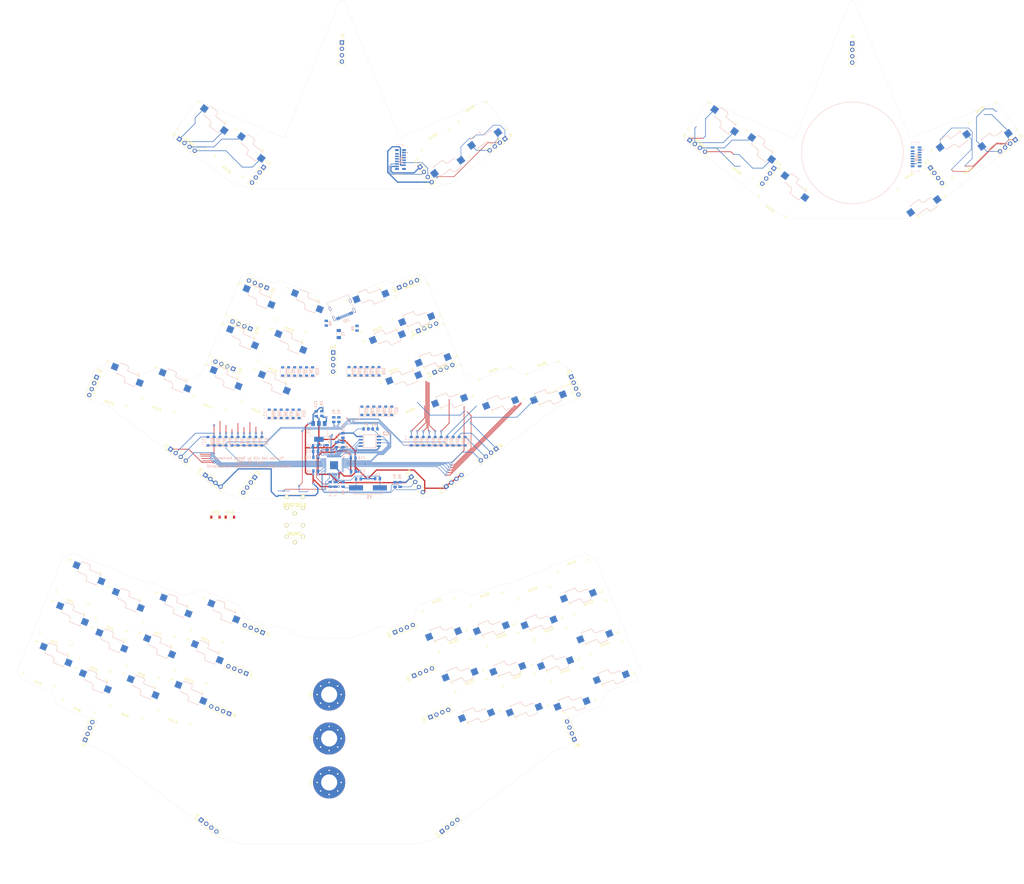
<source format=kicad_pcb>
(kicad_pcb (version 20171130) (host pcbnew "(5.1.4)-1")
  (layers (0 F.Cu signal) (31 B.Cu signal) (34 B.Paste user) (35 F.Paste user) (36 B.SilkS user) (37 F.SilkS user) (38 B.Mask user) (39 F.Mask user) (44 Edge.Cuts user))
  (net 0 "")
  (net 1 GND)
  (net 2 +5V)
  (net 3 "Net-(C5-Pad1)")
  (net 4 "Net-(D1-Pad2)")
  (net 5 ROW0)
  (net 6 "Net-(D2-Pad2)")
  (net 7 "Net-(D3-Pad2)")
  (net 8 "Net-(D4-Pad2)")
  (net 9 "Net-(D5-Pad2)")
  (net 10 ROW1)
  (net 11 "Net-(D6-Pad2)")
  (net 12 "Net-(D7-Pad2)")
  (net 13 "Net-(D8-Pad2)")
  (net 14 "Net-(D9-Pad2)")
  (net 15 ROW2)
  (net 16 "Net-(D10-Pad2)")
  (net 17 "Net-(D11-Pad2)")
  (net 18 "Net-(D12-Pad2)")
  (net 19 "Net-(D13-Pad2)")
  (net 20 ROW3)
  (net 21 "Net-(D14-Pad2)")
  (net 22 "Net-(D15-Pad2)")
  (net 23 "Net-(D16-Pad2)")
  (net 24 "Net-(D17-Pad2)")
  (net 25 "Net-(D18-Pad2)")
  (net 26 "Net-(D19-Pad2)")
  (net 27 "Net-(D20-Pad2)")
  (net 28 "Net-(D21-Pad2)")
  (net 29 "Net-(D22-Pad2)")
  (net 30 "Net-(D23-Pad2)")
  (net 31 "Net-(D24-Pad2)")
  (net 32 "Net-(D25-Pad2)")
  (net 33 "Net-(D26-Pad2)")
  (net 34 "Net-(D27-Pad2)")
  (net 35 "Net-(D28-Pad2)")
  (net 36 "Net-(D29-Pad2)")
  (net 37 "Net-(D30-Pad2)")
  (net 38 "Net-(D31-Pad2)")
  (net 39 "Net-(D32-Pad2)")
  (net 40 "Net-(D33-Pad2)")
  (net 41 "Net-(D34-Pad2)")
  (net 42 "Net-(D35-Pad2)")
  (net 43 "Net-(D36-Pad2)")
  (net 44 "Net-(D37-Pad2)")
  (net 45 "Net-(D38-Pad2)")
  (net 46 "Net-(D39-Pad2)")
  (net 47 "Net-(D40-Pad2)")
  (net 48 "Net-(D41-Pad2)")
  (net 49 "Net-(D42-Pad2)")
  (net 50 "Net-(D43-Pad2)")
  (net 51 "Net-(D44-Pad2)")
  (net 52 "Net-(J1-Pad4)")
  (net 53 "Net-(J1-Pad3)")
  (net 54 "Net-(J1-Pad2)")
  (net 55 "Net-(J1-Pad1)")
  (net 56 COL3)
  (net 57 COL2)
  (net 58 COL5)
  (net 59 COL4)
  (net 60 COL7)
  (net 61 COL6)
  (net 62 COL8)
  (net 63 COL9)
  (net 64 "Net-(J8-Pad4)")
  (net 65 "Net-(J8-Pad3)")
  (net 66 "Net-(J8-Pad2)")
  (net 67 "Net-(J8-Pad1)")
  (net 68 SCL)
  (net 69 SDA)
  (net 70 D-)
  (net 71 D+)
  (net 72 "Net-(J2-Pad4)")
  (net 73 "Net-(J2-Pad3)")
  (net 74 "Net-(J2-Pad2)")
  (net 75 "Net-(J2-Pad1)")
  (net 76 "Net-(J7-Pad4)")
  (net 77 "Net-(J7-Pad3)")
  (net 78 "Net-(J7-Pad2)")
  (net 79 "Net-(J7-Pad1)")
  (net 80 "Net-(J28-Pad4)")
  (net 81 "Net-(J28-Pad3)")
  (net 82 "Net-(J28-Pad2)")
  (net 83 "Net-(J28-Pad1)")
  (net 84 "Net-(J29-Pad4)")
  (net 85 "Net-(J29-Pad3)")
  (net 86 "Net-(J29-Pad2)")
  (net 87 "Net-(J29-Pad1)")
  (net 88 "Net-(J30-Pad4)")
  (net 89 "Net-(J30-Pad3)")
  (net 90 "Net-(J30-Pad2)")
  (net 91 "Net-(J30-Pad1)")
  (net 92 "Net-(J31-Pad4)")
  (net 93 "Net-(J31-Pad3)")
  (net 94 "Net-(J31-Pad2)")
  (net 95 "Net-(J31-Pad1)")
  (net 96 "Net-(J3-Pad4)")
  (net 97 "Net-(J3-Pad3)")
  (net 98 "Net-(J3-Pad2)")
  (net 99 "Net-(J3-Pad1)")
  (net 100 "Net-(J5-Pad4)")
  (net 101 "Net-(J5-Pad3)")
  (net 102 "Net-(J5-Pad2)")
  (net 103 "Net-(J5-Pad1)")
  (net 104 SCL-TOP)
  (net 105 SDA-TOP)
  (net 106 "Net-(F1-Pad2)")
  (net 107 GND-TOP)
  (net 108 VCC-TOP)
  (net 109 +3V3)
  (net 110 XIN)
  (net 111 +1V1)
  (net 112 "Net-(IC1-Pad46)")
  (net 113 "Net-(IC1-Pad47)")
  (net 114 XOUT)
  (net 115 QSPI_SD1)
  (net 116 QSPI_SD2)
  (net 117 QSPI_SD0)
  (net 118 QSPI_SCLK)
  (net 119 QSPI_SD3)
  (net 120 "Net-(IC1-Pad32)")
  (net 121 "Net-(IC1-Pad31)")
  (net 122 "Net-(IC1-Pad28)")
  (net 123 "Net-(IC1-Pad27)")
  (net 124 "Net-(IC1-Pad25)")
  (net 125 "Net-(IC1-Pad24)")
  (net 126 "Net-(IC1-Pad18)")
  (net 127 "Net-(IC1-Pad17)")
  (net 128 "Net-(IC1-Pad16)")
  (net 129 "Net-(IC1-Pad15)")
  (net 130 "Net-(IC1-Pad14)")
  (net 131 "Net-(IC1-Pad13)")
  (net 132 "Net-(IC1-Pad12)")
  (net 133 "Net-(IC1-Pad11)")
  (net 134 "Net-(J9-Pad1)")
  (net 135 "Net-(J9-Pad2)")
  (net 136 "Net-(J9-Pad3)")
  (net 137 "Net-(J9-Pad4)")
  (net 138 "Net-(J10-Pad1)")
  (net 139 "Net-(J10-Pad2)")
  (net 140 "Net-(J10-Pad3)")
  (net 141 "Net-(J10-Pad4)")
  (net 142 "Net-(J13-Pad4)")
  (net 143 "Net-(J13-Pad3)")
  (net 144 "Net-(J13-Pad2)")
  (net 145 "Net-(J13-Pad1)")
  (net 146 "Net-(J19-PadMP4)")
  (net 147 "Net-(J19-PadMP3)")
  (net 148 "Net-(J19-PadMP2)")
  (net 149 "Net-(J19-PadMP1)")
  (net 150 "Net-(J19-Pad8)")
  (net 151 "Net-(J19-Pad7)")
  (net 152 "Net-(J19-Pad6)")
  (net 153 "Net-(J19-Pad5)")
  (net 154 "Net-(J19-Pad4)")
  (net 155 "Net-(J19-Pad3)")
  (net 156 "Net-(J19-Pad2)")
  (net 157 "Net-(J19-Pad1)")
  (net 158 COL1)
  (net 159 COL0)
  (net 160 COLA)
  (net 161 COLB)
  (net 162 "Net-(J32-PadB5)")
  (net 163 "Net-(J32-PadA8)")
  (net 164 "Net-(J32-PadA5)")
  (net 165 "Net-(J32-PadB8)")
  (net 166 QSPI_SSN)
  (net 167 "Net-(H1-Pad1)")
  (net 168 "Net-(D45-Pad2)")
  (net 169 "Net-(D46-Pad2)")
  (module keyswitches:Kailh_socket_PG1350 (layer F.Cu) (at 381.1 108.9 37)
    (fp_text reference MX46 (at 0 -8.255 37) (layer F.SilkS))
    (fp_text value SwRThumb3)
    (pad "" np_thru_hole circle (at -5.5 0 37) (size 1.7018 1.7018) (drill 1.7018) (layers *.Cu *.Mask))
    (pad "" np_thru_hole circle (at 5.5 0 37) (size 1.7018 1.7018) (drill 1.7018) (layers *.Cu *.Mask))
    (pad 1 smd rect (at 3.275 5.95 37) (size 2.6 2.6) (layers B.Cu B.Paste B.Mask) (net 143 "Net-(J13-Pad3)"))
    (pad "" np_thru_hole circle (at -5 3.75 37) (size 3 3) (drill 3) (layers *.Cu *.Mask))
    (pad "" np_thru_hole circle (at 0 0 37) (size 3.429 3.429) (drill 3.429) (layers *.Cu *.Mask))
    (pad "" np_thru_hole circle (at 0 5.95 37) (size 3 3) (drill 3) (layers *.Cu *.Mask))
    (pad 2 smd rect (at -8.275 3.75 37) (size 2.6 2.6) (layers B.Cu B.Paste B.Mask) (net 142 "Net-(J13-Pad4)"))
  )
  (module keyswitches:Kailh_socket_PG1350 (layer F.Cu) (at 325.7 108.9 143)
    (fp_text reference MX45 (at 0 -8.255 143) (layer F.SilkS))
    (fp_text value SwLThumb3)
    (pad "" np_thru_hole circle (at -5.5 0 143) (size 1.7018 1.7018) (drill 1.7018) (layers *.Cu *.Mask))
    (pad "" np_thru_hole circle (at 5.5 0 143) (size 1.7018 1.7018) (drill 1.7018) (layers *.Cu *.Mask))
    (pad 1 smd rect (at 3.275 5.95 143) (size 2.6 2.6) (layers B.Cu B.Paste B.Mask) (net 145 "Net-(J13-Pad1)"))
    (pad "" np_thru_hole circle (at -5 3.75 143) (size 3 3) (drill 3) (layers *.Cu *.Mask))
    (pad "" np_thru_hole circle (at 0 0 143) (size 3.429 3.429) (drill 3.429) (layers *.Cu *.Mask))
    (pad "" np_thru_hole circle (at 0 5.95 143) (size 3 3) (drill 3) (layers *.Cu *.Mask))
    (pad 2 smd rect (at -8.275 3.75 143) (size 2.6 2.6) (layers B.Cu B.Paste B.Mask) (net 144 "Net-(J13-Pad2)"))
  )
  (module keyswitches:Kailh_socket_PG1350 (layer F.Cu) (at 297.682507 82.577663 143)
    (fp_text reference MX22 (at 0 -8.255 143) (layer F.SilkS))
    (fp_text value SwLSHFT)
    (pad "" np_thru_hole circle (at -5.5 0 143) (size 1.7018 1.7018) (drill 1.7018) (layers *.Cu *.Mask))
    (pad "" np_thru_hole circle (at 5.5 0 143) (size 1.7018 1.7018) (drill 1.7018) (layers *.Cu *.Mask))
    (pad 1 smd rect (at 3.275 5.95 143) (size 2.6 2.6) (layers B.Cu B.Paste B.Mask) (net 99 "Net-(J3-Pad1)"))
    (pad "" np_thru_hole circle (at -5 3.75 143) (size 3 3) (drill 3) (layers *.Cu *.Mask))
    (pad "" np_thru_hole circle (at 0 0 143) (size 3.429 3.429) (drill 3.429) (layers *.Cu *.Mask))
    (pad "" np_thru_hole circle (at 0 5.95 143) (size 3 3) (drill 3) (layers *.Cu *.Mask))
    (pad 2 smd rect (at -8.275 3.75 143) (size 2.6 2.6) (layers B.Cu B.Paste B.Mask) (net 98 "Net-(J3-Pad2)"))
  )
  (module keyswitches:Kailh_socket_PG1350 (layer F.Cu) (at 394.665031 93.678639 217)
    (fp_text reference MX30 (at 0 -8.255 37) (layer F.SilkS))
    (fp_text value SwRMOD)
    (pad "" np_thru_hole circle (at -5.5 0 217) (size 1.7018 1.7018) (drill 1.7018) (layers *.Cu *.Mask))
    (pad "" np_thru_hole circle (at 5.5 0 217) (size 1.7018 1.7018) (drill 1.7018) (layers *.Cu *.Mask))
    (pad 1 smd rect (at 3.275 5.95 217) (size 2.6 2.6) (layers B.Cu B.Paste B.Mask) (net 103 "Net-(J5-Pad1)"))
    (pad "" np_thru_hole circle (at -5 3.75 217) (size 3 3) (drill 3) (layers *.Cu *.Mask))
    (pad "" np_thru_hole circle (at 0 0 217) (size 3.429 3.429) (drill 3.429) (layers *.Cu *.Mask))
    (pad "" np_thru_hole circle (at 0 5.95 217) (size 3 3) (drill 3) (layers *.Cu *.Mask))
    (pad 2 smd rect (at -8.275 3.75 217) (size 2.6 2.6) (layers B.Cu B.Paste B.Mask) (net 102 "Net-(J5-Pad2)"))
  )
  (module keyswitches:Kailh_socket_PG1350 (layer F.Cu) (at 312.457264 93.71124 143)
    (fp_text reference MX18 (at 0 -8.255 143) (layer F.SilkS))
    (fp_text value SwLMOD)
    (pad "" np_thru_hole circle (at -5.5 0 143) (size 1.7018 1.7018) (drill 1.7018) (layers *.Cu *.Mask))
    (pad "" np_thru_hole circle (at 5.5 0 143) (size 1.7018 1.7018) (drill 1.7018) (layers *.Cu *.Mask))
    (pad 1 smd rect (at 3.275 5.95 143) (size 2.6 2.6) (layers B.Cu B.Paste B.Mask) (net 97 "Net-(J3-Pad3)"))
    (pad "" np_thru_hole circle (at -5 3.75 143) (size 3 3) (drill 3) (layers *.Cu *.Mask))
    (pad "" np_thru_hole circle (at 0 0 143) (size 3.429 3.429) (drill 3.429) (layers *.Cu *.Mask))
    (pad "" np_thru_hole circle (at 0 5.95 143) (size 3 3) (drill 3) (layers *.Cu *.Mask))
    (pad 2 smd rect (at -8.275 3.75 143) (size 2.6 2.6) (layers B.Cu B.Paste B.Mask) (net 96 "Net-(J3-Pad4)"))
  )
  (module keyswitches:Kailh_socket_PG1350 (layer F.Cu) (at 409.439788 82.545061 37)
    (fp_text reference MX26 (at 0 -8.255 37) (layer F.SilkS))
    (fp_text value SwRSHFT)
    (pad "" np_thru_hole circle (at -5.5 0 37) (size 1.7018 1.7018) (drill 1.7018) (layers *.Cu *.Mask))
    (pad "" np_thru_hole circle (at 5.5 0 37) (size 1.7018 1.7018) (drill 1.7018) (layers *.Cu *.Mask))
    (pad 1 smd rect (at 3.275 5.95 37) (size 2.6 2.6) (layers B.Cu B.Paste B.Mask) (net 101 "Net-(J5-Pad3)"))
    (pad "" np_thru_hole circle (at -5 3.75 37) (size 3 3) (drill 3) (layers *.Cu *.Mask))
    (pad "" np_thru_hole circle (at 0 0 37) (size 3.429 3.429) (drill 3.429) (layers *.Cu *.Mask))
    (pad "" np_thru_hole circle (at 0 5.95 37) (size 3 3) (drill 3) (layers *.Cu *.Mask))
    (pad 2 smd rect (at -8.275 3.75 37) (size 2.6 2.6) (layers B.Cu B.Paste B.Mask) (net 100 "Net-(J5-Pad4)"))
  )
  (module keyswitches:Kailh_socket_PG1350 (layer F.Cu) (at 206.139788 82.145061 37)
    (fp_text reference MX26 (at 0 -8.255 37) (layer F.SilkS))
    (fp_text value SwRSHFT)
    (pad "" np_thru_hole circle (at -5.5 0 37) (size 1.7018 1.7018) (drill 1.7018) (layers *.Cu *.Mask))
    (pad "" np_thru_hole circle (at 5.5 0 37) (size 1.7018 1.7018) (drill 1.7018) (layers *.Cu *.Mask))
    (pad 1 smd rect (at 3.275 5.95 37) (size 2.6 2.6) (layers B.Cu B.Paste B.Mask) (net 101 "Net-(J5-Pad3)"))
    (pad "" np_thru_hole circle (at -5 3.75 37) (size 3 3) (drill 3) (layers *.Cu *.Mask))
    (pad "" np_thru_hole circle (at 0 0 37) (size 3.429 3.429) (drill 3.429) (layers *.Cu *.Mask))
    (pad "" np_thru_hole circle (at 0 5.95 37) (size 3 3) (drill 3) (layers *.Cu *.Mask))
    (pad 2 smd rect (at -8.275 3.75 37) (size 2.6 2.6) (layers B.Cu B.Paste B.Mask) (net 100 "Net-(J5-Pad4)"))
  )
  (module keyswitches:Kailh_socket_PG1350 (layer F.Cu) (at 191.365031 93.278639 37)
    (fp_text reference MX30 (at 0 -8.255 37) (layer F.SilkS))
    (fp_text value SwRMOD)
    (pad "" np_thru_hole circle (at -5.5 0 37) (size 1.7018 1.7018) (drill 1.7018) (layers *.Cu *.Mask))
    (pad "" np_thru_hole circle (at 5.5 0 37) (size 1.7018 1.7018) (drill 1.7018) (layers *.Cu *.Mask))
    (pad 1 smd rect (at 3.275 5.95 37) (size 2.6 2.6) (layers B.Cu B.Paste B.Mask) (net 103 "Net-(J5-Pad1)"))
    (pad "" np_thru_hole circle (at -5 3.75 37) (size 3 3) (drill 3) (layers *.Cu *.Mask))
    (pad "" np_thru_hole circle (at 0 0 37) (size 3.429 3.429) (drill 3.429) (layers *.Cu *.Mask))
    (pad "" np_thru_hole circle (at 0 5.95 37) (size 3 3) (drill 3) (layers *.Cu *.Mask))
    (pad 2 smd rect (at -8.275 3.75 37) (size 2.6 2.6) (layers B.Cu B.Paste B.Mask) (net 102 "Net-(J5-Pad2)"))
  )
  (module keyswitches:Kailh_socket_PG1350 (layer F.Cu) (at 109.157264 93.31124 143)
    (fp_text reference MX18 (at 0 -8.255 143) (layer F.SilkS))
    (fp_text value SwLMOD)
    (pad "" np_thru_hole circle (at -5.5 0 143) (size 1.7018 1.7018) (drill 1.7018) (layers *.Cu *.Mask))
    (pad "" np_thru_hole circle (at 5.5 0 143) (size 1.7018 1.7018) (drill 1.7018) (layers *.Cu *.Mask))
    (pad 1 smd rect (at 3.275 5.95 143) (size 2.6 2.6) (layers B.Cu B.Paste B.Mask) (net 97 "Net-(J3-Pad3)"))
    (pad "" np_thru_hole circle (at -5 3.75 143) (size 3 3) (drill 3) (layers *.Cu *.Mask))
    (pad "" np_thru_hole circle (at 0 0 143) (size 3.429 3.429) (drill 3.429) (layers *.Cu *.Mask))
    (pad "" np_thru_hole circle (at 0 5.95 143) (size 3 3) (drill 3) (layers *.Cu *.Mask))
    (pad 2 smd rect (at -8.275 3.75 143) (size 2.6 2.6) (layers B.Cu B.Paste B.Mask) (net 96 "Net-(J3-Pad4)"))
  )
  (module keyswitches:Kailh_socket_PG1350 (layer F.Cu) (at 94.382507 82.177663 143)
    (fp_text reference MX22 (at 0 -8.255 143) (layer F.SilkS))
    (fp_text value SwLSHFT)
    (pad "" np_thru_hole circle (at -5.5 0 143) (size 1.7018 1.7018) (drill 1.7018) (layers *.Cu *.Mask))
    (pad "" np_thru_hole circle (at 5.5 0 143) (size 1.7018 1.7018) (drill 1.7018) (layers *.Cu *.Mask))
    (pad 1 smd rect (at 3.275 5.95 143) (size 2.6 2.6) (layers B.Cu B.Paste B.Mask) (net 99 "Net-(J3-Pad1)"))
    (pad "" np_thru_hole circle (at -5 3.75 143) (size 3 3) (drill 3) (layers *.Cu *.Mask))
    (pad "" np_thru_hole circle (at 0 0 143) (size 3.429 3.429) (drill 3.429) (layers *.Cu *.Mask))
    (pad "" np_thru_hole circle (at 0 5.95 143) (size 3 3) (drill 3) (layers *.Cu *.Mask))
    (pad 2 smd rect (at -8.275 3.75 143) (size 2.6 2.6) (layers B.Cu B.Paste B.Mask) (net 98 "Net-(J3-Pad2)"))
  )
  (module keyswitches:Kailh_socket_PG1350 (layer F.Cu) (at 232.921502 185.033521 22)
    (fp_text reference MX38 (at 0.000001 -8.255 22) (layer F.SilkS))
    (fp_text value SwMENU)
    (pad "" np_thru_hole circle (at -5.5 0 22) (size 1.7018 1.7018) (drill 1.7018) (layers *.Cu *.Mask))
    (pad "" np_thru_hole circle (at 5.5 0 22) (size 1.7018 1.7018) (drill 1.7018) (layers *.Cu *.Mask))
    (pad 1 smd rect (at 3.275 5.95 22) (size 2.6 2.6) (layers B.Cu B.Paste B.Mask) (net 63 COL9))
    (pad "" np_thru_hole circle (at -5 3.75 22) (size 3 3) (drill 3) (layers *.Cu *.Mask))
    (pad "" np_thru_hole circle (at 0 0 22) (size 3.429 3.429) (drill 3.429) (layers *.Cu *.Mask))
    (pad "" np_thru_hole circle (at 0 5.95 22) (size 3 3) (drill 3) (layers *.Cu *.Mask))
    (pad 2 smd rect (at -8.275 3.75 22) (size 2.6 2.6) (layers B.Cu B.Paste B.Mask) (net 51 "Net-(D44-Pad2)"))
  )
  (module keyswitches:Kailh_socket_PG1350 (layer F.Cu) (at 180.44728 153.925548 22)
    (fp_text reference MX27 (at 0.000001 -8.255 22) (layer F.SilkS))
    (fp_text value SwU)
    (pad "" np_thru_hole circle (at -5.5 0 22) (size 1.7018 1.7018) (drill 1.7018) (layers *.Cu *.Mask))
    (pad "" np_thru_hole circle (at 5.5 0 22) (size 1.7018 1.7018) (drill 1.7018) (layers *.Cu *.Mask))
    (pad 1 smd rect (at 3.275 5.95 22) (size 2.6 2.6) (layers B.Cu B.Paste B.Mask) (net 60 COL7))
    (pad "" np_thru_hole circle (at -5 3.75 22) (size 3 3) (drill 3) (layers *.Cu *.Mask))
    (pad "" np_thru_hole circle (at 0 0 22) (size 3.429 3.429) (drill 3.429) (layers *.Cu *.Mask))
    (pad "" np_thru_hole circle (at 0 5.95 22) (size 3 3) (drill 3) (layers *.Cu *.Mask))
    (pad 2 smd rect (at -8.275 3.75 22) (size 2.6 2.6) (layers B.Cu B.Paste B.Mask) (net 33 "Net-(D26-Pad2)"))
  )
  (module keyswitches:Kailh_socket_PG1350 (layer F.Cu) (at 187.002895 170.151265 22)
    (fp_text reference MX28 (at 0.000001 -8.255 22) (layer F.SilkS))
    (fp_text value SwJ)
    (pad "" np_thru_hole circle (at -5.5 0 22) (size 1.7018 1.7018) (drill 1.7018) (layers *.Cu *.Mask))
    (pad "" np_thru_hole circle (at 5.5 0 22) (size 1.7018 1.7018) (drill 1.7018) (layers *.Cu *.Mask))
    (pad 1 smd rect (at 3.275 5.95 22) (size 2.6 2.6) (layers B.Cu B.Paste B.Mask) (net 60 COL7))
    (pad "" np_thru_hole circle (at -5 3.75 22) (size 3 3) (drill 3) (layers *.Cu *.Mask))
    (pad "" np_thru_hole circle (at 0 0 22) (size 3.429 3.429) (drill 3.429) (layers *.Cu *.Mask))
    (pad "" np_thru_hole circle (at 0 5.95 22) (size 3 3) (drill 3) (layers *.Cu *.Mask))
    (pad 2 smd rect (at -8.275 3.75 22) (size 2.6 2.6) (layers B.Cu B.Paste B.Mask) (net 34 "Net-(D27-Pad2)"))
  )
  (module keyswitches:Kailh_socket_PG1350 (layer F.Cu) (at 193.55851 186.376983 22)
    (fp_text reference MX29 (at 0.000001 -8.255 22) (layer F.SilkS))
    (fp_text value SwM)
    (pad "" np_thru_hole circle (at -5.5 0 22) (size 1.7018 1.7018) (drill 1.7018) (layers *.Cu *.Mask))
    (pad "" np_thru_hole circle (at 5.5 0 22) (size 1.7018 1.7018) (drill 1.7018) (layers *.Cu *.Mask))
    (pad 1 smd rect (at 3.275 5.95 22) (size 2.6 2.6) (layers B.Cu B.Paste B.Mask) (net 60 COL7))
    (pad "" np_thru_hole circle (at -5 3.75 22) (size 3 3) (drill 3) (layers *.Cu *.Mask))
    (pad "" np_thru_hole circle (at 0 0 22) (size 3.429 3.429) (drill 3.429) (layers *.Cu *.Mask))
    (pad "" np_thru_hole circle (at 0 5.95 22) (size 3 3) (drill 3) (layers *.Cu *.Mask))
    (pad 2 smd rect (at -8.275 3.75 22) (size 2.6 2.6) (layers B.Cu B.Paste B.Mask) (net 35 "Net-(D28-Pad2)"))
  )
  (module keyswitches:Kailh_socket_PG1350 (layer F.Cu) (at 213.895568 187.327824 22)
    (fp_text reference MX34 (at 0.000001 -8.255 22) (layer F.SilkS))
    (fp_text value SwRALT)
    (pad "" np_thru_hole circle (at -5.5 0 22) (size 1.7018 1.7018) (drill 1.7018) (layers *.Cu *.Mask))
    (pad "" np_thru_hole circle (at 5.5 0 22) (size 1.7018 1.7018) (drill 1.7018) (layers *.Cu *.Mask))
    (pad 1 smd rect (at 3.275 5.95 22) (size 2.6 2.6) (layers B.Cu B.Paste B.Mask) (net 62 COL8))
    (pad "" np_thru_hole circle (at -5 3.75 22) (size 3 3) (drill 3) (layers *.Cu *.Mask))
    (pad "" np_thru_hole circle (at 0 0 22) (size 3.429 3.429) (drill 3.429) (layers *.Cu *.Mask))
    (pad "" np_thru_hole circle (at 0 5.95 22) (size 3 3) (drill 3) (layers *.Cu *.Mask))
    (pad 2 smd rect (at -8.275 3.75 22) (size 2.6 2.6) (layers B.Cu B.Paste B.Mask) (net 50 "Net-(D43-Pad2)"))
  )
  (module keyswitches:Kailh_socket_PG1350 (layer F.Cu) (at 113.005223 153.948974 158)
    (fp_text reference MX15 (at -0.000001 -8.255 158) (layer F.SilkS))
    (fp_text value SwR)
    (pad "" np_thru_hole circle (at -5.5 0 158) (size 1.7018 1.7018) (drill 1.7018) (layers *.Cu *.Mask))
    (pad "" np_thru_hole circle (at 5.5 0 158) (size 1.7018 1.7018) (drill 1.7018) (layers *.Cu *.Mask))
    (pad 1 smd rect (at 3.275 5.95 158) (size 2.6 2.6) (layers B.Cu B.Paste B.Mask) (net 59 COL4))
    (pad "" np_thru_hole circle (at -5 3.75 158) (size 3 3) (drill 3) (layers *.Cu *.Mask))
    (pad "" np_thru_hole circle (at 0 0 158) (size 3.429 3.429) (drill 3.429) (layers *.Cu *.Mask))
    (pad "" np_thru_hole circle (at 0 5.95 158) (size 3 3) (drill 3) (layers *.Cu *.Mask))
    (pad 2 smd rect (at -8.275 3.75 158) (size 2.6 2.6) (layers B.Cu B.Paste B.Mask) (net 22 "Net-(D15-Pad2)"))
  )
  (module keyswitches:Kailh_socket_PG1350 (layer F.Cu) (at 167.776174 171.949936 202)
    (fp_text reference MX24 (at 0.000001 -8.255 22) (layer F.SilkS))
    (fp_text value SwH)
    (pad "" np_thru_hole circle (at -5.5 0 202) (size 1.7018 1.7018) (drill 1.7018) (layers *.Cu *.Mask))
    (pad "" np_thru_hole circle (at 5.5 0 202) (size 1.7018 1.7018) (drill 1.7018) (layers *.Cu *.Mask))
    (pad 1 smd rect (at 3.275 5.95 202) (size 2.6 2.6) (layers B.Cu B.Paste B.Mask) (net 61 COL6))
    (pad "" np_thru_hole circle (at -5 3.75 202) (size 3 3) (drill 3) (layers *.Cu *.Mask))
    (pad "" np_thru_hole circle (at 0 0 202) (size 3.429 3.429) (drill 3.429) (layers *.Cu *.Mask))
    (pad "" np_thru_hole circle (at 0 5.95 202) (size 3 3) (drill 3) (layers *.Cu *.Mask))
    (pad 2 smd rect (at -8.275 3.75 202) (size 2.6 2.6) (layers B.Cu B.Paste B.Mask) (net 31 "Net-(D24-Pad2)"))
  )
  (module keyswitches:Kailh_socket_PG1350 (layer F.Cu) (at 60.531 185.056947 158)
    (fp_text reference MX10 (at -0.000001 -8.255 158) (layer F.SilkS))
    (fp_text value SwLWIN)
    (pad "" np_thru_hole circle (at -5.5 0 158) (size 1.7018 1.7018) (drill 1.7018) (layers *.Cu *.Mask))
    (pad "" np_thru_hole circle (at 5.5 0 158) (size 1.7018 1.7018) (drill 1.7018) (layers *.Cu *.Mask))
    (pad 1 smd rect (at 3.275 5.95 158) (size 2.6 2.6) (layers B.Cu B.Paste B.Mask) (net 57 COL2))
    (pad "" np_thru_hole circle (at -5 3.75 158) (size 3 3) (drill 3) (layers *.Cu *.Mask))
    (pad "" np_thru_hole circle (at 0 0 158) (size 3.429 3.429) (drill 3.429) (layers *.Cu *.Mask))
    (pad "" np_thru_hole circle (at 0 5.95 158) (size 3 3) (drill 3) (layers *.Cu *.Mask))
    (pad 2 smd rect (at -8.275 3.75 158) (size 2.6 2.6) (layers B.Cu B.Paste B.Mask) (net 21 "Net-(D14-Pad2)"))
  )
  (module keyswitches:Kailh_socket_PG1350 (layer F.Cu) (at 79.556934 187.35125 158)
    (fp_text reference MX14 (at -0.000001 -8.255 158) (layer F.SilkS))
    (fp_text value SwLALT)
    (pad 2 smd rect (at -8.275 3.75 158) (size 2.6 2.6) (layers B.Cu B.Paste B.Mask) (net 19 "Net-(D13-Pad2)"))
    (pad "" np_thru_hole circle (at 0 5.95 158) (size 3 3) (drill 3) (layers *.Cu *.Mask))
    (pad "" np_thru_hole circle (at 0 0 158) (size 3.429 3.429) (drill 3.429) (layers *.Cu *.Mask))
    (pad "" np_thru_hole circle (at -5 3.75 158) (size 3 3) (drill 3) (layers *.Cu *.Mask))
    (pad 1 smd rect (at 3.275 5.95 158) (size 2.6 2.6) (layers B.Cu B.Paste B.Mask) (net 56 COL3))
    (pad "" np_thru_hole circle (at 5.5 0 158) (size 1.7018 1.7018) (drill 1.7018) (layers *.Cu *.Mask))
    (pad "" np_thru_hole circle (at -5.5 0 158) (size 1.7018 1.7018) (drill 1.7018) (layers *.Cu *.Mask))
  )
  (module keyswitches:Kailh_socket_PG1350 (layer F.Cu) (at 99.893992 186.400409 158)
    (fp_text reference MX17 (at -0.000001 -8.255 158) (layer F.SilkS))
    (fp_text value SwV)
    (pad "" np_thru_hole circle (at -5.5 0 158) (size 1.7018 1.7018) (drill 1.7018) (layers *.Cu *.Mask))
    (pad "" np_thru_hole circle (at 5.5 0 158) (size 1.7018 1.7018) (drill 1.7018) (layers *.Cu *.Mask))
    (pad 1 smd rect (at 3.275 5.95 158) (size 2.6 2.6) (layers B.Cu B.Paste B.Mask) (net 59 COL4))
    (pad "" np_thru_hole circle (at -5 3.75 158) (size 3 3) (drill 3) (layers *.Cu *.Mask))
    (pad "" np_thru_hole circle (at 0 0 158) (size 3.429 3.429) (drill 3.429) (layers *.Cu *.Mask))
    (pad "" np_thru_hole circle (at 0 5.95 158) (size 3 3) (drill 3) (layers *.Cu *.Mask))
    (pad 2 smd rect (at -8.275 3.75 158) (size 2.6 2.6) (layers B.Cu B.Paste B.Mask) (net 24 "Net-(D17-Pad2)"))
  )
  (module keyswitches:Kailh_socket_PG1350 (layer F.Cu) (at 174.331789 188.175653 202)
    (fp_text reference MX25 (at 0.000001 -8.255 22) (layer F.SilkS))
    (fp_text value SwN)
    (pad "" np_thru_hole circle (at -5.5 0 202) (size 1.7018 1.7018) (drill 1.7018) (layers *.Cu *.Mask))
    (pad "" np_thru_hole circle (at 5.5 0 202) (size 1.7018 1.7018) (drill 1.7018) (layers *.Cu *.Mask))
    (pad 1 smd rect (at 3.275 5.95 202) (size 2.6 2.6) (layers B.Cu B.Paste B.Mask) (net 61 COL6))
    (pad "" np_thru_hole circle (at -5 3.75 202) (size 3 3) (drill 3) (layers *.Cu *.Mask))
    (pad "" np_thru_hole circle (at 0 0 202) (size 3.429 3.429) (drill 3.429) (layers *.Cu *.Mask))
    (pad "" np_thru_hole circle (at 0 5.95 202) (size 3 3) (drill 3) (layers *.Cu *.Mask))
    (pad 2 smd rect (at -8.275 3.75 202) (size 2.6 2.6) (layers B.Cu B.Paste B.Mask) (net 32 "Net-(D25-Pad2)"))
  )
  (module keyswitches:Kailh_socket_PG1350 (layer F.Cu) (at 132.231944 155.747644 158)
    (fp_text reference MX19 (at -0.000001 -8.255 158) (layer F.SilkS))
    (fp_text value SwT)
    (pad "" np_thru_hole circle (at -5.5 0 158) (size 1.7018 1.7018) (drill 1.7018) (layers *.Cu *.Mask))
    (pad "" np_thru_hole circle (at 5.5 0 158) (size 1.7018 1.7018) (drill 1.7018) (layers *.Cu *.Mask))
    (pad 1 smd rect (at 3.275 5.95 158) (size 2.6 2.6) (layers B.Cu B.Paste B.Mask) (net 58 COL5))
    (pad "" np_thru_hole circle (at -5 3.75 158) (size 3 3) (drill 3) (layers *.Cu *.Mask))
    (pad "" np_thru_hole circle (at 0 0 158) (size 3.429 3.429) (drill 3.429) (layers *.Cu *.Mask))
    (pad "" np_thru_hole circle (at 0 5.95 158) (size 3 3) (drill 3) (layers *.Cu *.Mask))
    (pad 2 smd rect (at -8.275 3.75 158) (size 2.6 2.6) (layers B.Cu B.Paste B.Mask) (net 27 "Net-(D20-Pad2)"))
  )
  (module keyswitches:Kailh_socket_PG1350 (layer F.Cu) (at 119.120713 188.199079 158)
    (fp_text reference MX21 (at -0.000001 -8.255 158) (layer F.SilkS))
    (fp_text value SwB)
    (pad "" np_thru_hole circle (at -5.5 0 158) (size 1.7018 1.7018) (drill 1.7018) (layers *.Cu *.Mask))
    (pad "" np_thru_hole circle (at 5.5 0 158) (size 1.7018 1.7018) (drill 1.7018) (layers *.Cu *.Mask))
    (pad 1 smd rect (at 3.275 5.95 158) (size 2.6 2.6) (layers B.Cu B.Paste B.Mask) (net 58 COL5))
    (pad "" np_thru_hole circle (at -5 3.75 158) (size 3 3) (drill 3) (layers *.Cu *.Mask))
    (pad "" np_thru_hole circle (at 0 0 158) (size 3.429 3.429) (drill 3.429) (layers *.Cu *.Mask))
    (pad "" np_thru_hole circle (at 0 5.95 158) (size 3 3) (drill 3) (layers *.Cu *.Mask))
    (pad 2 smd rect (at -8.275 3.75 158) (size 2.6 2.6) (layers B.Cu B.Paste B.Mask) (net 29 "Net-(D22-Pad2)"))
  )
  (module keyswitches:Kailh_socket_PG1350 (layer F.Cu) (at 125.676328 171.973362 158)
    (fp_text reference MX20 (at -0.000001 -8.255 158) (layer F.SilkS))
    (fp_text value SwG)
    (pad "" np_thru_hole circle (at -5.5 0 158) (size 1.7018 1.7018) (drill 1.7018) (layers *.Cu *.Mask))
    (pad "" np_thru_hole circle (at 5.5 0 158) (size 1.7018 1.7018) (drill 1.7018) (layers *.Cu *.Mask))
    (pad 1 smd rect (at 3.275 5.95 158) (size 2.6 2.6) (layers B.Cu B.Paste B.Mask) (net 58 COL5))
    (pad "" np_thru_hole circle (at -5 3.75 158) (size 3 3) (drill 3) (layers *.Cu *.Mask))
    (pad "" np_thru_hole circle (at 0 0 158) (size 3.429 3.429) (drill 3.429) (layers *.Cu *.Mask))
    (pad "" np_thru_hole circle (at 0 5.95 158) (size 3 3) (drill 3) (layers *.Cu *.Mask))
    (pad 2 smd rect (at -8.275 3.75 158) (size 2.6 2.6) (layers B.Cu B.Paste B.Mask) (net 28 "Net-(D21-Pad2)"))
  )
  (module keyswitches:Kailh_socket_PG1350 (layer F.Cu) (at 161.220559 155.724218 202)
    (fp_text reference MX23 (at 0.000001 -8.255 22) (layer F.SilkS))
    (fp_text value SwY)
    (pad "" np_thru_hole circle (at -5.5 0 202) (size 1.7018 1.7018) (drill 1.7018) (layers *.Cu *.Mask))
    (pad "" np_thru_hole circle (at 5.5 0 202) (size 1.7018 1.7018) (drill 1.7018) (layers *.Cu *.Mask))
    (pad 1 smd rect (at 3.275 5.95 202) (size 2.6 2.6) (layers B.Cu B.Paste B.Mask) (net 61 COL6))
    (pad "" np_thru_hole circle (at -5 3.75 202) (size 3 3) (drill 3) (layers *.Cu *.Mask))
    (pad "" np_thru_hole circle (at 0 0 202) (size 3.429 3.429) (drill 3.429) (layers *.Cu *.Mask))
    (pad "" np_thru_hole circle (at 0 5.95 202) (size 3 3) (drill 3) (layers *.Cu *.Mask))
    (pad 2 smd rect (at -8.275 3.75 202) (size 2.6 2.6) (layers B.Cu B.Paste B.Mask) (net 30 "Net-(D23-Pad2)"))
  )
  (module keyswitches:Kailh_socket_PG1350 (layer F.Cu) (at 106.449607 170.174691 158)
    (fp_text reference MX16 (at -0.000001 -8.255 158) (layer F.SilkS))
    (fp_text value SwF)
    (pad "" np_thru_hole circle (at -5.5 0 158) (size 1.7018 1.7018) (drill 1.7018) (layers *.Cu *.Mask))
    (pad "" np_thru_hole circle (at 5.5 0 158) (size 1.7018 1.7018) (drill 1.7018) (layers *.Cu *.Mask))
    (pad 1 smd rect (at 3.275 5.95 158) (size 2.6 2.6) (layers B.Cu B.Paste B.Mask) (net 59 COL4))
    (pad "" np_thru_hole circle (at -5 3.75 158) (size 3 3) (drill 3) (layers *.Cu *.Mask))
    (pad "" np_thru_hole circle (at 0 0 158) (size 3.429 3.429) (drill 3.429) (layers *.Cu *.Mask))
    (pad "" np_thru_hole circle (at 0 5.95 158) (size 3 3) (drill 3) (layers *.Cu *.Mask))
    (pad 2 smd rect (at -8.275 3.75 158) (size 2.6 2.6) (layers B.Cu B.Paste B.Mask) (net 23 "Net-(D16-Pad2)"))
  )
  (module keyswitches:Kailh_socket_PG1350 (layer F.Cu) (at 257.987531 296.536294 22)
    (fp_text reference MX44 (at 0.000001 -8.255 22) (layer F.SilkS))
    (fp_text value SwRCTRL)
    (pad "" np_thru_hole circle (at -5.5 0 22) (size 1.7018 1.7018) (drill 1.7018) (layers *.Cu *.Mask))
    (pad "" np_thru_hole circle (at 5.5 0 22) (size 1.7018 1.7018) (drill 1.7018) (layers *.Cu *.Mask))
    (pad 1 smd rect (at 3.275 5.95 22) (size 2.6 2.6) (layers B.Cu B.Paste B.Mask) (net 80 "Net-(J28-Pad4)"))
    (pad "" np_thru_hole circle (at -5 3.75 22) (size 3 3) (drill 3) (layers *.Cu *.Mask))
    (pad "" np_thru_hole circle (at 0 0 22) (size 3.429 3.429) (drill 3.429) (layers *.Cu *.Mask))
    (pad "" np_thru_hole circle (at 0 5.95 22) (size 3 3) (drill 3) (layers *.Cu *.Mask))
    (pad 2 smd rect (at -8.275 3.75 22) (size 2.6 2.6) (layers B.Cu B.Paste B.Mask) (net 95 "Net-(J31-Pad1)"))
  )
  (module keyswitches:Kailh_socket_PG1350 (layer F.Cu) (at 251.431915 280.310577 22)
    (fp_text reference MX43 (at 0.000001 -8.255 22) (layer F.SilkS))
    (fp_text value SwENTER)
    (pad "" np_thru_hole circle (at -5.5 0 22) (size 1.7018 1.7018) (drill 1.7018) (layers *.Cu *.Mask))
    (pad "" np_thru_hole circle (at 5.5 0 22) (size 1.7018 1.7018) (drill 1.7018) (layers *.Cu *.Mask))
    (pad 1 smd rect (at 3.275 5.95 22) (size 2.6 2.6) (layers B.Cu B.Paste B.Mask) (net 80 "Net-(J28-Pad4)"))
    (pad "" np_thru_hole circle (at -5 3.75 22) (size 3 3) (drill 3) (layers *.Cu *.Mask))
    (pad "" np_thru_hole circle (at 0 0 22) (size 3.429 3.429) (drill 3.429) (layers *.Cu *.Mask))
    (pad "" np_thru_hole circle (at 0 5.95 22) (size 3 3) (drill 3) (layers *.Cu *.Mask))
    (pad 2 smd rect (at -8.275 3.75 22) (size 2.6 2.6) (layers B.Cu B.Paste B.Mask) (net 91 "Net-(J30-Pad1)"))
  )
  (module keyswitches:Kailh_socket_PG1350 (layer F.Cu) (at 244.8763 264.084859 22)
    (fp_text reference MX42 (at 0.000001 -8.255 22) (layer F.SilkS))
    (fp_text value SwBKSP)
    (pad "" np_thru_hole circle (at -5.5 0 22) (size 1.7018 1.7018) (drill 1.7018) (layers *.Cu *.Mask))
    (pad "" np_thru_hole circle (at 5.5 0 22) (size 1.7018 1.7018) (drill 1.7018) (layers *.Cu *.Mask))
    (pad 1 smd rect (at 3.275 5.95 22) (size 2.6 2.6) (layers B.Cu B.Paste B.Mask) (net 80 "Net-(J28-Pad4)"))
    (pad "" np_thru_hole circle (at -5 3.75 22) (size 3 3) (drill 3) (layers *.Cu *.Mask))
    (pad "" np_thru_hole circle (at 0 0 22) (size 3.429 3.429) (drill 3.429) (layers *.Cu *.Mask))
    (pad "" np_thru_hole circle (at 0 5.95 22) (size 3 3) (drill 3) (layers *.Cu *.Mask))
    (pad 2 smd rect (at -8.275 3.75 22) (size 2.6 2.6) (layers B.Cu B.Paste B.Mask) (net 87 "Net-(J29-Pad1)"))
  )
  (module keyswitches:Kailh_socket_PG1350 (layer F.Cu) (at 242.333056 307.175252 22)
    (fp_text reference MX41 (at 0.000001 -8.255 22) (layer F.SilkS))
    (fp_text value Sw?)
    (pad "" np_thru_hole circle (at -5.5 0 22) (size 1.7018 1.7018) (drill 1.7018) (layers *.Cu *.Mask))
    (pad "" np_thru_hole circle (at 5.5 0 22) (size 1.7018 1.7018) (drill 1.7018) (layers *.Cu *.Mask))
    (pad 1 smd rect (at 3.275 5.95 22) (size 2.6 2.6) (layers B.Cu B.Paste B.Mask) (net 81 "Net-(J28-Pad3)"))
    (pad "" np_thru_hole circle (at -5 3.75 22) (size 3 3) (drill 3) (layers *.Cu *.Mask))
    (pad "" np_thru_hole circle (at 0 0 22) (size 3.429 3.429) (drill 3.429) (layers *.Cu *.Mask))
    (pad "" np_thru_hole circle (at 0 5.95 22) (size 3 3) (drill 3) (layers *.Cu *.Mask))
    (pad 2 smd rect (at -8.275 3.75 22) (size 2.6 2.6) (layers B.Cu B.Paste B.Mask) (net 94 "Net-(J31-Pad2)"))
  )
  (module keyswitches:Kailh_socket_PG1350 (layer F.Cu) (at 235.777441 290.949534 22)
    (fp_text reference MX40 (at 0.000001 -8.255 22) (layer F.SilkS))
    (fp_text value SwCOLON)
    (pad "" np_thru_hole circle (at -5.5 0 22) (size 1.7018 1.7018) (drill 1.7018) (layers *.Cu *.Mask))
    (pad "" np_thru_hole circle (at 5.5 0 22) (size 1.7018 1.7018) (drill 1.7018) (layers *.Cu *.Mask))
    (pad 1 smd rect (at 3.275 5.95 22) (size 2.6 2.6) (layers B.Cu B.Paste B.Mask) (net 81 "Net-(J28-Pad3)"))
    (pad "" np_thru_hole circle (at -5 3.75 22) (size 3 3) (drill 3) (layers *.Cu *.Mask))
    (pad "" np_thru_hole circle (at 0 0 22) (size 3.429 3.429) (drill 3.429) (layers *.Cu *.Mask))
    (pad "" np_thru_hole circle (at 0 5.95 22) (size 3 3) (drill 3) (layers *.Cu *.Mask))
    (pad 2 smd rect (at -8.275 3.75 22) (size 2.6 2.6) (layers B.Cu B.Paste B.Mask) (net 90 "Net-(J30-Pad2)"))
  )
  (module keyswitches:Kailh_socket_PG1350 (layer F.Cu) (at 229.221825 274.723817 22)
    (fp_text reference MX39 (at 0.000001 -8.255 22) (layer F.SilkS))
    (fp_text value SwP)
    (pad "" np_thru_hole circle (at -5.5 0 22) (size 1.7018 1.7018) (drill 1.7018) (layers *.Cu *.Mask))
    (pad "" np_thru_hole circle (at 5.5 0 22) (size 1.7018 1.7018) (drill 1.7018) (layers *.Cu *.Mask))
    (pad 1 smd rect (at 3.275 5.95 22) (size 2.6 2.6) (layers B.Cu B.Paste B.Mask) (net 81 "Net-(J28-Pad3)"))
    (pad "" np_thru_hole circle (at -5 3.75 22) (size 3 3) (drill 3) (layers *.Cu *.Mask))
    (pad "" np_thru_hole circle (at 0 0 22) (size 3.429 3.429) (drill 3.429) (layers *.Cu *.Mask))
    (pad "" np_thru_hole circle (at 0 5.95 22) (size 3 3) (drill 3) (layers *.Cu *.Mask))
    (pad 2 smd rect (at -8.275 3.75 22) (size 2.6 2.6) (layers B.Cu B.Paste B.Mask) (net 86 "Net-(J29-Pad2)"))
  )
  (module keyswitches:Kailh_socket_PG1350 (layer F.Cu) (at 223.307122 309.469554 22)
    (fp_text reference MX37 (at 0.000001 -8.255 22) (layer F.SilkS))
    (fp_text value SwDOT)
    (pad "" np_thru_hole circle (at -5.5 0 22) (size 1.7018 1.7018) (drill 1.7018) (layers *.Cu *.Mask))
    (pad "" np_thru_hole circle (at 5.5 0 22) (size 1.7018 1.7018) (drill 1.7018) (layers *.Cu *.Mask))
    (pad 1 smd rect (at 3.275 5.95 22) (size 2.6 2.6) (layers B.Cu B.Paste B.Mask) (net 82 "Net-(J28-Pad2)"))
    (pad "" np_thru_hole circle (at -5 3.75 22) (size 3 3) (drill 3) (layers *.Cu *.Mask))
    (pad "" np_thru_hole circle (at 0 0 22) (size 3.429 3.429) (drill 3.429) (layers *.Cu *.Mask))
    (pad "" np_thru_hole circle (at 0 5.95 22) (size 3 3) (drill 3) (layers *.Cu *.Mask))
    (pad 2 smd rect (at -8.275 3.75 22) (size 2.6 2.6) (layers B.Cu B.Paste B.Mask) (net 93 "Net-(J31-Pad3)"))
  )
  (module keyswitches:Kailh_socket_PG1350 (layer F.Cu) (at 216.751506 293.243837 22)
    (fp_text reference MX36 (at 0.000001 -8.255 22) (layer F.SilkS))
    (fp_text value SwL)
    (pad "" np_thru_hole circle (at -5.5 0 22) (size 1.7018 1.7018) (drill 1.7018) (layers *.Cu *.Mask))
    (pad "" np_thru_hole circle (at 5.5 0 22) (size 1.7018 1.7018) (drill 1.7018) (layers *.Cu *.Mask))
    (pad 1 smd rect (at 3.275 5.95 22) (size 2.6 2.6) (layers B.Cu B.Paste B.Mask) (net 82 "Net-(J28-Pad2)"))
    (pad "" np_thru_hole circle (at -5 3.75 22) (size 3 3) (drill 3) (layers *.Cu *.Mask))
    (pad "" np_thru_hole circle (at 0 0 22) (size 3.429 3.429) (drill 3.429) (layers *.Cu *.Mask))
    (pad "" np_thru_hole circle (at 0 5.95 22) (size 3 3) (drill 3) (layers *.Cu *.Mask))
    (pad 2 smd rect (at -8.275 3.75 22) (size 2.6 2.6) (layers B.Cu B.Paste B.Mask) (net 89 "Net-(J30-Pad3)"))
  )
  (module keyswitches:Kailh_socket_PG1350 (layer F.Cu) (at 210.195891 277.01812 22)
    (fp_text reference MX35 (at 0.000001 -8.255 22) (layer F.SilkS))
    (fp_text value SwO)
    (pad "" np_thru_hole circle (at -5.5 0 22) (size 1.7018 1.7018) (drill 1.7018) (layers *.Cu *.Mask))
    (pad "" np_thru_hole circle (at 5.5 0 22) (size 1.7018 1.7018) (drill 1.7018) (layers *.Cu *.Mask))
    (pad 1 smd rect (at 3.275 5.95 22) (size 2.6 2.6) (layers B.Cu B.Paste B.Mask) (net 82 "Net-(J28-Pad2)"))
    (pad "" np_thru_hole circle (at -5 3.75 22) (size 3 3) (drill 3) (layers *.Cu *.Mask))
    (pad "" np_thru_hole circle (at 0 0 22) (size 3.429 3.429) (drill 3.429) (layers *.Cu *.Mask))
    (pad "" np_thru_hole circle (at 0 5.95 22) (size 3 3) (drill 3) (layers *.Cu *.Mask))
    (pad 2 smd rect (at -8.275 3.75 22) (size 2.6 2.6) (layers B.Cu B.Paste B.Mask) (net 85 "Net-(J29-Pad3)"))
  )
  (module keyswitches:Kailh_socket_PG1350 (layer F.Cu) (at 204.281187 311.763857 22)
    (fp_text reference MX33 (at 0.000001 -8.255 22) (layer F.SilkS))
    (fp_text value SwCOMMA)
    (pad "" np_thru_hole circle (at -5.5 0 22) (size 1.7018 1.7018) (drill 1.7018) (layers *.Cu *.Mask))
    (pad "" np_thru_hole circle (at 5.5 0 22) (size 1.7018 1.7018) (drill 1.7018) (layers *.Cu *.Mask))
    (pad 1 smd rect (at 3.275 5.95 22) (size 2.6 2.6) (layers B.Cu B.Paste B.Mask) (net 83 "Net-(J28-Pad1)"))
    (pad "" np_thru_hole circle (at -5 3.75 22) (size 3 3) (drill 3) (layers *.Cu *.Mask))
    (pad "" np_thru_hole circle (at 0 0 22) (size 3.429 3.429) (drill 3.429) (layers *.Cu *.Mask))
    (pad "" np_thru_hole circle (at 0 5.95 22) (size 3 3) (drill 3) (layers *.Cu *.Mask))
    (pad 2 smd rect (at -8.275 3.75 22) (size 2.6 2.6) (layers B.Cu B.Paste B.Mask) (net 92 "Net-(J31-Pad4)"))
  )
  (module keyswitches:Kailh_socket_PG1350 (layer F.Cu) (at 197.725572 295.53814 22)
    (fp_text reference MX32 (at 0.000001 -8.255 22) (layer F.SilkS))
    (fp_text value SwK)
    (pad "" np_thru_hole circle (at -5.5 0 22) (size 1.7018 1.7018) (drill 1.7018) (layers *.Cu *.Mask))
    (pad "" np_thru_hole circle (at 5.5 0 22) (size 1.7018 1.7018) (drill 1.7018) (layers *.Cu *.Mask))
    (pad 1 smd rect (at 3.275 5.95 22) (size 2.6 2.6) (layers B.Cu B.Paste B.Mask) (net 83 "Net-(J28-Pad1)"))
    (pad "" np_thru_hole circle (at -5 3.75 22) (size 3 3) (drill 3) (layers *.Cu *.Mask))
    (pad "" np_thru_hole circle (at 0 0 22) (size 3.429 3.429) (drill 3.429) (layers *.Cu *.Mask))
    (pad "" np_thru_hole circle (at 0 5.95 22) (size 3 3) (drill 3) (layers *.Cu *.Mask))
    (pad 2 smd rect (at -8.275 3.75 22) (size 2.6 2.6) (layers B.Cu B.Paste B.Mask) (net 88 "Net-(J30-Pad4)"))
  )
  (module keyswitches:Kailh_socket_PG1350 (layer F.Cu) (at 191.169957 279.312422 22)
    (fp_text reference MX31 (at 0.000001 -8.255 22) (layer F.SilkS))
    (fp_text value SwI)
    (pad "" np_thru_hole circle (at -5.5 0 22) (size 1.7018 1.7018) (drill 1.7018) (layers *.Cu *.Mask))
    (pad "" np_thru_hole circle (at 5.5 0 22) (size 1.7018 1.7018) (drill 1.7018) (layers *.Cu *.Mask))
    (pad 1 smd rect (at 3.275 5.95 22) (size 2.6 2.6) (layers B.Cu B.Paste B.Mask) (net 83 "Net-(J28-Pad1)"))
    (pad "" np_thru_hole circle (at -5 3.75 22) (size 3 3) (drill 3) (layers *.Cu *.Mask))
    (pad "" np_thru_hole circle (at 0 0 22) (size 3.429 3.429) (drill 3.429) (layers *.Cu *.Mask))
    (pad "" np_thru_hole circle (at 0 5.95 22) (size 3 3) (drill 3) (layers *.Cu *.Mask))
    (pad 2 smd rect (at -8.275 3.75 22) (size 2.6 2.6) (layers B.Cu B.Paste B.Mask) (net 84 "Net-(J29-Pad4)"))
  )
  (module keyswitches:Kailh_socket_PG1350 (layer F.Cu) (at 85.853785 311.787283 158)
    (fp_text reference MX13 (at -0.000001 -8.255 158) (layer F.SilkS))
    (fp_text value SwC)
    (pad "" np_thru_hole circle (at -5.5 0 158) (size 1.7018 1.7018) (drill 1.7018) (layers *.Cu *.Mask))
    (pad "" np_thru_hole circle (at 5.5 0 158) (size 1.7018 1.7018) (drill 1.7018) (layers *.Cu *.Mask))
    (pad 1 smd rect (at 3.275 5.95 158) (size 2.6 2.6) (layers B.Cu B.Paste B.Mask) (net 55 "Net-(J1-Pad1)"))
    (pad "" np_thru_hole circle (at -5 3.75 158) (size 3 3) (drill 3) (layers *.Cu *.Mask))
    (pad "" np_thru_hole circle (at 0 0 158) (size 3.429 3.429) (drill 3.429) (layers *.Cu *.Mask))
    (pad "" np_thru_hole circle (at 0 5.95 158) (size 3 3) (drill 3) (layers *.Cu *.Mask))
    (pad 2 smd rect (at -8.275 3.75 158) (size 2.6 2.6) (layers B.Cu B.Paste B.Mask) (net 64 "Net-(J8-Pad4)"))
  )
  (module keyswitches:Kailh_socket_PG1350 (layer F.Cu) (at 92.4094 295.561566 158)
    (fp_text reference MX12 (at -0.000001 -8.255 158) (layer F.SilkS))
    (fp_text value SwD)
    (pad 2 smd rect (at -8.275 3.75 158) (size 2.6 2.6) (layers B.Cu B.Paste B.Mask) (net 76 "Net-(J7-Pad4)"))
    (pad "" np_thru_hole circle (at 0 5.95 158) (size 3 3) (drill 3) (layers *.Cu *.Mask))
    (pad "" np_thru_hole circle (at 0 0 158) (size 3.429 3.429) (drill 3.429) (layers *.Cu *.Mask))
    (pad "" np_thru_hole circle (at -5 3.75 158) (size 3 3) (drill 3) (layers *.Cu *.Mask))
    (pad 1 smd rect (at 3.275 5.95 158) (size 2.6 2.6) (layers B.Cu B.Paste B.Mask) (net 55 "Net-(J1-Pad1)"))
    (pad "" np_thru_hole circle (at 5.5 0 158) (size 1.7018 1.7018) (drill 1.7018) (layers *.Cu *.Mask))
    (pad "" np_thru_hole circle (at -5.5 0 158) (size 1.7018 1.7018) (drill 1.7018) (layers *.Cu *.Mask))
  )
  (module keyswitches:Kailh_socket_PG1350 (layer F.Cu) (at 98.965016 279.335848 158)
    (fp_text reference MX11 (at -0.000001 -8.255 158) (layer F.SilkS))
    (fp_text value SwE)
    (pad 2 smd rect (at -8.275 3.75 158) (size 2.6 2.6) (layers B.Cu B.Paste B.Mask) (net 72 "Net-(J2-Pad4)"))
    (pad "" np_thru_hole circle (at 0 5.95 158) (size 3 3) (drill 3) (layers *.Cu *.Mask))
    (pad "" np_thru_hole circle (at 0 0 158) (size 3.429 3.429) (drill 3.429) (layers *.Cu *.Mask))
    (pad "" np_thru_hole circle (at -5 3.75 158) (size 3 3) (drill 3) (layers *.Cu *.Mask))
    (pad 1 smd rect (at 3.275 5.95 158) (size 2.6 2.6) (layers B.Cu B.Paste B.Mask) (net 55 "Net-(J1-Pad1)"))
    (pad "" np_thru_hole circle (at 5.5 0 158) (size 1.7018 1.7018) (drill 1.7018) (layers *.Cu *.Mask))
    (pad "" np_thru_hole circle (at -5.5 0 158) (size 1.7018 1.7018) (drill 1.7018) (layers *.Cu *.Mask))
  )
  (module keyswitches:Kailh_socket_PG1350 (layer F.Cu) (at 66.827851 309.492981 158)
    (fp_text reference MX9 (at -0.000001 -8.255 158) (layer F.SilkS))
    (fp_text value SwX)
    (pad 2 smd rect (at -8.275 3.75 158) (size 2.6 2.6) (layers B.Cu B.Paste B.Mask) (net 65 "Net-(J8-Pad3)"))
    (pad "" np_thru_hole circle (at 0 5.95 158) (size 3 3) (drill 3) (layers *.Cu *.Mask))
    (pad "" np_thru_hole circle (at 0 0 158) (size 3.429 3.429) (drill 3.429) (layers *.Cu *.Mask))
    (pad "" np_thru_hole circle (at -5 3.75 158) (size 3 3) (drill 3) (layers *.Cu *.Mask))
    (pad 1 smd rect (at 3.275 5.95 158) (size 2.6 2.6) (layers B.Cu B.Paste B.Mask) (net 54 "Net-(J1-Pad2)"))
    (pad "" np_thru_hole circle (at 5.5 0 158) (size 1.7018 1.7018) (drill 1.7018) (layers *.Cu *.Mask))
    (pad "" np_thru_hole circle (at -5.5 0 158) (size 1.7018 1.7018) (drill 1.7018) (layers *.Cu *.Mask))
  )
  (module keyswitches:Kailh_socket_PG1350 (layer F.Cu) (at 73.383466 293.267263 158)
    (fp_text reference MX8 (at -0.000001 -8.255 158) (layer F.SilkS))
    (fp_text value SwS)
    (pad 2 smd rect (at -8.275 3.75 158) (size 2.6 2.6) (layers B.Cu B.Paste B.Mask) (net 77 "Net-(J7-Pad3)"))
    (pad "" np_thru_hole circle (at 0 5.95 158) (size 3 3) (drill 3) (layers *.Cu *.Mask))
    (pad "" np_thru_hole circle (at 0 0 158) (size 3.429 3.429) (drill 3.429) (layers *.Cu *.Mask))
    (pad "" np_thru_hole circle (at -5 3.75 158) (size 3 3) (drill 3) (layers *.Cu *.Mask))
    (pad 1 smd rect (at 3.275 5.95 158) (size 2.6 2.6) (layers B.Cu B.Paste B.Mask) (net 54 "Net-(J1-Pad2)"))
    (pad "" np_thru_hole circle (at 5.5 0 158) (size 1.7018 1.7018) (drill 1.7018) (layers *.Cu *.Mask))
    (pad "" np_thru_hole circle (at -5.5 0 158) (size 1.7018 1.7018) (drill 1.7018) (layers *.Cu *.Mask))
  )
  (module keyswitches:Kailh_socket_PG1350 (layer F.Cu) (at 79.939081 277.041546 158)
    (fp_text reference MX7 (at -0.000001 -8.255 158) (layer F.SilkS))
    (fp_text value SwW)
    (pad 2 smd rect (at -8.275 3.75 158) (size 2.6 2.6) (layers B.Cu B.Paste B.Mask) (net 73 "Net-(J2-Pad3)"))
    (pad "" np_thru_hole circle (at 0 5.95 158) (size 3 3) (drill 3) (layers *.Cu *.Mask))
    (pad "" np_thru_hole circle (at 0 0 158) (size 3.429 3.429) (drill 3.429) (layers *.Cu *.Mask))
    (pad "" np_thru_hole circle (at -5 3.75 158) (size 3 3) (drill 3) (layers *.Cu *.Mask))
    (pad 1 smd rect (at 3.275 5.95 158) (size 2.6 2.6) (layers B.Cu B.Paste B.Mask) (net 54 "Net-(J1-Pad2)"))
    (pad "" np_thru_hole circle (at 5.5 0 158) (size 1.7018 1.7018) (drill 1.7018) (layers *.Cu *.Mask))
    (pad "" np_thru_hole circle (at -5.5 0 158) (size 1.7018 1.7018) (drill 1.7018) (layers *.Cu *.Mask))
  )
  (module keyswitches:Kailh_socket_PG1350 (layer F.Cu) (at 47.801916 307.198678 158)
    (fp_text reference MX6 (at -0.000001 -8.255 158) (layer F.SilkS))
    (fp_text value SwZ)
    (pad 2 smd rect (at -8.275 3.75 158) (size 2.6 2.6) (layers B.Cu B.Paste B.Mask) (net 66 "Net-(J8-Pad2)"))
    (pad "" np_thru_hole circle (at 0 5.95 158) (size 3 3) (drill 3) (layers *.Cu *.Mask))
    (pad "" np_thru_hole circle (at 0 0 158) (size 3.429 3.429) (drill 3.429) (layers *.Cu *.Mask))
    (pad "" np_thru_hole circle (at -5 3.75 158) (size 3 3) (drill 3) (layers *.Cu *.Mask))
    (pad 1 smd rect (at 3.275 5.95 158) (size 2.6 2.6) (layers B.Cu B.Paste B.Mask) (net 53 "Net-(J1-Pad3)"))
    (pad "" np_thru_hole circle (at 5.5 0 158) (size 1.7018 1.7018) (drill 1.7018) (layers *.Cu *.Mask))
    (pad "" np_thru_hole circle (at -5.5 0 158) (size 1.7018 1.7018) (drill 1.7018) (layers *.Cu *.Mask))
  )
  (module keyswitches:Kailh_socket_PG1350 (layer F.Cu) (at 54.357532 290.97296 158)
    (fp_text reference MX5 (at -0.000001 -8.255 158) (layer F.SilkS))
    (fp_text value SwA)
    (pad 2 smd rect (at -8.275 3.75 158) (size 2.6 2.6) (layers B.Cu B.Paste B.Mask) (net 78 "Net-(J7-Pad2)"))
    (pad "" np_thru_hole circle (at 0 5.95 158) (size 3 3) (drill 3) (layers *.Cu *.Mask))
    (pad "" np_thru_hole circle (at 0 0 158) (size 3.429 3.429) (drill 3.429) (layers *.Cu *.Mask))
    (pad "" np_thru_hole circle (at -5 3.75 158) (size 3 3) (drill 3) (layers *.Cu *.Mask))
    (pad 1 smd rect (at 3.275 5.95 158) (size 2.6 2.6) (layers B.Cu B.Paste B.Mask) (net 53 "Net-(J1-Pad3)"))
    (pad "" np_thru_hole circle (at 5.5 0 158) (size 1.7018 1.7018) (drill 1.7018) (layers *.Cu *.Mask))
    (pad "" np_thru_hole circle (at -5.5 0 158) (size 1.7018 1.7018) (drill 1.7018) (layers *.Cu *.Mask))
  )
  (module keyswitches:Kailh_socket_PG1350 (layer F.Cu) (at 60.913147 274.747243 158)
    (fp_text reference MX4 (at -0.000001 -8.255 158) (layer F.SilkS))
    (fp_text value SwQ)
    (pad 2 smd rect (at -8.275 3.75 158) (size 2.6 2.6) (layers B.Cu B.Paste B.Mask) (net 74 "Net-(J2-Pad2)"))
    (pad "" np_thru_hole circle (at 0 5.95 158) (size 3 3) (drill 3) (layers *.Cu *.Mask))
    (pad "" np_thru_hole circle (at 0 0 158) (size 3.429 3.429) (drill 3.429) (layers *.Cu *.Mask))
    (pad "" np_thru_hole circle (at -5 3.75 158) (size 3 3) (drill 3) (layers *.Cu *.Mask))
    (pad 1 smd rect (at 3.275 5.95 158) (size 2.6 2.6) (layers B.Cu B.Paste B.Mask) (net 53 "Net-(J1-Pad3)"))
    (pad "" np_thru_hole circle (at 5.5 0 158) (size 1.7018 1.7018) (drill 1.7018) (layers *.Cu *.Mask))
    (pad "" np_thru_hole circle (at -5.5 0 158) (size 1.7018 1.7018) (drill 1.7018) (layers *.Cu *.Mask))
  )
  (module keyswitches:Kailh_socket_PG1350 (layer F.Cu) (at 32.147441 296.55972 158)
    (fp_text reference MX3 (at -0.000001 -8.255 158) (layer F.SilkS))
    (fp_text value SwLCTL)
    (pad 2 smd rect (at -8.275 3.75 158) (size 2.6 2.6) (layers B.Cu B.Paste B.Mask) (net 67 "Net-(J8-Pad1)"))
    (pad "" np_thru_hole circle (at 0 5.95 158) (size 3 3) (drill 3) (layers *.Cu *.Mask))
    (pad "" np_thru_hole circle (at 0 0 158) (size 3.429 3.429) (drill 3.429) (layers *.Cu *.Mask))
    (pad "" np_thru_hole circle (at -5 3.75 158) (size 3 3) (drill 3) (layers *.Cu *.Mask))
    (pad 1 smd rect (at 3.275 5.95 158) (size 2.6 2.6) (layers B.Cu B.Paste B.Mask) (net 52 "Net-(J1-Pad4)"))
    (pad "" np_thru_hole circle (at 5.5 0 158) (size 1.7018 1.7018) (drill 1.7018) (layers *.Cu *.Mask))
    (pad "" np_thru_hole circle (at -5.5 0 158) (size 1.7018 1.7018) (drill 1.7018) (layers *.Cu *.Mask))
  )
  (module keyswitches:Kailh_socket_PG1350 (layer F.Cu) (at 38.703057 280.334003 158)
    (fp_text reference MX2 (at -0.000001 -8.255 158) (layer F.SilkS))
    (fp_text value SwTAB)
    (pad 2 smd rect (at -8.275 3.75 158) (size 2.6 2.6) (layers B.Cu B.Paste B.Mask) (net 79 "Net-(J7-Pad1)"))
    (pad "" np_thru_hole circle (at 0 5.95 158) (size 3 3) (drill 3) (layers *.Cu *.Mask))
    (pad "" np_thru_hole circle (at 0 0 158) (size 3.429 3.429) (drill 3.429) (layers *.Cu *.Mask))
    (pad "" np_thru_hole circle (at -5 3.75 158) (size 3 3) (drill 3) (layers *.Cu *.Mask))
    (pad 1 smd rect (at 3.275 5.95 158) (size 2.6 2.6) (layers B.Cu B.Paste B.Mask) (net 52 "Net-(J1-Pad4)"))
    (pad "" np_thru_hole circle (at 5.5 0 158) (size 1.7018 1.7018) (drill 1.7018) (layers *.Cu *.Mask))
    (pad "" np_thru_hole circle (at -5.5 0 158) (size 1.7018 1.7018) (drill 1.7018) (layers *.Cu *.Mask))
  )
  (module keyswitches:Kailh_socket_PG1350 (layer F.Cu) (at 45.258672 264.108286 158)
    (fp_text reference MX1 (at -0.000001 -8.255 158) (layer F.SilkS))
    (fp_text value SwESC)
    (pad 2 smd rect (at -8.275 3.75 158) (size 2.6 2.6) (layers B.Cu B.Paste B.Mask) (net 75 "Net-(J2-Pad1)"))
    (pad "" np_thru_hole circle (at 0 5.95 158) (size 3 3) (drill 3) (layers *.Cu *.Mask))
    (pad "" np_thru_hole circle (at 0 0 158) (size 3.429 3.429) (drill 3.429) (layers *.Cu *.Mask))
    (pad "" np_thru_hole circle (at -5 3.75 158) (size 3 3) (drill 3) (layers *.Cu *.Mask))
    (pad 1 smd rect (at 3.275 5.95 158) (size 2.6 2.6) (layers B.Cu B.Paste B.Mask) (net 52 "Net-(J1-Pad4)"))
    (pad "" np_thru_hole circle (at 5.5 0 158) (size 1.7018 1.7018) (drill 1.7018) (layers *.Cu *.Mask))
    (pad "" np_thru_hole circle (at -5.5 0 158) (size 1.7018 1.7018) (drill 1.7018) (layers *.Cu *.Mask))
  )
  (module BUTT-4:BUTT4 (layer F.Cu) (at 131.4 243.72)
    (fp_text reference RUN1 (at 0 1.125) (layer F.SilkS) (effects (font (size 1.27 1.27) (thickness 0.254))))
    (fp_text value BUTT-4 hide)
    (pad G1 thru_hole circle (at 0 4.5 90) (size 1.575 1.575) (drill 1.05) (layers *.Cu *.Mask F.SilkS) (net 1 GND))
    (pad D1 thru_hole circle (at 3.25 2.25 90) (size 1.575 1.575) (drill 1.05) (layers *.Cu *.Mask F.SilkS) (net 1 GND))
    (pad C1 thru_hole circle (at 3.25 -2.25 90) (size 1.575 1.575) (drill 1.05) (layers *.Cu *.Mask F.SilkS) (net 1 GND))
    (pad B1 thru_hole circle (at -3.25 2.25 90) (size 1.575 1.575) (drill 1.05) (layers *.Cu *.Mask F.SilkS) (net 1 GND))
    (pad A1 thru_hole circle (at -3.25 -2.25 90) (size 1.575 1.575) (drill 1.05) (layers *.Cu *.Mask F.SilkS) (net 1 GND))
  )
  (module Diode_SMD:D_SOD-123 (layer F.Cu) (at 105.537 238.238)
    (fp_text reference D46 (at 0 -2) (layer F.SilkS))
    (fp_text value D_Small)
    (pad 2 smd rect (at 1.65 0) (size 0.9 1.2) (layers F.Cu F.Paste F.Mask) (net 169 "Net-(D46-Pad2)"))
    (pad 1 smd rect (at -1.65 0) (size 0.9 1.2) (layers F.Cu F.Paste F.Mask) (net 20 ROW3))
  )
  (module Diode_SMD:D_SOD-123 (layer F.Cu) (at 99.787 238.238)
    (fp_text reference D45 (at 0 -2) (layer F.SilkS))
    (fp_text value D_Small)
    (pad 2 smd rect (at 1.65 0) (size 0.9 1.2) (layers F.Cu F.Paste F.Mask) (net 168 "Net-(D45-Pad2)"))
    (pad 1 smd rect (at -1.65 0) (size 0.9 1.2) (layers F.Cu F.Paste F.Mask) (net 20 ROW3))
  )
  (module BUTT-4:BUTT4 (layer F.Cu) (at 131.4 232.3)
    (fp_text reference BOOTSEL1 (at 0 1.125) (layer F.SilkS) (effects (font (size 1.27 1.27) (thickness 0.254))))
    (fp_text value BUTT-4 hide)
    (pad G1 thru_hole circle (at 0 4.5 90) (size 1.575 1.575) (drill 1.05) (layers *.Cu *.Mask F.SilkS) (net 1 GND))
    (pad D1 thru_hole circle (at 3.25 2.25 90) (size 1.575 1.575) (drill 1.05) (layers *.Cu *.Mask F.SilkS) (net 1 GND))
    (pad C1 thru_hole circle (at 3.25 -2.25 90) (size 1.575 1.575) (drill 1.05) (layers *.Cu *.Mask F.SilkS) (net 1 GND))
    (pad B1 thru_hole circle (at -3.25 2.25 90) (size 1.575 1.575) (drill 1.05) (layers *.Cu *.Mask F.SilkS) (net 1 GND))
    (pad A1 thru_hole circle (at -3.25 -2.25 90) (size 1.575 1.575) (drill 1.05) (layers *.Cu *.Mask F.SilkS) (net 1 GND))
  )
  (module Connector_PinSocket_2.54mm:PinSocket_1x04_P2.54mm_Vertical (layer F.Cu) (at 322.220114 99.275833 323)
    (fp_text reference J13 (at 0 -2.77 143) (layer F.SilkS))
    (fp_text value Raiser_Female)
    (pad 1 thru_hole rect (at 0 0 323) (size 1.7 1.7) (drill 1) (layers *.Cu *.Mask) (net 145 "Net-(J13-Pad1)"))
    (pad 2 thru_hole oval (at 0 2.54 323) (size 1.7 1.7) (drill 1) (layers *.Cu *.Mask) (net 144 "Net-(J13-Pad2)"))
    (pad 3 thru_hole oval (at 0 5.08 323) (size 1.7 1.7) (drill 1) (layers *.Cu *.Mask) (net 143 "Net-(J13-Pad3)"))
    (pad 4 thru_hole oval (at 0 7.62 323) (size 1.7 1.7) (drill 1) (layers *.Cu *.Mask) (net 142 "Net-(J13-Pad4)"))
  )
  (module Connector_PinSocket_2.54mm:PinSocket_1x04_P2.54mm_Vertical (layer F.Cu) (at 353.458765 49.538249)
    (fp_text reference J9 (at 0 -2.77) (layer F.SilkS))
    (fp_text value Raiser_Female)
    (pad 4 thru_hole oval (at 0 7.62) (size 1.7 1.7) (drill 1) (layers *.Cu *.Mask) (net 137 "Net-(J9-Pad4)"))
    (pad 3 thru_hole oval (at 0 5.08) (size 1.7 1.7) (drill 1) (layers *.Cu *.Mask) (net 136 "Net-(J9-Pad3)"))
    (pad 2 thru_hole oval (at 0 2.54) (size 1.7 1.7) (drill 1) (layers *.Cu *.Mask) (net 135 "Net-(J9-Pad2)"))
    (pad 1 thru_hole rect (at 0 0) (size 1.7 1.7) (drill 1) (layers *.Cu *.Mask) (net 134 "Net-(J9-Pad1)"))
  )
  (module Connector_PinSocket_2.54mm:PinSocket_1x04_P2.54mm_Vertical (layer F.Cu) (at 418.400744 87.912076 307)
    (fp_text reference J5 (at 0 -2.77 127) (layer F.SilkS))
    (fp_text value Conn_01x04_Female)
    (pad 1 thru_hole rect (at 0 0 307) (size 1.7 1.7) (drill 1) (layers *.Cu *.Mask) (net 103 "Net-(J5-Pad1)"))
    (pad 2 thru_hole oval (at 0 2.54 307) (size 1.7 1.7) (drill 1) (layers *.Cu *.Mask) (net 102 "Net-(J5-Pad2)"))
    (pad 3 thru_hole oval (at 0 5.08 307) (size 1.7 1.7) (drill 1) (layers *.Cu *.Mask) (net 101 "Net-(J5-Pad3)"))
    (pad 4 thru_hole oval (at 0 7.62 307) (size 1.7 1.7) (drill 1) (layers *.Cu *.Mask) (net 100 "Net-(J5-Pad4)"))
  )
  (module Connector_PinSocket_2.54mm:PinSocket_1x04_P2.54mm_Vertical (layer F.Cu) (at 288.707015 88.065681 53)
    (fp_text reference J3 (at 0 -2.77 53) (layer F.SilkS))
    (fp_text value Conn_01x04_Female)
    (pad 1 thru_hole rect (at 0 0 53) (size 1.7 1.7) (drill 1) (layers *.Cu *.Mask) (net 99 "Net-(J3-Pad1)"))
    (pad 2 thru_hole oval (at 0 2.54 53) (size 1.7 1.7) (drill 1) (layers *.Cu *.Mask) (net 98 "Net-(J3-Pad2)"))
    (pad 3 thru_hole oval (at 0 5.08 53) (size 1.7 1.7) (drill 1) (layers *.Cu *.Mask) (net 97 "Net-(J3-Pad3)"))
    (pad 4 thru_hole oval (at 0 7.62 53) (size 1.7 1.7) (drill 1) (layers *.Cu *.Mask) (net 96 "Net-(J3-Pad4)"))
  )
  (module Connector_PinSocket_2.54mm:PinSocket_1x04_P2.54mm_Vertical (layer F.Cu) (at 384.607813 99.077231 37)
    (fp_text reference J17 (at 0 -2.77 37) (layer F.SilkS))
    (fp_text value Raiser_Female)
    (pad 1 thru_hole rect (at 0 0 37) (size 1.7 1.7) (drill 1) (layers *.Cu *.Mask) (net 108 VCC-TOP))
    (pad 2 thru_hole oval (at 0 2.54 37) (size 1.7 1.7) (drill 1) (layers *.Cu *.Mask) (net 105 SDA-TOP))
    (pad 3 thru_hole oval (at 0 5.08 37) (size 1.7 1.7) (drill 1) (layers *.Cu *.Mask) (net 104 SCL-TOP))
    (pad 4 thru_hole oval (at 0 7.62 37) (size 1.7 1.7) (drill 1) (layers *.Cu *.Mask) (net 107 GND-TOP))
  )
  (module 52559-1233:525591233 (layer B.Cu) (at 378.9 94.7 270)
    (fp_text reference J19 (at 0 -0.3 90) (layer B.SilkS) (effects (font (size 1.27 1.27) (thickness 0.254)) (justify mirror)))
    (fp_text value 52559-1233 hide)
    (pad 1 smd rect (at -2.75 -1.4 270) (size 0.6 1.5) (layers B.Cu B.Paste B.Mask) (net 157 "Net-(J19-Pad1)"))
    (pad 2 smd rect (at -2.25 1.4 270) (size 0.6 1.5) (layers B.Cu B.Paste B.Mask) (net 156 "Net-(J19-Pad2)"))
    (pad 3 smd rect (at -1.75 -1.4 270) (size 0.6 1.5) (layers B.Cu B.Paste B.Mask) (net 155 "Net-(J19-Pad3)"))
    (pad 4 smd rect (at -1.25 1.4 270) (size 0.6 1.5) (layers B.Cu B.Paste B.Mask) (net 154 "Net-(J19-Pad4)"))
    (pad 5 smd rect (at -0.75 -1.4 270) (size 0.6 1.5) (layers B.Cu B.Paste B.Mask) (net 153 "Net-(J19-Pad5)"))
    (pad 6 smd rect (at -0.25 1.4 270) (size 0.6 1.5) (layers B.Cu B.Paste B.Mask) (net 152 "Net-(J19-Pad6)"))
    (pad 7 smd rect (at 0.25 -1.4 270) (size 0.6 1.5) (layers B.Cu B.Paste B.Mask) (net 151 "Net-(J19-Pad7)"))
    (pad 8 smd rect (at 0.75 1.4 270) (size 0.6 1.5) (layers B.Cu B.Paste B.Mask) (net 150 "Net-(J19-Pad8)"))
    (pad 9 smd rect (at 1.25 -1.4 270) (size 0.6 1.5) (layers B.Cu B.Paste B.Mask) (net 104 SCL-TOP))
    (pad 10 smd rect (at 1.75 1.4 270) (size 0.6 1.5) (layers B.Cu B.Paste B.Mask) (net 105 SDA-TOP))
    (pad 11 smd rect (at 2.25 -1.4 270) (size 0.6 1.5) (layers B.Cu B.Paste B.Mask) (net 107 GND-TOP))
    (pad 12 smd rect (at 2.75 1.4 270) (size 0.6 1.5) (layers B.Cu B.Paste B.Mask) (net 108 VCC-TOP))
    (pad MP1 smd rect (at -3.75 -1.4 270) (size 0.8 1.5) (layers B.Cu B.Paste B.Mask) (net 149 "Net-(J19-PadMP1)"))
    (pad MP2 smd rect (at -3.75 1.4 270) (size 0.8 1.5) (layers B.Cu B.Paste B.Mask) (net 148 "Net-(J19-PadMP2)"))
    (pad MP3 smd rect (at 3.75 -1.4 270) (size 0.8 1.5) (layers B.Cu B.Paste B.Mask) (net 147 "Net-(J19-PadMP3)"))
    (pad MP4 smd rect (at 3.75 1.4 270) (size 0.8 1.5) (layers B.Cu B.Paste B.Mask) (net 146 "Net-(J19-PadMP4)"))
  )
  (module MountingHole:MountingHole_6.4mm_M6_Pad_Via (layer F.Cu) (at 145.075001 308.9 90)
    (fp_text reference H3 (at 0 -7.4 90) (layer F.SilkS))
    (fp_text value MountingHole_Pad)
    (pad 1 thru_hole circle (at 3.394113 -3.394113 90) (size 0.9 0.9) (drill 0.6) (layers *.Cu *.Mask) (net 167 "Net-(H1-Pad1)"))
    (pad 1 thru_hole circle (at 0 -4.8 90) (size 0.9 0.9) (drill 0.6) (layers *.Cu *.Mask) (net 167 "Net-(H1-Pad1)"))
    (pad 1 thru_hole circle (at -3.394113 -3.394113 90) (size 0.9 0.9) (drill 0.6) (layers *.Cu *.Mask) (net 167 "Net-(H1-Pad1)"))
    (pad 1 thru_hole circle (at -4.8 0 90) (size 0.9 0.9) (drill 0.6) (layers *.Cu *.Mask) (net 167 "Net-(H1-Pad1)"))
    (pad 1 thru_hole circle (at -3.394113 3.394113 90) (size 0.9 0.9) (drill 0.6) (layers *.Cu *.Mask) (net 167 "Net-(H1-Pad1)"))
    (pad 1 thru_hole circle (at 0 4.8 90) (size 0.9 0.9) (drill 0.6) (layers *.Cu *.Mask) (net 167 "Net-(H1-Pad1)"))
    (pad 1 thru_hole circle (at 3.394113 3.394113 90) (size 0.9 0.9) (drill 0.6) (layers *.Cu *.Mask) (net 167 "Net-(H1-Pad1)"))
    (pad 1 thru_hole circle (at 4.8 0 90) (size 0.9 0.9) (drill 0.6) (layers *.Cu *.Mask) (net 167 "Net-(H1-Pad1)"))
    (pad 1 thru_hole circle (at 0 0 90) (size 12.8 12.8) (drill 6.4) (layers *.Cu *.Mask) (net 167 "Net-(H1-Pad1)"))
  )
  (module MountingHole:MountingHole_6.4mm_M6_Pad_Via (layer F.Cu) (at 145.075001 326.4 90)
    (fp_text reference H2 (at 0 -7.4 90) (layer F.SilkS))
    (fp_text value MountingHole_Pad)
    (pad 1 thru_hole circle (at 3.394113 -3.394113 90) (size 0.9 0.9) (drill 0.6) (layers *.Cu *.Mask) (net 167 "Net-(H1-Pad1)"))
    (pad 1 thru_hole circle (at 0 -4.8 90) (size 0.9 0.9) (drill 0.6) (layers *.Cu *.Mask) (net 167 "Net-(H1-Pad1)"))
    (pad 1 thru_hole circle (at -3.394113 -3.394113 90) (size 0.9 0.9) (drill 0.6) (layers *.Cu *.Mask) (net 167 "Net-(H1-Pad1)"))
    (pad 1 thru_hole circle (at -4.8 0 90) (size 0.9 0.9) (drill 0.6) (layers *.Cu *.Mask) (net 167 "Net-(H1-Pad1)"))
    (pad 1 thru_hole circle (at -3.394113 3.394113 90) (size 0.9 0.9) (drill 0.6) (layers *.Cu *.Mask) (net 167 "Net-(H1-Pad1)"))
    (pad 1 thru_hole circle (at 0 4.8 90) (size 0.9 0.9) (drill 0.6) (layers *.Cu *.Mask) (net 167 "Net-(H1-Pad1)"))
    (pad 1 thru_hole circle (at 3.394113 3.394113 90) (size 0.9 0.9) (drill 0.6) (layers *.Cu *.Mask) (net 167 "Net-(H1-Pad1)"))
    (pad 1 thru_hole circle (at 4.8 0 90) (size 0.9 0.9) (drill 0.6) (layers *.Cu *.Mask) (net 167 "Net-(H1-Pad1)"))
    (pad 1 thru_hole circle (at 0 0 90) (size 12.8 12.8) (drill 6.4) (layers *.Cu *.Mask) (net 167 "Net-(H1-Pad1)"))
  )
  (module MountingHole:MountingHole_6.4mm_M6_Pad_Via (layer F.Cu) (at 145.075001 343.9 90)
    (fp_text reference H1 (at 0 -7.4 90) (layer F.SilkS))
    (fp_text value MountingHole_Pad)
    (pad 1 thru_hole circle (at 3.394113 -3.394113 90) (size 0.9 0.9) (drill 0.6) (layers *.Cu *.Mask) (net 167 "Net-(H1-Pad1)"))
    (pad 1 thru_hole circle (at 0 -4.8 90) (size 0.9 0.9) (drill 0.6) (layers *.Cu *.Mask) (net 167 "Net-(H1-Pad1)"))
    (pad 1 thru_hole circle (at -3.394113 -3.394113 90) (size 0.9 0.9) (drill 0.6) (layers *.Cu *.Mask) (net 167 "Net-(H1-Pad1)"))
    (pad 1 thru_hole circle (at -4.8 0 90) (size 0.9 0.9) (drill 0.6) (layers *.Cu *.Mask) (net 167 "Net-(H1-Pad1)"))
    (pad 1 thru_hole circle (at -3.394113 3.394113 90) (size 0.9 0.9) (drill 0.6) (layers *.Cu *.Mask) (net 167 "Net-(H1-Pad1)"))
    (pad 1 thru_hole circle (at 0 4.8 90) (size 0.9 0.9) (drill 0.6) (layers *.Cu *.Mask) (net 167 "Net-(H1-Pad1)"))
    (pad 1 thru_hole circle (at 3.394113 3.394113 90) (size 0.9 0.9) (drill 0.6) (layers *.Cu *.Mask) (net 167 "Net-(H1-Pad1)"))
    (pad 1 thru_hole circle (at 4.8 0 90) (size 0.9 0.9) (drill 0.6) (layers *.Cu *.Mask) (net 167 "Net-(H1-Pad1)"))
    (pad 1 thru_hole circle (at 0 0 90) (size 12.8 12.8) (drill 6.4) (layers *.Cu *.Mask) (net 167 "Net-(H1-Pad1)"))
  )
  (module Connector_PinHeader_2.54mm:PinHeader_1x04_P2.54mm_Vertical (layer F.Cu) (at 47.88408 326.93102 158)
    (fp_text reference J1 (at 0 -2.33 158) (layer F.SilkS))
    (fp_text value Conn_01x04_Male)
    (pad 4 thru_hole oval (at 0 7.62 158) (size 1.7 1.7) (drill 1) (layers *.Cu *.Mask) (net 52 "Net-(J1-Pad4)"))
    (pad 3 thru_hole oval (at 0 5.08 158) (size 1.7 1.7) (drill 1) (layers *.Cu *.Mask) (net 53 "Net-(J1-Pad3)"))
    (pad 2 thru_hole oval (at 0 2.54 158) (size 1.7 1.7) (drill 1) (layers *.Cu *.Mask) (net 54 "Net-(J1-Pad2)"))
    (pad 1 thru_hole rect (at 0 0 158) (size 1.7 1.7) (drill 1) (layers *.Cu *.Mask) (net 55 "Net-(J1-Pad1)"))
  )
  (module Resistor_SMD:R_0805_2012Metric (layer B.Cu) (at 156.16 162.9675 270)
    (fp_text reference R9 (at 0 1.65 90) (layer B.SilkS) (effects (justify mirror)))
    (fp_text value 5.1k)
    (pad 2 smd roundrect (at 0.9375 0 270) (size 0.975 1.4) (layers B.Cu B.Paste B.Mask) (net 162 "Net-(J32-PadB5)"))
    (pad 1 smd roundrect (at -0.9375 0 270) (size 0.975 1.4) (layers B.Cu B.Paste B.Mask) (net 1 GND))
  )
  (module Resistor_SMD:R_0805_2012Metric (layer B.Cu) (at 143.93 160.9675 90)
    (fp_text reference R8 (at 0 1.65 90) (layer B.SilkS) (effects (justify mirror)))
    (fp_text value 5.1k)
    (pad 2 smd roundrect (at 0.9375 0 90) (size 0.975 1.4) (layers B.Cu B.Paste B.Mask) (net 1 GND))
    (pad 1 smd roundrect (at -0.9375 0 90) (size 0.975 1.4) (layers B.Cu B.Paste B.Mask) (net 164 "Net-(J32-PadA5)"))
  )
  (module Connector_USB:USB_C_Receptacle_Palconn_UTC16-G (layer B.Cu) (at 150.3 155.71 22)
    (fp_text reference J32 (at 0 4.58 22) (layer B.SilkS) (effects (justify mirror)))
    (fp_text value USB_C_Receptacle_USB2.0)
    (pad A12 smd rect (at 3.2 2.51 22) (size 0.6 1.16) (layers B.Cu B.Paste B.Mask) (net 1 GND))
    (pad A9 smd rect (at 2.4 2.51 22) (size 0.6 1.16) (layers B.Cu B.Paste B.Mask) (net 106 "Net-(F1-Pad2)"))
    (pad B1 smd rect (at 3.2 2.51 22) (size 0.6 1.16) (layers B.Cu B.Paste B.Mask) (net 1 GND))
    (pad B4 smd rect (at 2.4 2.51 22) (size 0.6 1.16) (layers B.Cu B.Paste B.Mask) (net 106 "Net-(F1-Pad2)"))
    (pad B12 smd rect (at -3.2 2.51 22) (size 0.6 1.16) (layers B.Cu B.Paste B.Mask) (net 1 GND))
    (pad A1 smd rect (at -3.2 2.51 22) (size 0.6 1.16) (layers B.Cu B.Paste B.Mask) (net 1 GND))
    (pad B9 smd rect (at -2.4 2.51 22) (size 0.6 1.16) (layers B.Cu B.Paste B.Mask) (net 106 "Net-(F1-Pad2)"))
    (pad A4 smd rect (at -2.4 2.51 22) (size 0.6 1.16) (layers B.Cu B.Paste B.Mask) (net 106 "Net-(F1-Pad2)"))
    (pad "" np_thru_hole circle (at -2.89 1.45 202) (size 0.6 0.6) (drill 0.6) (layers *.Cu *.Mask))
    (pad "" np_thru_hole circle (at 2.89 1.45 202) (size 0.6 0.6) (drill 0.6) (layers *.Cu *.Mask))
    (pad B5 smd rect (at 1.75 2.51 202) (size 0.3 1.16) (layers B.Cu B.Paste B.Mask) (net 162 "Net-(J32-PadB5)"))
    (pad B6 smd rect (at 0.75 2.51 202) (size 0.3 1.16) (layers B.Cu B.Paste B.Mask) (net 71 D+))
    (pad A8 smd rect (at 1.25 2.51 202) (size 0.3 1.16) (layers B.Cu B.Paste B.Mask) (net 163 "Net-(J32-PadA8)"))
    (pad A5 smd rect (at -1.25 2.51 202) (size 0.3 1.16) (layers B.Cu B.Paste B.Mask) (net 164 "Net-(J32-PadA5)"))
    (pad B8 smd rect (at -1.75 2.51 202) (size 0.3 1.16) (layers B.Cu B.Paste B.Mask) (net 165 "Net-(J32-PadB8)"))
    (pad A7 smd rect (at 0.25 2.51 202) (size 0.3 1.16) (layers B.Cu B.Paste B.Mask) (net 70 D-))
    (pad A6 smd rect (at -0.25 2.51 202) (size 0.3 1.16) (layers B.Cu B.Paste B.Mask) (net 71 D+))
    (pad B7 smd rect (at -0.75 2.51 202) (size 0.3 1.16) (layers B.Cu B.Paste B.Mask) (net 70 D-))
    (pad S1 thru_hole oval (at 4.32 -2.24 292) (size 1.7 0.9) (drill oval 1.4 0.6) (layers *.Cu *.Mask) (net 1 GND))
    (pad S1 thru_hole oval (at -4.32 -2.24 292) (size 1.7 0.9) (drill oval 1.4 0.6) (layers *.Cu *.Mask) (net 1 GND))
    (pad S1 thru_hole oval (at 4.32 1.93 292) (size 2 0.9) (drill oval 1.7 0.6) (layers *.Cu *.Mask) (net 1 GND))
    (pad S1 thru_hole oval (at -4.32 1.93 292) (size 2 0.9) (drill oval 1.7 0.6) (layers *.Cu *.Mask) (net 1 GND))
  )
  (module RP2040:QFN40P700X700X90-57N-D (layer B.Cu) (at 147.008 217.54 180)
    (fp_text reference IC1 (at -4.884 4.942) (layer B.SilkS) (effects (font (size 1.27 1.27) (thickness 0.254)) (justify mirror)))
    (fp_text value RP2040 hide)
    (pad 57 smd rect (at 0 0 180) (size 3.2 3.2) (layers B.Cu B.Paste B.Mask) (net 1 GND))
    (pad 56 smd rect (at -2.6 3.45 180) (size 0.2 0.85) (layers B.Cu B.Paste B.Mask) (net 166 QSPI_SSN))
    (pad 55 smd rect (at -2.2 3.45 180) (size 0.2 0.85) (layers B.Cu B.Paste B.Mask) (net 115 QSPI_SD1))
    (pad 54 smd rect (at -1.8 3.45 180) (size 0.2 0.85) (layers B.Cu B.Paste B.Mask) (net 116 QSPI_SD2))
    (pad 53 smd rect (at -1.4 3.45 180) (size 0.2 0.85) (layers B.Cu B.Paste B.Mask) (net 117 QSPI_SD0))
    (pad 52 smd rect (at -1 3.45 180) (size 0.2 0.85) (layers B.Cu B.Paste B.Mask) (net 118 QSPI_SCLK))
    (pad 51 smd rect (at -0.6 3.45 180) (size 0.2 0.85) (layers B.Cu B.Paste B.Mask) (net 119 QSPI_SD3))
    (pad 50 smd rect (at -0.2 3.45 180) (size 0.2 0.85) (layers B.Cu B.Paste B.Mask) (net 111 +1V1))
    (pad 49 smd rect (at 0.2 3.45 180) (size 0.2 0.85) (layers B.Cu B.Paste B.Mask) (net 109 +3V3))
    (pad 48 smd rect (at 0.6 3.45 180) (size 0.2 0.85) (layers B.Cu B.Paste B.Mask) (net 109 +3V3))
    (pad 47 smd rect (at 1 3.45 180) (size 0.2 0.85) (layers B.Cu B.Paste B.Mask) (net 113 "Net-(IC1-Pad47)"))
    (pad 46 smd rect (at 1.4 3.45 180) (size 0.2 0.85) (layers B.Cu B.Paste B.Mask) (net 112 "Net-(IC1-Pad46)"))
    (pad 45 smd rect (at 1.8 3.45 180) (size 0.2 0.85) (layers B.Cu B.Paste B.Mask) (net 111 +1V1))
    (pad 44 smd rect (at 2.2 3.45 180) (size 0.2 0.85) (layers B.Cu B.Paste B.Mask) (net 109 +3V3))
    (pad 43 smd rect (at 2.6 3.45 180) (size 0.2 0.85) (layers B.Cu B.Paste B.Mask) (net 109 +3V3))
    (pad 42 smd rect (at 3.45 2.6 90) (size 0.2 0.85) (layers B.Cu B.Paste B.Mask) (net 109 +3V3))
    (pad 41 smd rect (at 3.45 2.2 90) (size 0.2 0.85) (layers B.Cu B.Paste B.Mask) (net 15 ROW2))
    (pad 40 smd rect (at 3.45 1.8 90) (size 0.2 0.85) (layers B.Cu B.Paste B.Mask) (net 20 ROW3))
    (pad 39 smd rect (at 3.45 1.4 90) (size 0.2 0.85) (layers B.Cu B.Paste B.Mask) (net 58 COL5))
    (pad 38 smd rect (at 3.45 1 90) (size 0.2 0.85) (layers B.Cu B.Paste B.Mask) (net 56 COL3))
    (pad 37 smd rect (at 3.45 0.6 90) (size 0.2 0.85) (layers B.Cu B.Paste B.Mask) (net 57 COL2))
    (pad 36 smd rect (at 3.45 0.2 90) (size 0.2 0.85) (layers B.Cu B.Paste B.Mask) (net 158 COL1))
    (pad 35 smd rect (at 3.45 -0.2 90) (size 0.2 0.85) (layers B.Cu B.Paste B.Mask) (net 159 COL0))
    (pad 34 smd rect (at 3.45 -0.6 90) (size 0.2 0.85) (layers B.Cu B.Paste B.Mask) (net 59 COL4))
    (pad 33 smd rect (at 3.45 -1 90) (size 0.2 0.85) (layers B.Cu B.Paste B.Mask) (net 109 +3V3))
    (pad 32 smd rect (at 3.45 -1.4 90) (size 0.2 0.85) (layers B.Cu B.Paste B.Mask) (net 120 "Net-(IC1-Pad32)"))
    (pad 31 smd rect (at 3.45 -1.8 90) (size 0.2 0.85) (layers B.Cu B.Paste B.Mask) (net 121 "Net-(IC1-Pad31)"))
    (pad 30 smd rect (at 3.45 -2.2 90) (size 0.2 0.85) (layers B.Cu B.Paste B.Mask) (net 68 SCL))
    (pad 29 smd rect (at 3.45 -2.6 90) (size 0.2 0.85) (layers B.Cu B.Paste B.Mask) (net 69 SDA))
    (pad 28 smd rect (at 2.6 -3.45 180) (size 0.2 0.85) (layers B.Cu B.Paste B.Mask) (net 122 "Net-(IC1-Pad28)"))
    (pad 27 smd rect (at 2.2 -3.45 180) (size 0.2 0.85) (layers B.Cu B.Paste B.Mask) (net 123 "Net-(IC1-Pad27)"))
    (pad 26 smd rect (at 1.8 -3.45 180) (size 0.2 0.85) (layers B.Cu B.Paste B.Mask) (net 1 GND))
    (pad 25 smd rect (at 1.4 -3.45 180) (size 0.2 0.85) (layers B.Cu B.Paste B.Mask) (net 124 "Net-(IC1-Pad25)"))
    (pad 24 smd rect (at 1 -3.45 180) (size 0.2 0.85) (layers B.Cu B.Paste B.Mask) (net 125 "Net-(IC1-Pad24)"))
    (pad 23 smd rect (at 0.6 -3.45 180) (size 0.2 0.85) (layers B.Cu B.Paste B.Mask) (net 111 +1V1))
    (pad 22 smd rect (at 0.2 -3.45 180) (size 0.2 0.85) (layers B.Cu B.Paste B.Mask) (net 109 +3V3))
    (pad 21 smd rect (at -0.2 -3.45 180) (size 0.2 0.85) (layers B.Cu B.Paste B.Mask) (net 114 XOUT))
    (pad 20 smd rect (at -0.6 -3.45 180) (size 0.2 0.85) (layers B.Cu B.Paste B.Mask) (net 110 XIN))
    (pad 19 smd rect (at -1 -3.45 180) (size 0.2 0.85) (layers B.Cu B.Paste B.Mask) (net 1 GND))
    (pad 18 smd rect (at -1.4 -3.45 180) (size 0.2 0.85) (layers B.Cu B.Paste B.Mask) (net 126 "Net-(IC1-Pad18)"))
    (pad 17 smd rect (at -1.8 -3.45 180) (size 0.2 0.85) (layers B.Cu B.Paste B.Mask) (net 127 "Net-(IC1-Pad17)"))
    (pad 16 smd rect (at -2.2 -3.45 180) (size 0.2 0.85) (layers B.Cu B.Paste B.Mask) (net 128 "Net-(IC1-Pad16)"))
    (pad 15 smd rect (at -2.6 -3.45 180) (size 0.2 0.85) (layers B.Cu B.Paste B.Mask) (net 129 "Net-(IC1-Pad15)"))
    (pad 14 smd rect (at -3.45 -2.6 90) (size 0.2 0.85) (layers B.Cu B.Paste B.Mask) (net 130 "Net-(IC1-Pad14)"))
    (pad 13 smd rect (at -3.45 -2.2 90) (size 0.2 0.85) (layers B.Cu B.Paste B.Mask) (net 131 "Net-(IC1-Pad13)"))
    (pad 12 smd rect (at -3.45 -1.8 90) (size 0.2 0.85) (layers B.Cu B.Paste B.Mask) (net 132 "Net-(IC1-Pad12)"))
    (pad 11 smd rect (at -3.45 -1.4 90) (size 0.2 0.85) (layers B.Cu B.Paste B.Mask) (net 133 "Net-(IC1-Pad11)"))
    (pad 10 smd rect (at -3.45 -1 90) (size 0.2 0.85) (layers B.Cu B.Paste B.Mask) (net 109 +3V3))
    (pad 9 smd rect (at -3.45 -0.6 90) (size 0.2 0.85) (layers B.Cu B.Paste B.Mask) (net 161 COLB))
    (pad 8 smd rect (at -3.45 -0.2 90) (size 0.2 0.85) (layers B.Cu B.Paste B.Mask) (net 160 COLA))
    (pad 7 smd rect (at -3.45 0.2 90) (size 0.2 0.85) (layers B.Cu B.Paste B.Mask) (net 63 COL9))
    (pad 6 smd rect (at -3.45 0.6 90) (size 0.2 0.85) (layers B.Cu B.Paste B.Mask) (net 62 COL8))
    (pad 5 smd rect (at -3.45 1 90) (size 0.2 0.85) (layers B.Cu B.Paste B.Mask) (net 61 COL6))
    (pad 4 smd rect (at -3.45 1.4 90) (size 0.2 0.85) (layers B.Cu B.Paste B.Mask) (net 60 COL7))
    (pad 3 smd rect (at -3.45 1.8 90) (size 0.2 0.85) (layers B.Cu B.Paste B.Mask) (net 10 ROW1))
    (pad 2 smd rect (at -3.45 2.2 90) (size 0.2 0.85) (layers B.Cu B.Paste B.Mask) (net 5 ROW0))
    (pad 1 smd rect (at -3.45 2.6 90) (size 0.2 0.85) (layers B.Cu B.Paste B.Mask) (net 109 +3V3))
  )
  (module Diode_SMD:D_SOD-123 (layer B.Cu) (at 177.8 207.9625 90)
    (fp_text reference D25 (at 0 2 90) (layer B.SilkS) (effects (justify mirror)))
    (fp_text value D_Small)
    (pad 2 smd rect (at 1.65 0 90) (size 0.9 1.2) (layers B.Cu B.Paste B.Mask) (net 32 "Net-(D25-Pad2)"))
    (pad 1 smd rect (at -1.65 0 90) (size 0.9 1.2) (layers B.Cu B.Paste B.Mask) (net 15 ROW2))
  )
  (module "ABLS-12.000MHZ-B4-T:HC%2f49US-(AT49)_1" (layer B.Cu) (at 160.528 226.568)
    (fp_text reference Y1 (at 0.508 3.556) (layer B.SilkS) (effects (font (size 1.27 1.27) (thickness 0.254)) (justify mirror)))
    (fp_text value ABLS-12.000MHZ-B4-T hide)
    (pad 2 smd rect (at 4.75 0 270) (size 2.1 5.6) (layers B.Cu B.Paste B.Mask) (net 110 XIN))
    (pad 1 smd rect (at -4.75 0 270) (size 2.1 5.6) (layers B.Cu B.Paste B.Mask) (net 3 "Net-(C5-Pad1)"))
  )
  (module Resistor_SMD:R_0805_2012Metric (layer B.Cu) (at 163.3705 203.073 180)
    (fp_text reference R3 (at 0.3025 1.651) (layer B.SilkS) (effects (justify mirror)))
    (fp_text value 10k)
    (pad 2 smd roundrect (at 0.9375 0 180) (size 0.975 1.4) (layers B.Cu B.Paste B.Mask) (net 166 QSPI_SSN))
    (pad 1 smd roundrect (at -0.9375 0 180) (size 0.975 1.4) (layers B.Cu B.Paste B.Mask) (net 1 GND))
  )
  (module W25Q128JVSIM:SOIC127P790X216-8N (layer B.Cu) (at 161.276 208.015 180)
    (fp_text reference IC2 (at -6.618 3.037) (layer B.SilkS) (effects (font (size 1.27 1.27) (thickness 0.254)) (justify mirror)))
    (fp_text value W25Q128JVSIM hide)
    (pad 8 smd rect (at 3.6 1.905 90) (size 0.65 1.65) (layers B.Cu B.Paste B.Mask) (net 109 +3V3))
    (pad 7 smd rect (at 3.6 0.635 90) (size 0.65 1.65) (layers B.Cu B.Paste B.Mask) (net 119 QSPI_SD3))
    (pad 6 smd rect (at 3.6 -0.635 90) (size 0.65 1.65) (layers B.Cu B.Paste B.Mask) (net 118 QSPI_SCLK))
    (pad 5 smd rect (at 3.6 -1.905 90) (size 0.65 1.65) (layers B.Cu B.Paste B.Mask) (net 117 QSPI_SD0))
    (pad 4 smd rect (at -3.6 -1.905 90) (size 0.65 1.65) (layers B.Cu B.Paste B.Mask) (net 1 GND))
    (pad 3 smd rect (at -3.6 -0.635 90) (size 0.65 1.65) (layers B.Cu B.Paste B.Mask) (net 116 QSPI_SD2))
    (pad 2 smd rect (at -3.6 0.635 90) (size 0.65 1.65) (layers B.Cu B.Paste B.Mask) (net 115 QSPI_SD1))
    (pad 1 smd rect (at -3.6 1.905 90) (size 0.65 1.65) (layers B.Cu B.Paste B.Mask) (net 166 QSPI_SSN))
  )
  (module Capacitor_SMD:C_0805_2012Metric (layer B.Cu) (at 142.182 196.966 90)
    (fp_text reference C9 (at 4.18 -0.196 90) (layer B.SilkS) (effects (justify mirror)))
    (fp_text value 10uF)
    (pad 2 smd roundrect (at 0.9375 0 90) (size 0.975 1.4) (layers B.Cu B.Paste B.Mask) (net 1 GND))
    (pad 1 smd roundrect (at -0.9375 0 90) (size 0.975 1.4) (layers B.Cu B.Paste B.Mask) (net 2 +5V))
  )
  (module Capacitor_SMD:C_0805_2012Metric (layer B.Cu) (at 154.7645 219.964)
    (fp_text reference C7 (at 3.7315 -0.254) (layer B.SilkS) (effects (justify mirror)))
    (fp_text value 0.1uF)
    (pad 2 smd roundrect (at 0.9375 0) (size 0.975 1.4) (layers B.Cu B.Paste B.Mask) (net 1 GND))
    (pad 1 smd roundrect (at -0.9375 0) (size 0.975 1.4) (layers B.Cu B.Paste B.Mask) (net 109 +3V3))
  )
  (module Capacitor_SMD:C_0805_2012Metric (layer B.Cu) (at 139.7205 219.837 180)
    (fp_text reference C6 (at 2.8145 -0.127) (layer B.SilkS) (effects (justify mirror)))
    (fp_text value 0.1uF)
    (pad 2 smd roundrect (at 0.9375 0 180) (size 0.975 1.4) (layers B.Cu B.Paste B.Mask) (net 1 GND))
    (pad 1 smd roundrect (at -0.9375 0 180) (size 0.975 1.4) (layers B.Cu B.Paste B.Mask) (net 109 +3V3))
  )
  (module Capacitor_SMD:C_0805_2012Metric (layer B.Cu) (at 156.718 223.012)
    (fp_text reference C5 (at 1.778 -1.778) (layer B.SilkS) (effects (justify mirror)))
    (fp_text value 27pF)
    (pad 2 smd roundrect (at 0.9375 0) (size 0.975 1.4) (layers B.Cu B.Paste B.Mask) (net 1 GND))
    (pad 1 smd roundrect (at -0.9375 0) (size 0.975 1.4) (layers B.Cu B.Paste B.Mask) (net 3 "Net-(C5-Pad1)"))
  )
  (module Capacitor_SMD:C_0805_2012Metric (layer B.Cu) (at 164.338 222.885 180)
    (fp_text reference C4 (at 0 1.65) (layer B.SilkS) (effects (justify mirror)))
    (fp_text value 27pF)
    (pad 2 smd roundrect (at 0.9375 0 180) (size 0.975 1.4) (layers B.Cu B.Paste B.Mask) (net 1 GND))
    (pad 1 smd roundrect (at -0.9375 0 180) (size 0.975 1.4) (layers B.Cu B.Paste B.Mask) (net 110 XIN))
  )
  (module Capacitor_SMD:C_0805_2012Metric (layer B.Cu) (at 139.642 212.09 180)
    (fp_text reference C3 (at 2.736 0) (layer B.SilkS) (effects (justify mirror)))
    (fp_text value 1uF)
    (pad 2 smd roundrect (at 0.9375 0 180) (size 0.975 1.4) (layers B.Cu B.Paste B.Mask) (net 1 GND))
    (pad 1 smd roundrect (at -0.9375 0 180) (size 0.975 1.4) (layers B.Cu B.Paste B.Mask) (net 109 +3V3))
  )
  (module Capacitor_SMD:C_0805_2012Metric (layer B.Cu) (at 148.024 209.412 90)
    (fp_text reference C2 (at 3.164 0.058 90) (layer B.SilkS) (effects (justify mirror)))
    (fp_text value 0.1uF)
    (pad 2 smd roundrect (at 0.9375 0 90) (size 0.975 1.4) (layers B.Cu B.Paste B.Mask) (net 1 GND))
    (pad 1 smd roundrect (at -0.9375 0 90) (size 0.975 1.4) (layers B.Cu B.Paste B.Mask) (net 109 +3V3))
  )
  (module Capacitor_SMD:C_0805_2012Metric (layer B.Cu) (at 139.6215 209.804 180)
    (fp_text reference C1 (at 2.7155 0) (layer B.SilkS) (effects (justify mirror)))
    (fp_text value 0.1uF)
    (pad 2 smd roundrect (at 0.9375 0 180) (size 0.975 1.4) (layers B.Cu B.Paste B.Mask) (net 1 GND))
    (pad 1 smd roundrect (at -0.9375 0 180) (size 0.975 1.4) (layers B.Cu B.Paste B.Mask) (net 109 +3V3))
  )
  (module Package_TO_SOT_SMD:SOT-223-3_TabPin2 (layer B.Cu) (at 140.99 204.06 270)
    (fp_text reference U1 (at 0 4.5 90) (layer B.SilkS) (effects (justify mirror)))
    (fp_text value NCP1117-3.3_SOT223)
    (pad 1 smd rect (at -3.15 2.3 270) (size 2 1.5) (layers B.Cu B.Paste B.Mask) (net 1 GND))
    (pad 3 smd rect (at -3.15 -2.3 270) (size 2 1.5) (layers B.Cu B.Paste B.Mask) (net 2 +5V))
    (pad 2 smd rect (at -3.15 0 270) (size 2 1.5) (layers B.Cu B.Paste B.Mask) (net 109 +3V3))
    (pad 2 smd rect (at 3.15 0 270) (size 2 3.8) (layers B.Cu B.Paste B.Mask) (net 109 +3V3))
  )
  (module Resistor_SMD:R_0805_2012Metric (layer B.Cu) (at 159.7175 203.073 180)
    (fp_text reference R7 (at 0 1.65) (layer B.SilkS) (effects (justify mirror)))
    (fp_text value 10K)
    (pad 2 smd roundrect (at 0.9375 0 180) (size 0.975 1.4) (layers B.Cu B.Paste B.Mask) (net 109 +3V3))
    (pad 1 smd roundrect (at -0.9375 0 180) (size 0.975 1.4) (layers B.Cu B.Paste B.Mask) (net 166 QSPI_SSN))
  )
  (module Resistor_SMD:R_0805_2012Metric (layer B.Cu) (at 150.622 225.171 270)
    (fp_text reference R6 (at 3.175 0 90) (layer B.SilkS) (effects (justify mirror)))
    (fp_text value 1k)
    (pad 2 smd roundrect (at 0.9375 0 270) (size 0.975 1.4) (layers B.Cu B.Paste B.Mask) (net 3 "Net-(C5-Pad1)"))
    (pad 1 smd roundrect (at -0.9375 0 270) (size 0.975 1.4) (layers B.Cu B.Paste B.Mask) (net 114 XOUT))
  )
  (module Resistor_SMD:R_0805_2012Metric (layer B.Cu) (at 173.355 225.2195 90)
    (fp_text reference R5 (at 3.2235 -0.127 90) (layer B.SilkS) (effects (justify mirror)))
    (fp_text value 4.7k)
    (pad 2 smd roundrect (at 0.9375 0 90) (size 0.975 1.4) (layers B.Cu B.Paste B.Mask) (net 109 +3V3))
    (pad 1 smd roundrect (at -0.9375 0 90) (size 0.975 1.4) (layers B.Cu B.Paste B.Mask) (net 69 SDA))
  )
  (module Resistor_SMD:R_0805_2012Metric (layer B.Cu) (at 171.323 225.2195 270)
    (fp_text reference R4 (at -3.2235 0.127 90) (layer B.SilkS) (effects (justify mirror)))
    (fp_text value 4.7k)
    (pad 2 smd roundrect (at 0.9375 0 270) (size 0.975 1.4) (layers B.Cu B.Paste B.Mask) (net 68 SCL))
    (pad 1 smd roundrect (at -0.9375 0 270) (size 0.975 1.4) (layers B.Cu B.Paste B.Mask) (net 109 +3V3))
  )
  (module Capacitor_SMD:C_0805_2012Metric (layer B.Cu) (at 147.516 225.16 270)
    (fp_text reference C17 (at 3.44 -0.058 90) (layer B.SilkS) (effects (justify mirror)))
    (fp_text value 0.1uF)
    (pad 2 smd roundrect (at 0.9375 0 270) (size 0.975 1.4) (layers B.Cu B.Paste B.Mask) (net 1 GND))
    (pad 1 smd roundrect (at -0.9375 0 270) (size 0.975 1.4) (layers B.Cu B.Paste B.Mask) (net 109 +3V3))
  )
  (module Capacitor_SMD:C_0805_2012Metric (layer B.Cu) (at 154.628 214.746)
    (fp_text reference C16 (at 3.36 -0.116) (layer B.SilkS) (effects (justify mirror)))
    (fp_text value 0.1uF)
    (pad 2 smd roundrect (at 0.9375 0) (size 0.975 1.4) (layers B.Cu B.Paste B.Mask) (net 1 GND))
    (pad 1 smd roundrect (at -0.9375 0) (size 0.975 1.4) (layers B.Cu B.Paste B.Mask) (net 109 +3V3))
  )
  (module Capacitor_SMD:C_0805_2012Metric (layer B.Cu) (at 150.564 205.6805 270)
    (fp_text reference C15 (at -2.9885 -0.058 90) (layer B.SilkS) (effects (justify mirror)))
    (fp_text value 0.1uF)
    (pad 2 smd roundrect (at 0.9375 0 270) (size 0.975 1.4) (layers B.Cu B.Paste B.Mask) (net 1 GND))
    (pad 1 smd roundrect (at -0.9375 0 270) (size 0.975 1.4) (layers B.Cu B.Paste B.Mask) (net 109 +3V3))
  )
  (module Capacitor_SMD:C_0805_2012Metric (layer B.Cu) (at 145.484 225.16 270)
    (fp_text reference C14 (at 3.44 -0.058 90) (layer B.SilkS) (effects (justify mirror)))
    (fp_text value 0.1uF)
    (pad 2 smd roundrect (at 0.9375 0 270) (size 0.975 1.4) (layers B.Cu B.Paste B.Mask) (net 1 GND))
    (pad 1 smd roundrect (at -0.9375 0 270) (size 0.975 1.4) (layers B.Cu B.Paste B.Mask) (net 111 +1V1))
  )
  (module Capacitor_SMD:C_0805_2012Metric (layer B.Cu) (at 150.564 209.412 90)
    (fp_text reference C13 (at 0 1.65 90) (layer B.SilkS) (effects (justify mirror)))
    (fp_text value 0.1uF)
    (pad 2 smd roundrect (at 0.9375 0 90) (size 0.975 1.4) (layers B.Cu B.Paste B.Mask) (net 1 GND))
    (pad 1 smd roundrect (at -0.9375 0 90) (size 0.975 1.4) (layers B.Cu B.Paste B.Mask) (net 111 +1V1))
  )
  (module Capacitor_SMD:C_0805_2012Metric (layer B.Cu) (at 144.214 210.5065 90)
    (fp_text reference C12 (at 3.2425 1.074 90) (layer B.SilkS) (effects (justify mirror)))
    (fp_text value 1uF)
    (pad 2 smd roundrect (at 0.9375 0 90) (size 0.975 1.4) (layers B.Cu B.Paste B.Mask) (net 1 GND))
    (pad 1 smd roundrect (at -0.9375 0 90) (size 0.975 1.4) (layers B.Cu B.Paste B.Mask) (net 111 +1V1))
  )
  (module Capacitor_SMD:C_0805_2012Metric (layer B.Cu) (at 139.896 197.0445 90)
    (fp_text reference C11 (at 3.7505 -0.196 90) (layer B.SilkS) (effects (justify mirror)))
    (fp_text value 10uF)
    (pad 2 smd roundrect (at 0.9375 0 90) (size 0.975 1.4) (layers B.Cu B.Paste B.Mask) (net 1 GND))
    (pad 1 smd roundrect (at -0.9375 0 90) (size 0.975 1.4) (layers B.Cu B.Paste B.Mask) (net 109 +3V3))
  )
  (module Capacitor_SMD:C_0805_2012Metric (layer B.Cu) (at 139.7205 214.376 180)
    (fp_text reference C10 (at 3.3225 0) (layer B.SilkS) (effects (justify mirror)))
    (fp_text value 0.1uF)
    (pad 2 smd roundrect (at 0.9375 0 180) (size 0.975 1.4) (layers B.Cu B.Paste B.Mask) (net 1 GND))
    (pad 1 smd roundrect (at -0.9375 0 180) (size 0.975 1.4) (layers B.Cu B.Paste B.Mask) (net 109 +3V3))
  )
  (module Resistor_SMD:R_0805_2012Metric (layer B.Cu) (at 148.944 199.3945 90)
    (fp_text reference R2 (at 3.1265 0 90) (layer B.SilkS) (effects (justify mirror)))
    (fp_text value 27.4)
    (pad 2 smd roundrect (at 0.9375 0 90) (size 0.975 1.4) (layers B.Cu B.Paste B.Mask) (net 71 D+))
    (pad 1 smd roundrect (at -0.9375 0 90) (size 0.975 1.4) (layers B.Cu B.Paste B.Mask) (net 113 "Net-(IC1-Pad47)"))
  )
  (module Resistor_SMD:R_0805_2012Metric (layer B.Cu) (at 146.912 199.3945 90)
    (fp_text reference R1 (at 3.1265 0 90) (layer B.SilkS) (effects (justify mirror)))
    (fp_text value 27.4)
    (pad 2 smd roundrect (at 0.9375 0 90) (size 0.975 1.4) (layers B.Cu B.Paste B.Mask) (net 70 D-))
    (pad 1 smd roundrect (at -0.9375 0 90) (size 0.975 1.4) (layers B.Cu B.Paste B.Mask) (net 112 "Net-(IC1-Pad46)"))
  )
  (module Fuse:Fuse_1206_3216Metric (layer B.Cu) (at 148.92 165.29 90)
    (fp_text reference F1 (at 0 1.82 90) (layer B.SilkS) (effects (justify mirror)))
    (fp_text value Polyfuse)
    (pad 2 smd roundrect (at 1.4 0 90) (size 1.25 1.75) (layers B.Cu B.Paste B.Mask) (roundrect_rratio 0.2) (net 106 "Net-(F1-Pad2)"))
    (pad 1 smd roundrect (at -1.4 0 90) (size 1.25 1.75) (layers B.Cu B.Paste B.Mask) (roundrect_rratio 0.2) (net 2 +5V))
  )
  (module 52559-1233:525591233 (layer B.Cu) (at 173.482 95.758 270)
    (fp_text reference J19 (at 0 -0.3 90) (layer B.SilkS) (effects (font (size 1.27 1.27) (thickness 0.254)) (justify mirror)))
    (fp_text value 52559-1233 hide)
    (pad MP4 smd rect (at 3.75 1.4 270) (size 0.8 1.5) (layers B.Cu B.Paste B.Mask) (net 146 "Net-(J19-PadMP4)"))
    (pad MP3 smd rect (at 3.75 -1.4 270) (size 0.8 1.5) (layers B.Cu B.Paste B.Mask) (net 147 "Net-(J19-PadMP3)"))
    (pad MP2 smd rect (at -3.75 1.4 270) (size 0.8 1.5) (layers B.Cu B.Paste B.Mask) (net 148 "Net-(J19-PadMP2)"))
    (pad MP1 smd rect (at -3.75 -1.4 270) (size 0.8 1.5) (layers B.Cu B.Paste B.Mask) (net 149 "Net-(J19-PadMP1)"))
    (pad 12 smd rect (at 2.75 1.4 270) (size 0.6 1.5) (layers B.Cu B.Paste B.Mask) (net 108 VCC-TOP))
    (pad 11 smd rect (at 2.25 -1.4 270) (size 0.6 1.5) (layers B.Cu B.Paste B.Mask) (net 107 GND-TOP))
    (pad 10 smd rect (at 1.75 1.4 270) (size 0.6 1.5) (layers B.Cu B.Paste B.Mask) (net 105 SDA-TOP))
    (pad 9 smd rect (at 1.25 -1.4 270) (size 0.6 1.5) (layers B.Cu B.Paste B.Mask) (net 104 SCL-TOP))
    (pad 8 smd rect (at 0.75 1.4 270) (size 0.6 1.5) (layers B.Cu B.Paste B.Mask) (net 150 "Net-(J19-Pad8)"))
    (pad 7 smd rect (at 0.25 -1.4 270) (size 0.6 1.5) (layers B.Cu B.Paste B.Mask) (net 151 "Net-(J19-Pad7)"))
    (pad 6 smd rect (at -0.25 1.4 270) (size 0.6 1.5) (layers B.Cu B.Paste B.Mask) (net 152 "Net-(J19-Pad6)"))
    (pad 5 smd rect (at -0.75 -1.4 270) (size 0.6 1.5) (layers B.Cu B.Paste B.Mask) (net 153 "Net-(J19-Pad5)"))
    (pad 4 smd rect (at -1.25 1.4 270) (size 0.6 1.5) (layers B.Cu B.Paste B.Mask) (net 154 "Net-(J19-Pad4)"))
    (pad 3 smd rect (at -1.75 -1.4 270) (size 0.6 1.5) (layers B.Cu B.Paste B.Mask) (net 155 "Net-(J19-Pad3)"))
    (pad 2 smd rect (at -2.25 1.4 270) (size 0.6 1.5) (layers B.Cu B.Paste B.Mask) (net 156 "Net-(J19-Pad2)"))
    (pad 1 smd rect (at -2.75 -1.4 270) (size 0.6 1.5) (layers B.Cu B.Paste B.Mask) (net 157 "Net-(J19-Pad1)"))
  )
  (module Connector_PinHeader_2.54mm:PinHeader_1x04_P2.54mm_Vertical (layer F.Cu) (at 187.1 180.5 112)
    (fp_text reference J27 (at 0 -2.33 112) (layer F.SilkS))
    (fp_text value Conn_01x04_Male)
    (pad 4 thru_hole oval (at 0 7.62 112) (size 1.7 1.7) (drill 1) (layers *.Cu *.Mask) (net 46 "Net-(D39-Pad2)"))
    (pad 3 thru_hole oval (at 0 5.08 112) (size 1.7 1.7) (drill 1) (layers *.Cu *.Mask) (net 47 "Net-(D40-Pad2)"))
    (pad 2 thru_hole oval (at 0 2.54 112) (size 1.7 1.7) (drill 1) (layers *.Cu *.Mask) (net 48 "Net-(D41-Pad2)"))
    (pad 1 thru_hole rect (at 0 0 112) (size 1.7 1.7) (drill 1) (layers *.Cu *.Mask) (net 49 "Net-(D42-Pad2)"))
  )
  (module Connector_PinSocket_2.54mm:PinSocket_1x04_P2.54mm_Vertical (layer F.Cu) (at 185.45 317.85 112)
    (fp_text reference J31 (at 0 -2.77 112) (layer F.SilkS))
    (fp_text value Conn_01x04_Female)
    (pad 1 thru_hole rect (at 0 0 112) (size 1.7 1.7) (drill 1) (layers *.Cu *.Mask) (net 95 "Net-(J31-Pad1)"))
    (pad 2 thru_hole oval (at 0 2.54 112) (size 1.7 1.7) (drill 1) (layers *.Cu *.Mask) (net 94 "Net-(J31-Pad2)"))
    (pad 3 thru_hole oval (at 0 5.08 112) (size 1.7 1.7) (drill 1) (layers *.Cu *.Mask) (net 93 "Net-(J31-Pad3)"))
    (pad 4 thru_hole oval (at 0 7.62 112) (size 1.7 1.7) (drill 1) (layers *.Cu *.Mask) (net 92 "Net-(J31-Pad4)"))
  )
  (module Connector_PinHeader_2.54mm:PinHeader_1x04_P2.54mm_Vertical (layer F.Cu) (at 241.528381 182.31109 22)
    (fp_text reference J24 (at 0 -2.33 22) (layer F.SilkS))
    (fp_text value Conn_01x04_Male)
    (pad 1 thru_hole rect (at 0 0 22) (size 1.7 1.7) (drill 1) (layers *.Cu *.Mask) (net 62 COL8))
    (pad 2 thru_hole oval (at 0 2.54 22) (size 1.7 1.7) (drill 1) (layers *.Cu *.Mask) (net 63 COL9))
    (pad 3 thru_hole oval (at 0 5.08 22) (size 1.7 1.7) (drill 1) (layers *.Cu *.Mask) (net 160 COLA))
    (pad 4 thru_hole oval (at 0 7.62 22) (size 1.7 1.7) (drill 1) (layers *.Cu *.Mask) (net 161 COLB))
  )
  (module Connector_PinHeader_2.54mm:PinHeader_1x04_P2.54mm_Vertical (layer F.Cu) (at 172.994345 146.690649 112)
    (fp_text reference J25 (at 0 -2.33 112) (layer F.SilkS))
    (fp_text value Conn_01x04_Male)
    (pad 1 thru_hole rect (at 0 0 112) (size 1.7 1.7) (drill 1) (layers *.Cu *.Mask) (net 41 "Net-(D34-Pad2)"))
    (pad 2 thru_hole oval (at 0 2.54 112) (size 1.7 1.7) (drill 1) (layers *.Cu *.Mask) (net 40 "Net-(D33-Pad2)"))
    (pad 3 thru_hole oval (at 0 5.08 112) (size 1.7 1.7) (drill 1) (layers *.Cu *.Mask) (net 39 "Net-(D32-Pad2)"))
    (pad 4 thru_hole oval (at 0 7.62 112) (size 1.7 1.7) (drill 1) (layers *.Cu *.Mask) (net 38 "Net-(D31-Pad2)"))
  )
  (module Connector_PinHeader_2.54mm:PinHeader_1x04_P2.54mm_Vertical (layer F.Cu) (at 180.6 164 112)
    (fp_text reference J26 (at 0 -2.33 112) (layer F.SilkS))
    (fp_text value Conn_01x04_Male)
    (pad 1 thru_hole rect (at 0 0 112) (size 1.7 1.7) (drill 1) (layers *.Cu *.Mask) (net 45 "Net-(D38-Pad2)"))
    (pad 2 thru_hole oval (at 0 2.54 112) (size 1.7 1.7) (drill 1) (layers *.Cu *.Mask) (net 44 "Net-(D37-Pad2)"))
    (pad 3 thru_hole oval (at 0 5.08 112) (size 1.7 1.7) (drill 1) (layers *.Cu *.Mask) (net 43 "Net-(D36-Pad2)"))
    (pad 4 thru_hole oval (at 0 7.62 112) (size 1.7 1.7) (drill 1) (layers *.Cu *.Mask) (net 42 "Net-(D35-Pad2)"))
  )
  (module Connector_PinSocket_2.54mm:PinSocket_1x04_P2.54mm_Vertical (layer F.Cu) (at 242.72748 326.73036 202)
    (fp_text reference J28 (at 0 -2.77 22) (layer F.SilkS))
    (fp_text value Conn_01x04_Female)
    (pad 4 thru_hole oval (at 0 7.62 202) (size 1.7 1.7) (drill 1) (layers *.Cu *.Mask) (net 80 "Net-(J28-Pad4)"))
    (pad 3 thru_hole oval (at 0 5.08 202) (size 1.7 1.7) (drill 1) (layers *.Cu *.Mask) (net 81 "Net-(J28-Pad3)"))
    (pad 2 thru_hole oval (at 0 2.54 202) (size 1.7 1.7) (drill 1) (layers *.Cu *.Mask) (net 82 "Net-(J28-Pad2)"))
    (pad 1 thru_hole rect (at 0 0 202) (size 1.7 1.7) (drill 1) (layers *.Cu *.Mask) (net 83 "Net-(J28-Pad1)"))
  )
  (module Connector_PinSocket_2.54mm:PinSocket_1x04_P2.54mm_Vertical (layer F.Cu) (at 171.33558 284.0524 112)
    (fp_text reference J29 (at 0 -2.77 112) (layer F.SilkS))
    (fp_text value Conn_01x04_Female)
    (pad 4 thru_hole oval (at 0 7.62 112) (size 1.7 1.7) (drill 1) (layers *.Cu *.Mask) (net 84 "Net-(J29-Pad4)"))
    (pad 3 thru_hole oval (at 0 5.08 112) (size 1.7 1.7) (drill 1) (layers *.Cu *.Mask) (net 85 "Net-(J29-Pad3)"))
    (pad 2 thru_hole oval (at 0 2.54 112) (size 1.7 1.7) (drill 1) (layers *.Cu *.Mask) (net 86 "Net-(J29-Pad2)"))
    (pad 1 thru_hole rect (at 0 0 112) (size 1.7 1.7) (drill 1) (layers *.Cu *.Mask) (net 87 "Net-(J29-Pad1)"))
  )
  (module Connector_PinSocket_2.54mm:PinSocket_1x04_P2.54mm_Vertical (layer F.Cu) (at 178.95 301.35 112)
    (fp_text reference J30 (at 0 -2.77 112) (layer F.SilkS))
    (fp_text value Conn_01x04_Female)
    (pad 4 thru_hole oval (at 0 7.62 112) (size 1.7 1.7) (drill 1) (layers *.Cu *.Mask) (net 88 "Net-(J30-Pad4)"))
    (pad 3 thru_hole oval (at 0 5.08 112) (size 1.7 1.7) (drill 1) (layers *.Cu *.Mask) (net 89 "Net-(J30-Pad3)"))
    (pad 2 thru_hole oval (at 0 2.54 112) (size 1.7 1.7) (drill 1) (layers *.Cu *.Mask) (net 90 "Net-(J30-Pad2)"))
    (pad 1 thru_hole rect (at 0 0 112) (size 1.7 1.7) (drill 1) (layers *.Cu *.Mask) (net 91 "Net-(J30-Pad1)"))
  )
  (module Connector_PinHeader_2.54mm:PinHeader_1x04_P2.54mm_Vertical (layer F.Cu) (at 177.807813 222.177231 37)
    (fp_text reference J18 (at 0 -2.33 37) (layer F.SilkS))
    (fp_text value Raiser_Male)
    (pad 4 thru_hole oval (at 0 7.62 37) (size 1.7 1.7) (drill 1) (layers *.Cu *.Mask) (net 1 GND))
    (pad 3 thru_hole oval (at 0 5.08 37) (size 1.7 1.7) (drill 1) (layers *.Cu *.Mask) (net 68 SCL))
    (pad 2 thru_hole oval (at 0 2.54 37) (size 1.7 1.7) (drill 1) (layers *.Cu *.Mask) (net 69 SDA))
    (pad 1 thru_hole rect (at 0 0 37) (size 1.7 1.7) (drill 1) (layers *.Cu *.Mask) (net 109 +3V3))
  )
  (module Connector_PinSocket_2.54mm:PinSocket_1x04_P2.54mm_Vertical (layer F.Cu) (at 85.407015 87.665681 53)
    (fp_text reference J3 (at 0 -2.77 53) (layer F.SilkS))
    (fp_text value Conn_01x04_Female)
    (pad 4 thru_hole oval (at 0 7.62 53) (size 1.7 1.7) (drill 1) (layers *.Cu *.Mask) (net 96 "Net-(J3-Pad4)"))
    (pad 3 thru_hole oval (at 0 5.08 53) (size 1.7 1.7) (drill 1) (layers *.Cu *.Mask) (net 97 "Net-(J3-Pad3)"))
    (pad 2 thru_hole oval (at 0 2.54 53) (size 1.7 1.7) (drill 1) (layers *.Cu *.Mask) (net 98 "Net-(J3-Pad2)"))
    (pad 1 thru_hole rect (at 0 0 53) (size 1.7 1.7) (drill 1) (layers *.Cu *.Mask) (net 99 "Net-(J3-Pad1)"))
  )
  (module Connector_PinSocket_2.54mm:PinSocket_1x04_P2.54mm_Vertical (layer F.Cu) (at 215.100744 87.512076 307)
    (fp_text reference J5 (at 0 -2.77 127) (layer F.SilkS))
    (fp_text value Conn_01x04_Female)
    (pad 4 thru_hole oval (at 0 7.62 307) (size 1.7 1.7) (drill 1) (layers *.Cu *.Mask) (net 100 "Net-(J5-Pad4)"))
    (pad 3 thru_hole oval (at 0 5.08 307) (size 1.7 1.7) (drill 1) (layers *.Cu *.Mask) (net 101 "Net-(J5-Pad3)"))
    (pad 2 thru_hole oval (at 0 2.54 307) (size 1.7 1.7) (drill 1) (layers *.Cu *.Mask) (net 102 "Net-(J5-Pad2)"))
    (pad 1 thru_hole rect (at 0 0 307) (size 1.7 1.7) (drill 1) (layers *.Cu *.Mask) (net 103 "Net-(J5-Pad1)"))
  )
  (module Connector_PinSocket_2.54mm:PinSocket_1x04_P2.54mm_Vertical (layer F.Cu) (at 150.158765 49.138249)
    (fp_text reference J9 (at 0 -2.77) (layer F.SilkS))
    (fp_text value Raiser_Female)
    (pad 1 thru_hole rect (at 0 0) (size 1.7 1.7) (drill 1) (layers *.Cu *.Mask) (net 134 "Net-(J9-Pad1)"))
    (pad 2 thru_hole oval (at 0 2.54) (size 1.7 1.7) (drill 1) (layers *.Cu *.Mask) (net 135 "Net-(J9-Pad2)"))
    (pad 3 thru_hole oval (at 0 5.08) (size 1.7 1.7) (drill 1) (layers *.Cu *.Mask) (net 136 "Net-(J9-Pad3)"))
    (pad 4 thru_hole oval (at 0 7.62) (size 1.7 1.7) (drill 1) (layers *.Cu *.Mask) (net 137 "Net-(J9-Pad4)"))
  )
  (module Connector_PinSocket_2.54mm:PinSocket_1x04_P2.54mm_Vertical (layer F.Cu) (at 181.307813 98.677231 37)
    (fp_text reference J17 (at 0 -2.77 37) (layer F.SilkS))
    (fp_text value Raiser_Female)
    (pad 4 thru_hole oval (at 0 7.62 37) (size 1.7 1.7) (drill 1) (layers *.Cu *.Mask) (net 107 GND-TOP))
    (pad 3 thru_hole oval (at 0 5.08 37) (size 1.7 1.7) (drill 1) (layers *.Cu *.Mask) (net 104 SCL-TOP))
    (pad 2 thru_hole oval (at 0 2.54 37) (size 1.7 1.7) (drill 1) (layers *.Cu *.Mask) (net 105 SDA-TOP))
    (pad 1 thru_hole rect (at 0 0 37) (size 1.7 1.7) (drill 1) (layers *.Cu *.Mask) (net 108 VCC-TOP))
  )
  (module Connector_PinSocket_2.54mm:PinSocket_1x04_P2.54mm_Vertical (layer F.Cu) (at 118.920114 98.875833 323)
    (fp_text reference J13 (at 0 -2.77 143) (layer F.SilkS))
    (fp_text value Raiser_Female)
    (pad 4 thru_hole oval (at 0 7.62 323) (size 1.7 1.7) (drill 1) (layers *.Cu *.Mask) (net 142 "Net-(J13-Pad4)"))
    (pad 3 thru_hole oval (at 0 5.08 323) (size 1.7 1.7) (drill 1) (layers *.Cu *.Mask) (net 143 "Net-(J13-Pad3)"))
    (pad 2 thru_hole oval (at 0 2.54 323) (size 1.7 1.7) (drill 1) (layers *.Cu *.Mask) (net 144 "Net-(J13-Pad2)"))
    (pad 1 thru_hole rect (at 0 0 323) (size 1.7 1.7) (drill 1) (layers *.Cu *.Mask) (net 145 "Net-(J13-Pad1)"))
  )
  (module Connector_PinHeader_2.54mm:PinHeader_1x04_P2.54mm_Vertical (layer F.Cu) (at 211.600744 211.012076 307)
    (fp_text reference J6 (at 0 -2.33 127) (layer F.SilkS))
    (fp_text value Conn_01x04_Male)
    (pad 4 thru_hole oval (at 0 7.62 307) (size 1.7 1.7) (drill 1) (layers *.Cu *.Mask) (net 60 COL7))
    (pad 3 thru_hole oval (at 0 5.08 307) (size 1.7 1.7) (drill 1) (layers *.Cu *.Mask) (net 37 "Net-(D30-Pad2)"))
    (pad 2 thru_hole oval (at 0 2.54 307) (size 1.7 1.7) (drill 1) (layers *.Cu *.Mask) (net 36 "Net-(D29-Pad2)"))
    (pad 1 thru_hole rect (at 0 0 307) (size 1.7 1.7) (drill 1) (layers *.Cu *.Mask) (net 61 COL6))
  )
  (module Connector_PinHeader_2.54mm:PinHeader_1x04_P2.54mm_Vertical (layer F.Cu) (at 81.907015 211.165681 53)
    (fp_text reference J4 (at 0 -2.33 53) (layer F.SilkS))
    (fp_text value Conn_01x04_Male)
    (pad 4 thru_hole oval (at 0 7.62 53) (size 1.7 1.7) (drill 1) (layers *.Cu *.Mask) (net 58 COL5))
    (pad 3 thru_hole oval (at 0 5.08 53) (size 1.7 1.7) (drill 1) (layers *.Cu *.Mask) (net 26 "Net-(D19-Pad2)"))
    (pad 2 thru_hole oval (at 0 2.54 53) (size 1.7 1.7) (drill 1) (layers *.Cu *.Mask) (net 25 "Net-(D18-Pad2)"))
    (pad 1 thru_hole rect (at 0 0 53) (size 1.7 1.7) (drill 1) (layers *.Cu *.Mask) (net 59 COL4))
  )
  (module Connector_PinSocket_2.54mm:PinSocket_1x04_P2.54mm_Vertical (layer F.Cu) (at 52.395205 182.503276 338)
    (fp_text reference J20 (at 0 -2.77 158) (layer F.SilkS))
    (fp_text value Conn_01x04_Female)
    (pad 1 thru_hole rect (at 0 0 338) (size 1.7 1.7) (drill 1) (layers *.Cu *.Mask) (net 56 COL3))
    (pad 2 thru_hole oval (at 0 2.54 338) (size 1.7 1.7) (drill 1) (layers *.Cu *.Mask) (net 57 COL2))
    (pad 3 thru_hole oval (at 0 5.08 338) (size 1.7 1.7) (drill 1) (layers *.Cu *.Mask) (net 158 COL1))
    (pad 4 thru_hole oval (at 0 7.62 338) (size 1.7 1.7) (drill 1) (layers *.Cu *.Mask) (net 159 COL0))
  )
  (module Connector_PinSocket_2.54mm:PinSocket_1x04_P2.54mm_Vertical (layer F.Cu) (at 120.197799 146.824591 248)
    (fp_text reference J21 (at 0 -2.77 68) (layer F.SilkS))
    (fp_text value Conn_01x04_Female)
    (pad 1 thru_hole rect (at 0 0 248) (size 1.7 1.7) (drill 1) (layers *.Cu *.Mask) (net 8 "Net-(D4-Pad2)"))
    (pad 2 thru_hole oval (at 0 2.54 248) (size 1.7 1.7) (drill 1) (layers *.Cu *.Mask) (net 7 "Net-(D3-Pad2)"))
    (pad 3 thru_hole oval (at 0 5.08 248) (size 1.7 1.7) (drill 1) (layers *.Cu *.Mask) (net 6 "Net-(D2-Pad2)"))
    (pad 4 thru_hole oval (at 0 7.62 248) (size 1.7 1.7) (drill 1) (layers *.Cu *.Mask) (net 4 "Net-(D1-Pad2)"))
  )
  (module Connector_PinSocket_2.54mm:PinSocket_1x04_P2.54mm_Vertical (layer F.Cu) (at 113.658765 163.138249 248)
    (fp_text reference J22 (at 0 -2.77 68) (layer F.SilkS))
    (fp_text value Conn_01x04_Female)
    (pad 1 thru_hole rect (at 0 0 248) (size 1.7 1.7) (drill 1) (layers *.Cu *.Mask) (net 13 "Net-(D8-Pad2)"))
    (pad 2 thru_hole oval (at 0 2.54 248) (size 1.7 1.7) (drill 1) (layers *.Cu *.Mask) (net 12 "Net-(D7-Pad2)"))
    (pad 3 thru_hole oval (at 0 5.08 248) (size 1.7 1.7) (drill 1) (layers *.Cu *.Mask) (net 11 "Net-(D6-Pad2)"))
    (pad 4 thru_hole oval (at 0 7.62 248) (size 1.7 1.7) (drill 1) (layers *.Cu *.Mask) (net 9 "Net-(D5-Pad2)"))
  )
  (module Connector_PinSocket_2.54mm:PinSocket_1x04_P2.54mm_Vertical (layer F.Cu) (at 106.844008 179.138249 248)
    (fp_text reference J23 (at 0 -2.77 68) (layer F.SilkS))
    (fp_text value Conn_01x04_Female)
    (pad 4 thru_hole oval (at 0 7.62 248) (size 1.7 1.7) (drill 1) (layers *.Cu *.Mask) (net 14 "Net-(D9-Pad2)"))
    (pad 3 thru_hole oval (at 0 5.08 248) (size 1.7 1.7) (drill 1) (layers *.Cu *.Mask) (net 16 "Net-(D10-Pad2)"))
    (pad 2 thru_hole oval (at 0 2.54 248) (size 1.7 1.7) (drill 1) (layers *.Cu *.Mask) (net 17 "Net-(D11-Pad2)"))
    (pad 1 thru_hole rect (at 0 0 248) (size 1.7 1.7) (drill 1) (layers *.Cu *.Mask) (net 18 "Net-(D12-Pad2)"))
  )
  (module Connector_PinSocket_2.54mm:PinSocket_1x04_P2.54mm_Vertical (layer F.Cu) (at 95.742717 221.50122 53)
    (fp_text reference J15 (at 0 -2.77 53) (layer F.SilkS))
    (fp_text value Raiser_Female)
    (pad 4 thru_hole oval (at 0 7.62 53) (size 1.7 1.7) (drill 1) (layers *.Cu *.Mask) (net 1 GND))
    (pad 3 thru_hole oval (at 0 5.08 53) (size 1.7 1.7) (drill 1) (layers *.Cu *.Mask) (net 1 GND))
    (pad 2 thru_hole oval (at 0 2.54 53) (size 1.7 1.7) (drill 1) (layers *.Cu *.Mask) (net 1 GND))
    (pad 1 thru_hole rect (at 0 0 53) (size 1.7 1.7) (drill 1) (layers *.Cu *.Mask) (net 1 GND))
  )
  (module Connector_PinHeader_2.54mm:PinHeader_1x04_P2.54mm_Vertical (layer F.Cu) (at 146.658765 172.638249)
    (fp_text reference J10 (at 0 -2.33) (layer F.SilkS))
    (fp_text value Raiser_Male)
    (pad 1 thru_hole rect (at 0 0) (size 1.7 1.7) (drill 1) (layers *.Cu *.Mask) (net 138 "Net-(J10-Pad1)"))
    (pad 2 thru_hole oval (at 0 2.54) (size 1.7 1.7) (drill 1) (layers *.Cu *.Mask) (net 139 "Net-(J10-Pad2)"))
    (pad 3 thru_hole oval (at 0 5.08) (size 1.7 1.7) (drill 1) (layers *.Cu *.Mask) (net 140 "Net-(J10-Pad3)"))
    (pad 4 thru_hole oval (at 0 7.62) (size 1.7 1.7) (drill 1) (layers *.Cu *.Mask) (net 141 "Net-(J10-Pad4)"))
  )
  (module Connector_PinSocket_2.54mm:PinSocket_1x04_P2.54mm_Vertical (layer F.Cu) (at 191.716901 226.026163 127)
    (fp_text reference J11 (at 0 -2.77 127) (layer F.SilkS))
    (fp_text value Raiser_Female)
    (pad 1 thru_hole rect (at 0 0 127) (size 1.7 1.7) (drill 1) (layers *.Cu *.Mask) (net 1 GND))
    (pad 2 thru_hole oval (at 0 2.54 127) (size 1.7 1.7) (drill 1) (layers *.Cu *.Mask) (net 1 GND))
    (pad 3 thru_hole oval (at 0 5.08 127) (size 1.7 1.7) (drill 1) (layers *.Cu *.Mask) (net 1 GND))
    (pad 4 thru_hole oval (at 0 7.62 127) (size 1.7 1.7) (drill 1) (layers *.Cu *.Mask) (net 1 GND))
  )
  (module Connector_PinHeader_2.54mm:PinHeader_1x04_P2.54mm_Vertical (layer F.Cu) (at 115.420114 222.375833 323)
    (fp_text reference J14 (at 0 -2.33 143) (layer F.SilkS))
    (fp_text value Raiser_Male)
    (pad 4 thru_hole oval (at 0 7.62 323) (size 1.7 1.7) (drill 1) (layers *.Cu *.Mask) (net 160 COLA))
    (pad 3 thru_hole oval (at 0 5.08 323) (size 1.7 1.7) (drill 1) (layers *.Cu *.Mask) (net 169 "Net-(D46-Pad2)"))
    (pad 2 thru_hole oval (at 0 2.54 323) (size 1.7 1.7) (drill 1) (layers *.Cu *.Mask) (net 168 "Net-(D45-Pad2)"))
    (pad 1 thru_hole rect (at 0 0 323) (size 1.7 1.7) (drill 1) (layers *.Cu *.Mask) (net 158 COL1))
  )
  (module Connector_PinHeader_2.54mm:PinHeader_1x04_P2.54mm_Vertical (layer F.Cu) (at 105.185243 316.5 248)
    (fp_text reference J8 (at 0 -2.33 68) (layer F.SilkS))
    (fp_text value Conn_01x04_Male)
    (pad 4 thru_hole oval (at 0 7.62 248) (size 1.7 1.7) (drill 1) (layers *.Cu *.Mask) (net 64 "Net-(J8-Pad4)"))
    (pad 3 thru_hole oval (at 0 5.08 248) (size 1.7 1.7) (drill 1) (layers *.Cu *.Mask) (net 65 "Net-(J8-Pad3)"))
    (pad 2 thru_hole oval (at 0 2.54 248) (size 1.7 1.7) (drill 1) (layers *.Cu *.Mask) (net 66 "Net-(J8-Pad2)"))
    (pad 1 thru_hole rect (at 0 0 248) (size 1.7 1.7) (drill 1) (layers *.Cu *.Mask) (net 67 "Net-(J8-Pad1)"))
  )
  (module Connector_PinHeader_2.54mm:PinHeader_1x04_P2.54mm_Vertical (layer F.Cu) (at 112 300.5 248)
    (fp_text reference J7 (at 0 -2.33 68) (layer F.SilkS))
    (fp_text value Conn_01x04_Male)
    (pad 1 thru_hole rect (at 0 0 248) (size 1.7 1.7) (drill 1) (layers *.Cu *.Mask) (net 79 "Net-(J7-Pad1)"))
    (pad 2 thru_hole oval (at 0 2.54 248) (size 1.7 1.7) (drill 1) (layers *.Cu *.Mask) (net 78 "Net-(J7-Pad2)"))
    (pad 3 thru_hole oval (at 0 5.08 248) (size 1.7 1.7) (drill 1) (layers *.Cu *.Mask) (net 77 "Net-(J7-Pad3)"))
    (pad 4 thru_hole oval (at 0 7.62 248) (size 1.7 1.7) (drill 1) (layers *.Cu *.Mask) (net 76 "Net-(J7-Pad4)"))
  )
  (module Connector_PinHeader_2.54mm:PinHeader_1x04_P2.54mm_Vertical (layer F.Cu) (at 118.557578 284.193834 248)
    (fp_text reference J2 (at 0 -2.33 68) (layer F.SilkS))
    (fp_text value Conn_01x04_Male)
    (pad 4 thru_hole oval (at 0 7.62 248) (size 1.7 1.7) (drill 1) (layers *.Cu *.Mask) (net 72 "Net-(J2-Pad4)"))
    (pad 3 thru_hole oval (at 0 5.08 248) (size 1.7 1.7) (drill 1) (layers *.Cu *.Mask) (net 73 "Net-(J2-Pad3)"))
    (pad 2 thru_hole oval (at 0 2.54 248) (size 1.7 1.7) (drill 1) (layers *.Cu *.Mask) (net 74 "Net-(J2-Pad2)"))
    (pad 1 thru_hole rect (at 0 0 248) (size 1.7 1.7) (drill 1) (layers *.Cu *.Mask) (net 75 "Net-(J2-Pad1)"))
  )
  (module Connector_PinHeader_2.54mm:PinHeader_1x04_P2.54mm_Vertical (layer F.Cu) (at 94.083952 358.862971 53)
    (fp_text reference J16 (at 0 -2.33 53) (layer F.SilkS))
    (fp_text value Raiser_Male)
    (pad 1 thru_hole rect (at 0 0 53) (size 1.7 1.7) (drill 1) (layers *.Cu *.Mask) (net 167 "Net-(H1-Pad1)"))
    (pad 2 thru_hole oval (at 0 2.54 53) (size 1.7 1.7) (drill 1) (layers *.Cu *.Mask) (net 167 "Net-(H1-Pad1)"))
    (pad 3 thru_hole oval (at 0 5.08 53) (size 1.7 1.7) (drill 1) (layers *.Cu *.Mask) (net 167 "Net-(H1-Pad1)"))
    (pad 4 thru_hole oval (at 0 7.62 53) (size 1.7 1.7) (drill 1) (layers *.Cu *.Mask) (net 167 "Net-(H1-Pad1)"))
  )
  (module Connector_PinHeader_2.54mm:PinHeader_1x04_P2.54mm_Vertical (layer F.Cu) (at 190.058136 363.387914 127)
    (fp_text reference J12 (at 0 -2.33 127) (layer F.SilkS))
    (fp_text value Raiser_Male)
    (pad 1 thru_hole rect (at 0 0 127) (size 1.7 1.7) (drill 1) (layers *.Cu *.Mask) (net 167 "Net-(H1-Pad1)"))
    (pad 2 thru_hole oval (at 0 2.54 127) (size 1.7 1.7) (drill 1) (layers *.Cu *.Mask) (net 167 "Net-(H1-Pad1)"))
    (pad 3 thru_hole oval (at 0 5.08 127) (size 1.7 1.7) (drill 1) (layers *.Cu *.Mask) (net 167 "Net-(H1-Pad1)"))
    (pad 4 thru_hole oval (at 0 7.62 127) (size 1.7 1.7) (drill 1) (layers *.Cu *.Mask) (net 167 "Net-(H1-Pad1)"))
  )
  (module Diode_SMD:D_SOD-123 (layer B.Cu) (at 194.46875 207.9625 90)
    (fp_text reference D44 (at 0 2 90) (layer B.SilkS) (effects (justify mirror)))
    (fp_text value D_Small)
    (pad 2 smd rect (at 1.65 0 90) (size 0.9 1.2) (layers B.Cu B.Paste B.Mask) (net 51 "Net-(D44-Pad2)"))
    (pad 1 smd rect (at -1.65 0 90) (size 0.9 1.2) (layers B.Cu B.Paste B.Mask) (net 20 ROW3))
  )
  (module Diode_SMD:D_SOD-123 (layer B.Cu) (at 192.0875 207.9625 90)
    (fp_text reference D43 (at 0 2 90) (layer B.SilkS) (effects (justify mirror)))
    (fp_text value D_Small)
    (pad 2 smd rect (at 1.65 0 90) (size 0.9 1.2) (layers B.Cu B.Paste B.Mask) (net 50 "Net-(D43-Pad2)"))
    (pad 1 smd rect (at -1.65 0 90) (size 0.9 1.2) (layers B.Cu B.Paste B.Mask) (net 20 ROW3))
  )
  (module Diode_SMD:D_SOD-123 (layer B.Cu) (at 180.18125 207.9625 90)
    (fp_text reference D42 (at 0 2 90) (layer B.SilkS) (effects (justify mirror)))
    (fp_text value D_Small)
    (pad 2 smd rect (at 1.65 0 90) (size 0.9 1.2) (layers B.Cu B.Paste B.Mask) (net 49 "Net-(D42-Pad2)"))
    (pad 1 smd rect (at -1.65 0 90) (size 0.9 1.2) (layers B.Cu B.Paste B.Mask) (net 15 ROW2))
  )
  (module Diode_SMD:D_SOD-123 (layer B.Cu) (at 182.5625 207.9625 90)
    (fp_text reference D41 (at 0 2 90) (layer B.SilkS) (effects (justify mirror)))
    (fp_text value D_Small)
    (pad 2 smd rect (at 1.65 0 90) (size 0.9 1.2) (layers B.Cu B.Paste B.Mask) (net 48 "Net-(D41-Pad2)"))
    (pad 1 smd rect (at -1.65 0 90) (size 0.9 1.2) (layers B.Cu B.Paste B.Mask) (net 15 ROW2))
  )
  (module Diode_SMD:D_SOD-123 (layer B.Cu) (at 184.94375 207.9625 90)
    (fp_text reference D40 (at 0 2 90) (layer B.SilkS) (effects (justify mirror)))
    (fp_text value D_Small)
    (pad 2 smd rect (at 1.65 0 90) (size 0.9 1.2) (layers B.Cu B.Paste B.Mask) (net 47 "Net-(D40-Pad2)"))
    (pad 1 smd rect (at -1.65 0 90) (size 0.9 1.2) (layers B.Cu B.Paste B.Mask) (net 15 ROW2))
  )
  (module Diode_SMD:D_SOD-123 (layer B.Cu) (at 187.325 207.9625 90)
    (fp_text reference D39 (at 0 2 90) (layer B.SilkS) (effects (justify mirror)))
    (fp_text value D_Small)
    (pad 2 smd rect (at 1.65 0 90) (size 0.9 1.2) (layers B.Cu B.Paste B.Mask) (net 46 "Net-(D39-Pad2)"))
    (pad 1 smd rect (at -1.65 0 90) (size 0.9 1.2) (layers B.Cu B.Paste B.Mask) (net 15 ROW2))
  )
  (module Diode_SMD:D_SOD-123 (layer B.Cu) (at 160.47125 195.84375 90)
    (fp_text reference D38 (at 0 2 90) (layer B.SilkS) (effects (justify mirror)))
    (fp_text value D_Small)
    (pad 2 smd rect (at 1.65 0 90) (size 0.9 1.2) (layers B.Cu B.Paste B.Mask) (net 45 "Net-(D38-Pad2)"))
    (pad 1 smd rect (at -1.65 0 90) (size 0.9 1.2) (layers B.Cu B.Paste B.Mask) (net 10 ROW1))
  )
  (module Diode_SMD:D_SOD-123 (layer B.Cu) (at 162.8525 195.84375 90)
    (fp_text reference D37 (at 0 2 90) (layer B.SilkS) (effects (justify mirror)))
    (fp_text value D_Small)
    (pad 2 smd rect (at 1.65 0 90) (size 0.9 1.2) (layers B.Cu B.Paste B.Mask) (net 44 "Net-(D37-Pad2)"))
    (pad 1 smd rect (at -1.65 0 90) (size 0.9 1.2) (layers B.Cu B.Paste B.Mask) (net 10 ROW1))
  )
  (module Diode_SMD:D_SOD-123 (layer B.Cu) (at 165.23375 195.84375 90)
    (fp_text reference D36 (at 0 2 90) (layer B.SilkS) (effects (justify mirror)))
    (fp_text value D_Small)
    (pad 2 smd rect (at 1.65 0 90) (size 0.9 1.2) (layers B.Cu B.Paste B.Mask) (net 43 "Net-(D36-Pad2)"))
    (pad 1 smd rect (at -1.65 0 90) (size 0.9 1.2) (layers B.Cu B.Paste B.Mask) (net 10 ROW1))
  )
  (module Diode_SMD:D_SOD-123 (layer B.Cu) (at 167.615 195.84375 90)
    (fp_text reference D35 (at 0 2 90) (layer B.SilkS) (effects (justify mirror)))
    (fp_text value D_Small)
    (pad 2 smd rect (at 1.65 0 90) (size 0.9 1.2) (layers B.Cu B.Paste B.Mask) (net 42 "Net-(D35-Pad2)"))
    (pad 1 smd rect (at -1.65 0 90) (size 0.9 1.2) (layers B.Cu B.Paste B.Mask) (net 10 ROW1))
  )
  (module Diode_SMD:D_SOD-123 (layer B.Cu) (at 155.39 180.12 90)
    (fp_text reference D34 (at 0 2 90) (layer B.SilkS) (effects (justify mirror)))
    (fp_text value D_Small)
    (pad 2 smd rect (at 1.65 0 90) (size 0.9 1.2) (layers B.Cu B.Paste B.Mask) (net 41 "Net-(D34-Pad2)"))
    (pad 1 smd rect (at -1.65 0 90) (size 0.9 1.2) (layers B.Cu B.Paste B.Mask) (net 5 ROW0))
  )
  (module Diode_SMD:D_SOD-123 (layer B.Cu) (at 157.77125 180.12 90)
    (fp_text reference D33 (at 0 2 90) (layer B.SilkS) (effects (justify mirror)))
    (fp_text value D_Small)
    (pad 2 smd rect (at 1.65 0 90) (size 0.9 1.2) (layers B.Cu B.Paste B.Mask) (net 40 "Net-(D33-Pad2)"))
    (pad 1 smd rect (at -1.65 0 90) (size 0.9 1.2) (layers B.Cu B.Paste B.Mask) (net 5 ROW0))
  )
  (module Diode_SMD:D_SOD-123 (layer B.Cu) (at 160.1525 180.12 90)
    (fp_text reference D32 (at 0 2 90) (layer B.SilkS) (effects (justify mirror)))
    (fp_text value D_Small)
    (pad 2 smd rect (at 1.65 0 90) (size 0.9 1.2) (layers B.Cu B.Paste B.Mask) (net 39 "Net-(D32-Pad2)"))
    (pad 1 smd rect (at -1.65 0 90) (size 0.9 1.2) (layers B.Cu B.Paste B.Mask) (net 5 ROW0))
  )
  (module Diode_SMD:D_SOD-123 (layer B.Cu) (at 162.53375 180.12 90)
    (fp_text reference D31 (at 0 2 90) (layer B.SilkS) (effects (justify mirror)))
    (fp_text value D_Small)
    (pad 2 smd rect (at 1.65 0 90) (size 0.9 1.2) (layers B.Cu B.Paste B.Mask) (net 38 "Net-(D31-Pad2)"))
    (pad 1 smd rect (at -1.65 0 90) (size 0.9 1.2) (layers B.Cu B.Paste B.Mask) (net 5 ROW0))
  )
  (module Diode_SMD:D_SOD-123 (layer B.Cu) (at 199.23125 207.9625 90)
    (fp_text reference D30 (at 0 2 90) (layer B.SilkS) (effects (justify mirror)))
    (fp_text value D_Small)
    (pad 2 smd rect (at 1.65 0 90) (size 0.9 1.2) (layers B.Cu B.Paste B.Mask) (net 37 "Net-(D30-Pad2)"))
    (pad 1 smd rect (at -1.65 0 90) (size 0.9 1.2) (layers B.Cu B.Paste B.Mask) (net 20 ROW3))
  )
  (module Diode_SMD:D_SOD-123 (layer B.Cu) (at 196.85 207.9625 90)
    (fp_text reference D29 (at 0 2 90) (layer B.SilkS) (effects (justify mirror)))
    (fp_text value D_Small)
    (pad 2 smd rect (at 1.65 0 90) (size 0.9 1.2) (layers B.Cu B.Paste B.Mask) (net 36 "Net-(D29-Pad2)"))
    (pad 1 smd rect (at -1.65 0 90) (size 0.9 1.2) (layers B.Cu B.Paste B.Mask) (net 20 ROW3))
  )
  (module Diode_SMD:D_SOD-123 (layer B.Cu) (at 189.70625 207.9625 90)
    (fp_text reference D28 (at 0 2 90) (layer B.SilkS) (effects (justify mirror)))
    (fp_text value D_Small)
    (pad 2 smd rect (at 1.65 0 90) (size 0.9 1.2) (layers B.Cu B.Paste B.Mask) (net 35 "Net-(D28-Pad2)"))
    (pad 1 smd rect (at -1.65 0 90) (size 0.9 1.2) (layers B.Cu B.Paste B.Mask) (net 15 ROW2))
  )
  (module Diode_SMD:D_SOD-123 (layer B.Cu) (at 169.99625 195.84375 90)
    (fp_text reference D27 (at 0 2 90) (layer B.SilkS) (effects (justify mirror)))
    (fp_text value D_Small)
    (pad 2 smd rect (at 1.65 0 90) (size 0.9 1.2) (layers B.Cu B.Paste B.Mask) (net 34 "Net-(D27-Pad2)"))
    (pad 1 smd rect (at -1.65 0 90) (size 0.9 1.2) (layers B.Cu B.Paste B.Mask) (net 10 ROW1))
  )
  (module Diode_SMD:D_SOD-123 (layer B.Cu) (at 164.915 180.12 90)
    (fp_text reference D26 (at 0 2 90) (layer B.SilkS) (effects (justify mirror)))
    (fp_text value D_Small)
    (pad 2 smd rect (at 1.65 0 90) (size 0.9 1.2) (layers B.Cu B.Paste B.Mask) (net 33 "Net-(D26-Pad2)"))
    (pad 1 smd rect (at -1.65 0 90) (size 0.9 1.2) (layers B.Cu B.Paste B.Mask) (net 5 ROW0))
  )
  (module Diode_SMD:D_SOD-123 (layer B.Cu) (at 158.09 195.84375 90)
    (fp_text reference D24 (at 0 2 90) (layer B.SilkS) (effects (justify mirror)))
    (fp_text value D_Small)
    (pad 2 smd rect (at 1.65 0 90) (size 0.9 1.2) (layers B.Cu B.Paste B.Mask) (net 31 "Net-(D24-Pad2)"))
    (pad 1 smd rect (at -1.65 0 90) (size 0.9 1.2) (layers B.Cu B.Paste B.Mask) (net 10 ROW1))
  )
  (module Diode_SMD:D_SOD-123 (layer B.Cu) (at 153.00875 180.12 90)
    (fp_text reference D23 (at 0 2 90) (layer B.SilkS) (effects (justify mirror)))
    (fp_text value D_Small)
    (pad 2 smd rect (at 1.65 0 90) (size 0.9 1.2) (layers B.Cu B.Paste B.Mask) (net 30 "Net-(D23-Pad2)"))
    (pad 1 smd rect (at -1.65 0 90) (size 0.9 1.2) (layers B.Cu B.Paste B.Mask) (net 5 ROW0))
  )
  (module Diode_SMD:D_SOD-123 (layer B.Cu) (at 118.26875 207.9625 90)
    (fp_text reference D22 (at 0 2 90) (layer B.SilkS) (effects (justify mirror)))
    (fp_text value D_Small)
    (pad 2 smd rect (at 1.65 0 90) (size 0.9 1.2) (layers B.Cu B.Paste B.Mask) (net 29 "Net-(D22-Pad2)"))
    (pad 1 smd rect (at -1.65 0 90) (size 0.9 1.2) (layers B.Cu B.Paste B.Mask) (net 15 ROW2))
  )
  (module Diode_SMD:D_SOD-123 (layer B.Cu) (at 133.11 197.0775 90)
    (fp_text reference D21 (at 0 2 90) (layer B.SilkS) (effects (justify mirror)))
    (fp_text value D_Small)
    (pad 2 smd rect (at 1.65 0 90) (size 0.9 1.2) (layers B.Cu B.Paste B.Mask) (net 28 "Net-(D21-Pad2)"))
    (pad 1 smd rect (at -1.65 0 90) (size 0.9 1.2) (layers B.Cu B.Paste B.Mask) (net 10 ROW1))
  )
  (module Diode_SMD:D_SOD-123 (layer B.Cu) (at 138.47125 180.1925 90)
    (fp_text reference D20 (at 0 2 90) (layer B.SilkS) (effects (justify mirror)))
    (fp_text value D_Small)
    (pad 2 smd rect (at 1.65 0 90) (size 0.9 1.2) (layers B.Cu B.Paste B.Mask) (net 27 "Net-(D20-Pad2)"))
    (pad 1 smd rect (at -1.65 0 90) (size 0.9 1.2) (layers B.Cu B.Paste B.Mask) (net 5 ROW0))
  )
  (module Diode_SMD:D_SOD-123 (layer B.Cu) (at 96.8375 207.9625 90)
    (fp_text reference D19 (at 0 2 90) (layer B.SilkS) (effects (justify mirror)))
    (fp_text value D_Small)
    (pad 2 smd rect (at 1.65 0 90) (size 0.9 1.2) (layers B.Cu B.Paste B.Mask) (net 26 "Net-(D19-Pad2)"))
    (pad 1 smd rect (at -1.65 0 90) (size 0.9 1.2) (layers B.Cu B.Paste B.Mask) (net 20 ROW3))
  )
  (module Diode_SMD:D_SOD-123 (layer B.Cu) (at 99.21875 207.9625 90)
    (fp_text reference D18 (at 0 2 90) (layer B.SilkS) (effects (justify mirror)))
    (fp_text value D_Small)
    (pad 2 smd rect (at 1.65 0 90) (size 0.9 1.2) (layers B.Cu B.Paste B.Mask) (net 25 "Net-(D18-Pad2)"))
    (pad 1 smd rect (at -1.65 0 90) (size 0.9 1.2) (layers B.Cu B.Paste B.Mask) (net 20 ROW3))
  )
  (module Diode_SMD:D_SOD-123 (layer B.Cu) (at 106.3625 207.9625 90)
    (fp_text reference D17 (at 0 2 90) (layer B.SilkS) (effects (justify mirror)))
    (fp_text value D_Small)
    (pad 2 smd rect (at 1.65 0 90) (size 0.9 1.2) (layers B.Cu B.Paste B.Mask) (net 24 "Net-(D17-Pad2)"))
    (pad 1 smd rect (at -1.65 0 90) (size 0.9 1.2) (layers B.Cu B.Paste B.Mask) (net 15 ROW2))
  )
  (module Diode_SMD:D_SOD-123 (layer B.Cu) (at 121.20375 197.0775 90)
    (fp_text reference D16 (at 0 2 90) (layer B.SilkS) (effects (justify mirror)))
    (fp_text value D_Small)
    (pad 2 smd rect (at 1.65 0 90) (size 0.9 1.2) (layers B.Cu B.Paste B.Mask) (net 23 "Net-(D16-Pad2)"))
    (pad 1 smd rect (at -1.65 0 90) (size 0.9 1.2) (layers B.Cu B.Paste B.Mask) (net 10 ROW1))
  )
  (module Diode_SMD:D_SOD-123 (layer B.Cu) (at 126.565 180.1925 90)
    (fp_text reference D15 (at 0 2 90) (layer B.SilkS) (effects (justify mirror)))
    (fp_text value D_Small)
    (pad 2 smd rect (at 1.65 0 90) (size 0.9 1.2) (layers B.Cu B.Paste B.Mask) (net 22 "Net-(D15-Pad2)"))
    (pad 1 smd rect (at -1.65 0 90) (size 0.9 1.2) (layers B.Cu B.Paste B.Mask) (net 5 ROW0))
  )
  (module Diode_SMD:D_SOD-123 (layer B.Cu) (at 101.6 207.9625 90)
    (fp_text reference D14 (at 0 2 90) (layer B.SilkS) (effects (justify mirror)))
    (fp_text value D_Small)
    (pad 2 smd rect (at 1.65 0 90) (size 0.9 1.2) (layers B.Cu B.Paste B.Mask) (net 21 "Net-(D14-Pad2)"))
    (pad 1 smd rect (at -1.65 0 90) (size 0.9 1.2) (layers B.Cu B.Paste B.Mask) (net 20 ROW3))
  )
  (module Diode_SMD:D_SOD-123 (layer B.Cu) (at 103.98125 207.9625 90)
    (fp_text reference D13 (at 0 2 90) (layer B.SilkS) (effects (justify mirror)))
    (fp_text value D_Small)
    (pad 2 smd rect (at 1.65 0 90) (size 0.9 1.2) (layers B.Cu B.Paste B.Mask) (net 19 "Net-(D13-Pad2)"))
    (pad 1 smd rect (at -1.65 0 90) (size 0.9 1.2) (layers B.Cu B.Paste B.Mask) (net 20 ROW3))
  )
  (module Diode_SMD:D_SOD-123 (layer B.Cu) (at 115.8875 207.9625 90)
    (fp_text reference D12 (at 0 2 90) (layer B.SilkS) (effects (justify mirror)))
    (fp_text value D_Small)
    (pad 2 smd rect (at 1.65 0 90) (size 0.9 1.2) (layers B.Cu B.Paste B.Mask) (net 18 "Net-(D12-Pad2)"))
    (pad 1 smd rect (at -1.65 0 90) (size 0.9 1.2) (layers B.Cu B.Paste B.Mask) (net 15 ROW2))
  )
  (module Diode_SMD:D_SOD-123 (layer B.Cu) (at 113.50625 207.9625 90)
    (fp_text reference D11 (at 0 2 90) (layer B.SilkS) (effects (justify mirror)))
    (fp_text value D_Small)
    (pad 2 smd rect (at 1.65 0 90) (size 0.9 1.2) (layers B.Cu B.Paste B.Mask) (net 17 "Net-(D11-Pad2)"))
    (pad 1 smd rect (at -1.65 0 90) (size 0.9 1.2) (layers B.Cu B.Paste B.Mask) (net 15 ROW2))
  )
  (module Diode_SMD:D_SOD-123 (layer B.Cu) (at 111.125 207.9625 90)
    (fp_text reference D10 (at 0 2 90) (layer B.SilkS) (effects (justify mirror)))
    (fp_text value D_Small)
    (pad 2 smd rect (at 1.65 0 90) (size 0.9 1.2) (layers B.Cu B.Paste B.Mask) (net 16 "Net-(D10-Pad2)"))
    (pad 1 smd rect (at -1.65 0 90) (size 0.9 1.2) (layers B.Cu B.Paste B.Mask) (net 15 ROW2))
  )
  (module Diode_SMD:D_SOD-123 (layer B.Cu) (at 108.74375 207.9625 90)
    (fp_text reference D9 (at 0 2 90) (layer B.SilkS) (effects (justify mirror)))
    (fp_text value D_Small)
    (pad 2 smd rect (at 1.65 0 90) (size 0.9 1.2) (layers B.Cu B.Paste B.Mask) (net 14 "Net-(D9-Pad2)"))
    (pad 1 smd rect (at -1.65 0 90) (size 0.9 1.2) (layers B.Cu B.Paste B.Mask) (net 15 ROW2))
  )
  (module Diode_SMD:D_SOD-123 (layer B.Cu) (at 130.72875 197.0775 90)
    (fp_text reference D8 (at 0 2 90) (layer B.SilkS) (effects (justify mirror)))
    (fp_text value D_Small)
    (pad 2 smd rect (at 1.65 0 90) (size 0.9 1.2) (layers B.Cu B.Paste B.Mask) (net 13 "Net-(D8-Pad2)"))
    (pad 1 smd rect (at -1.65 0 90) (size 0.9 1.2) (layers B.Cu B.Paste B.Mask) (net 10 ROW1))
  )
  (module Diode_SMD:D_SOD-123 (layer B.Cu) (at 128.3475 197.0775 90)
    (fp_text reference D7 (at 0 2 90) (layer B.SilkS) (effects (justify mirror)))
    (fp_text value D_Small)
    (pad 2 smd rect (at 1.65 0 90) (size 0.9 1.2) (layers B.Cu B.Paste B.Mask) (net 12 "Net-(D7-Pad2)"))
    (pad 1 smd rect (at -1.65 0 90) (size 0.9 1.2) (layers B.Cu B.Paste B.Mask) (net 10 ROW1))
  )
  (module Diode_SMD:D_SOD-123 (layer B.Cu) (at 125.96625 197.0775 90)
    (fp_text reference D6 (at 0 2 90) (layer B.SilkS) (effects (justify mirror)))
    (fp_text value D_Small)
    (pad 2 smd rect (at 1.65 0 90) (size 0.9 1.2) (layers B.Cu B.Paste B.Mask) (net 11 "Net-(D6-Pad2)"))
    (pad 1 smd rect (at -1.65 0 90) (size 0.9 1.2) (layers B.Cu B.Paste B.Mask) (net 10 ROW1))
  )
  (module Diode_SMD:D_SOD-123 (layer B.Cu) (at 123.585 197.0775 90)
    (fp_text reference D5 (at 0 2 90) (layer B.SilkS) (effects (justify mirror)))
    (fp_text value D_Small)
    (pad 2 smd rect (at 1.65 0 90) (size 0.9 1.2) (layers B.Cu B.Paste B.Mask) (net 9 "Net-(D5-Pad2)"))
    (pad 1 smd rect (at -1.65 0 90) (size 0.9 1.2) (layers B.Cu B.Paste B.Mask) (net 10 ROW1))
  )
  (module Diode_SMD:D_SOD-123 (layer B.Cu) (at 136.09 180.1925 90)
    (fp_text reference D4 (at 0 2 90) (layer B.SilkS) (effects (justify mirror)))
    (fp_text value D_Small)
    (pad 2 smd rect (at 1.65 0 90) (size 0.9 1.2) (layers B.Cu B.Paste B.Mask) (net 8 "Net-(D4-Pad2)"))
    (pad 1 smd rect (at -1.65 0 90) (size 0.9 1.2) (layers B.Cu B.Paste B.Mask) (net 5 ROW0))
  )
  (module Diode_SMD:D_SOD-123 (layer B.Cu) (at 133.70875 180.1925 90)
    (fp_text reference D3 (at 0 2 90) (layer B.SilkS) (effects (justify mirror)))
    (fp_text value D_Small)
    (pad 2 smd rect (at 1.65 0 90) (size 0.9 1.2) (layers B.Cu B.Paste B.Mask) (net 7 "Net-(D3-Pad2)"))
    (pad 1 smd rect (at -1.65 0 90) (size 0.9 1.2) (layers B.Cu B.Paste B.Mask) (net 5 ROW0))
  )
  (module Diode_SMD:D_SOD-123 (layer B.Cu) (at 131.3275 180.1925 90)
    (fp_text reference D2 (at 0 2 90) (layer B.SilkS) (effects (justify mirror)))
    (fp_text value D_Small)
    (pad 2 smd rect (at 1.65 0 90) (size 0.9 1.2) (layers B.Cu B.Paste B.Mask) (net 6 "Net-(D2-Pad2)"))
    (pad 1 smd rect (at -1.65 0 90) (size 0.9 1.2) (layers B.Cu B.Paste B.Mask) (net 5 ROW0))
  )
  (module Diode_SMD:D_SOD-123 (layer B.Cu) (at 128.94625 180.1925 90)
    (fp_text reference D1 (at 0 2 90) (layer B.SilkS) (effects (justify mirror)))
    (fp_text value D_Small)
    (pad 2 smd rect (at 1.65 0 90) (size 0.9 1.2) (layers B.Cu B.Paste B.Mask) (net 4 "Net-(D1-Pad2)"))
    (pad 1 smd rect (at -1.65 0 90) (size 0.9 1.2) (layers B.Cu B.Paste B.Mask) (net 5 ROW0))
  )
  (gr_line (start 111.762128 278.53625) (end 121.476672 282.456673) (layer Edge.Cuts) (width 0.05))
  (gr_line (start 124.126672 281.466673) (end 136.476672 286.456673) (layer Edge.Cuts) (width 0.05))
  (gr_line (start 166.286456 281.480708) (end 153.97 286.45) (layer Edge.Cuts) (width 0.05))
  (gr_line (start 178.651 278.550285) (end 168.936456 282.470708) (layer Edge.Cuts) (width 0.05))
  (gr_line (start 121.476672 282.456673) (end 124.126672 281.466673) (layer Edge.Cuts) (width 0.05))
  (gr_line (start 153.97 286.45) (end 136.476672 286.456673) (layer Edge.Cuts) (width 0.05))
  (gr_line (start 168.936456 282.470708) (end 166.286456 281.480708) (layer Edge.Cuts) (width 0.05))
  (gr_line (start 170.409784 145.034035) (end 167.759784 144.044035) (layer Edge.Cuts) (width 0.05))
  (gr_line (start 180.124328 141.113612) (end 170.409784 145.034035) (layer Edge.Cuts) (width 0.05))
  (gr_line (start 142.73 154.14) (end 137.95 149.02) (layer Edge.Cuts) (width 0.05))
  (gr_line (start 151.649784 150.544034) (end 142.73 154.14) (layer Edge.Cuts) (width 0.05))
  (gr_line (start 122.95 145.02) (end 125.6 144.03) (layer Edge.Cuts) (width 0.05))
  (gr_line (start 167.759784 144.044035) (end 151.649784 150.544034) (layer Edge.Cuts) (width 0.05))
  (gr_line (start 125.6 144.03) (end 137.95 149.02) (layer Edge.Cuts) (width 0.05))
  (gr_line (start 379.6 119.4) (end 391.6 110.4) (layer Edge.Cuts) (width 0.05))
  (gr_line (start 327.1 119.4) (end 315.2 110.4) (layer Edge.Cuts) (width 0.05))
  (gr_line (start 379.6 119.4) (end 327.1 119.4) (layer Edge.Cuts) (width 0.05))
  (gr_circle (center 353.5 93.1) (end 333.8 97.7) (layer B.SilkS) (width 0.12))
  (gr_line (start 359.958765 46.738249) (end 354.258765 32.638249) (layer Edge.Cuts) (width 0.05))
  (gr_line (start 419.445042 83.823134) (end 411.592237 73.729896) (layer Edge.Cuts) (width 0.05))
  (gr_line (start 297.355827 73.33279) (end 295.367547 73.715861) (layer Edge.Cuts) (width 0.05))
  (gr_line (start 354.258765 32.638249) (end 352.658765 32.638249) (layer Edge.Cuts) (width 0.05))
  (gr_line (start 330.458765 87.538249) (end 297.355827 73.33279) (layer Edge.Cuts) (width 0.05))
  (gr_line (start 315.2 110.4) (end 309.185711 105.183596) (layer Edge.Cuts) (width 0.05))
  (gr_line (start 346.958765 46.738249) (end 352.658765 32.638249) (layer Edge.Cuts) (width 0.05))
  (gr_line (start 397.774073 105.19763) (end 420.832953 87.792227) (layer Edge.Cuts) (width 0.05))
  (gr_line (start 330.458765 87.538249) (end 346.958765 46.738249) (layer Edge.Cuts) (width 0.05))
  (gr_line (start 391.6 110.4) (end 397.774073 105.19763) (layer Edge.Cuts) (width 0.05))
  (gr_line (start 419.445042 83.823134) (end 420.832953 87.792227) (layer Edge.Cuts) (width 0.05))
  (gr_line (start 376.458765 87.538249) (end 359.958765 46.738249) (layer Edge.Cuts) (width 0.05))
  (gr_line (start 376.458765 87.538249) (end 409.603957 73.346825) (layer Edge.Cuts) (width 0.05))
  (gr_line (start 286.126831 87.778193) (end 309.185711 105.183596) (layer Edge.Cuts) (width 0.05))
  (gr_line (start 287.514742 83.809099) (end 286.126831 87.778193) (layer Edge.Cuts) (width 0.05))
  (gr_line (start 287.514742 83.809099) (end 295.367547 73.715861) (layer Edge.Cuts) (width 0.05))
  (gr_line (start 409.603957 73.346825) (end 411.592237 73.729896) (layer Edge.Cuts) (width 0.05))
  (gr_text ->|- (at 94.742 207.772 90) (layer B.SilkS) (effects (font (size 1 1)) (justify mirror)))
  (gr_text ->|- (at 119.14 197.014 90) (layer B.SilkS) (effects (font (size 1 1)) (justify mirror)))
  (gr_text ->|- (at 156.464 199.136) (layer B.SilkS) (effects (font (size 1 1)) (justify mirror)))
  (gr_text ->|- (at 175.514 207.772 90) (layer B.SilkS) (effects (font (size 1 1)) (justify mirror)))
  (gr_line (start 173.158765 87.138249) (end 206.303957 72.946825) (layer Edge.Cuts) (width 0.05))
  (gr_line (start 173.158765 87.138249) (end 156.658765 46.338249) (layer Edge.Cuts) (width 0.05))
  (gr_line (start 216.145042 83.423134) (end 217.532953 87.392227) (layer Edge.Cuts) (width 0.05))
  (gr_text "Thumbs Up! v10 by Sasha Karmanov\nApril 02, 2024\nhttps://github.com/ak66666/ThumbsUpV10" (at 113.12144 216.30132) (layer B.SilkS) (effects (font (size 1 1)) (justify mirror)))
  (gr_line (start 242.2 184.75) (end 226.45 190.75) (layer F.SilkS) (width 0.12))
  (gr_line (start 238.2 186.3) (end 242.2 184.75) (layer F.SilkS) (width 0.12))
  (gr_line (start 46.045367 326.403852) (end 48.705074 319.820847) (layer Edge.Cuts) (width 0.05))
  (gr_line (start 243.996887 326.417887) (end 241.33718 319.834881) (layer Edge.Cuts) (width 0.05))
  (gr_line (start 194.474073 104.79763) (end 217.532953 87.392227) (layer Edge.Cuts) (width 0.05))
  (gr_line (start 82.826831 87.378193) (end 105.885711 104.783596) (layer Edge.Cuts) (width 0.05))
  (gr_line (start 185.458765 107.438249) (end 194.474073 104.79763) (layer Edge.Cuts) (width 0.05))
  (gr_line (start 156.658765 46.338249) (end 150.958765 32.238249) (layer Edge.Cuts) (width 0.05))
  (gr_line (start 114.758765 107.438249) (end 185.458765 107.438249) (layer Edge.Cuts) (width 0.05))
  (gr_line (start 127.158765 87.138249) (end 94.055827 72.93279) (layer Edge.Cuts) (width 0.05))
  (gr_line (start 127.158765 87.138249) (end 143.658765 46.338249) (layer Edge.Cuts) (width 0.05))
  (gr_line (start 114.758765 107.438249) (end 105.885711 104.783596) (layer Edge.Cuts) (width 0.05))
  (gr_line (start 143.658765 46.338249) (end 149.358765 32.238249) (layer Edge.Cuts) (width 0.05))
  (gr_line (start 150.958765 32.238249) (end 149.358765 32.238249) (layer Edge.Cuts) (width 0.05))
  (gr_line (start 216.145042 83.423134) (end 208.292237 73.329896) (layer Edge.Cuts) (width 0.05))
  (gr_line (start 94.055827 72.93279) (end 92.067547 73.315861) (layer Edge.Cuts) (width 0.05))
  (gr_line (start 84.214742 83.409099) (end 82.826831 87.378193) (layer Edge.Cuts) (width 0.05))
  (gr_line (start 206.303957 72.946825) (end 208.292237 73.329896) (layer Edge.Cuts) (width 0.05))
  (gr_line (start 84.214742 83.409099) (end 92.067547 73.315861) (layer Edge.Cuts) (width 0.05))
  (gr_line (start 181.958765 230.938249) (end 190.974073 228.29763) (layer Edge.Cuts) (width 0.05))
  (gr_line (start 111.258765 230.938249) (end 181.958765 230.938249) (layer Edge.Cuts) (width 0.05))
  (gr_line (start 111.258765 230.938249) (end 102.385711 228.283596) (layer Edge.Cuts) (width 0.05))
  (gr_line (start 113.235456 141.099577) (end 122.95 145.02) (layer Edge.Cuts) (width 0.05))
  (gr_line (start 222.937043 181.409908) (end 235.73218 176.240337) (layer Edge.Cuts) (width 0.05))
  (gr_line (start 204.652856 183.404525) (end 216.372833 178.7772) (layer Edge.Cuts) (width 0.05))
  (gr_line (start 204.652856 183.404525) (end 198.999899 181.158622) (layer Edge.Cuts) (width 0.05))
  (gr_line (start 236.277031 194.139586) (end 244.807122 190.693206) (layer Edge.Cuts) (width 0.05))
  (gr_line (start 190.974073 228.29763) (end 236.091594 194.214508) (layer Edge.Cuts) (width 0.05))
  (gr_line (start 180.124328 141.113612) (end 183.453725 142.680492) (layer Edge.Cuts) (width 0.05))
  (gr_line (start 245.655652 189.056136) (end 244.807122 190.693206) (layer Edge.Cuts) (width 0.05))
  (gr_line (start 241.872125 179.691579) (end 235.73218 176.240337) (layer Edge.Cuts) (width 0.05))
  (gr_line (start 102.385711 228.283596) (end 57.26819 194.200473) (layer Edge.Cuts) (width 0.05))
  (gr_line (start 241.872125 179.691579) (end 245.655652 189.056136) (layer Edge.Cuts) (width 0.05))
  (gr_line (start 57.082753 194.125552) (end 57.26819 194.200473) (layer Edge.Cuts) (width 0.05))
  (gr_line (start 51.487659 179.677544) (end 47.704132 189.042101) (layer Edge.Cuts) (width 0.05))
  (gr_line (start 76.986951 178.763166) (end 70.422741 181.395873) (layer Edge.Cuts) (width 0.05))
  (gr_line (start 216.372833 178.7772) (end 222.937043 181.409908) (layer Edge.Cuts) (width 0.05))
  (gr_line (start 51.487659 179.677544) (end 57.627604 176.226302) (layer Edge.Cuts) (width 0.05))
  (gr_line (start 70.422741 181.395873) (end 57.627604 176.226302) (layer Edge.Cuts) (width 0.05))
  (gr_line (start 183.453725 142.680492) (end 198.999899 181.158622) (layer Edge.Cuts) (width 0.05))
  (gr_line (start 236.277031 194.139586) (end 236.091594 194.214508) (layer Edge.Cuts) (width 0.05))
  (gr_line (start 88.706928 183.390491) (end 94.359885 181.144587) (layer Edge.Cuts) (width 0.05))
  (gr_line (start 109.906059 142.666457) (end 94.359885 181.144587) (layer Edge.Cuts) (width 0.05))
  (gr_line (start 88.706928 183.390491) (end 76.986951 178.763166) (layer Edge.Cuts) (width 0.05))
  (gr_line (start 47.704132 189.042101) (end 48.552662 190.679171) (layer Edge.Cuts) (width 0.05))
  (gr_line (start 113.235456 141.099577) (end 109.906059 142.666457) (layer Edge.Cuts) (width 0.05))
  (gr_line (start 57.082753 194.125552) (end 48.552662 190.679171) (layer Edge.Cuts) (width 0.05))
  (gr_line (start 109.6 368.3) (end 100.726946 365.645347) (layer Edge.Cuts) (width 0.05))
  (gr_line (start 180.3 368.3) (end 189.315308 365.659381) (layer Edge.Cuts) (width 0.05))
  (gr_line (start 109.6 368.3) (end 180.3 368.3) (layer Edge.Cuts) (width 0.05))
  (gr_line (start 255.464341 307.909663) (end 255.278904 307.984584) (layer Edge.Cuts) (width 0.05))
  (gr_line (start 34.577913 307.895628) (end 34.76335 307.97055) (layer Edge.Cuts) (width 0.05))
  (gr_line (start 20.866791 299.120371) (end 22.617241 303.063203) (layer Edge.Cuts) (width 0.05))
  (gr_line (start 38.885368 254.522828) (end 20.866791 299.120371) (layer Edge.Cuts) (width 0.05))
  (gr_line (start 269.175463 299.134406) (end 267.425012 303.077238) (layer Edge.Cuts) (width 0.05))
  (gr_line (start 251.156885 254.536862) (end 269.175463 299.134406) (layer Edge.Cuts) (width 0.05))
  (gr_line (start 109.384939 273.299691) (end 94.040046 267.099951) (layer Edge.Cuts) (width 0.05))
  (gr_line (start 43.033301 252.531683) (end 74.001241 265.043543) (layer Edge.Cuts) (width 0.05))
  (gr_line (start 36.871109 313.298059) (end 34.76335 307.97055) (layer Edge.Cuts) (width 0.05))
  (gr_line (start 36.871109 313.298059) (end 47.950956 317.774607) (layer Edge.Cuts) (width 0.05))
  (gr_line (start 34.577913 307.895628) (end 22.617241 303.063203) (layer Edge.Cuts) (width 0.05))
  (gr_line (start 55.423988 331.487303) (end 46.893897 328.040922) (layer Edge.Cuts) (width 0.05))
  (gr_line (start 87.671105 269.649772) (end 75.107763 264.573853) (layer Edge.Cuts) (width 0.05))
  (gr_line (start 100.726946 365.645347) (end 55.609425 331.562224) (layer Edge.Cuts) (width 0.05))
  (gr_line (start 46.045367 326.403852) (end 46.893897 328.040922) (layer Edge.Cuts) (width 0.05))
  (gr_line (start 109.384939 273.299691) (end 111.762128 278.53625) (layer Edge.Cuts) (width 0.05))
  (gr_line (start 47.950956 317.774607) (end 48.705074 319.820847) (layer Edge.Cuts) (width 0.05))
  (gr_line (start 87.671105 269.649772) (end 94.040046 267.099951) (layer Edge.Cuts) (width 0.05))
  (gr_line (start 43.033301 252.531683) (end 38.885368 254.522828) (layer Edge.Cuts) (width 0.05))
  (gr_line (start 75.107763 264.573853) (end 74.001241 265.043543) (layer Edge.Cuts) (width 0.05))
  (gr_line (start 55.423988 331.487303) (end 55.609425 331.562224) (layer Edge.Cuts) (width 0.05))
  (gr_line (start 234.618266 331.501337) (end 234.432829 331.576259) (layer Edge.Cuts) (width 0.05))
  (gr_line (start 242.091298 317.788642) (end 241.33718 319.834881) (layer Edge.Cuts) (width 0.05))
  (gr_line (start 247.008953 252.545718) (end 251.156885 254.536862) (layer Edge.Cuts) (width 0.05))
  (gr_line (start 214.93449 264.587887) (end 216.041012 265.057578) (layer Edge.Cuts) (width 0.05))
  (gr_line (start 202.371149 269.663807) (end 196.002208 267.113986) (layer Edge.Cuts) (width 0.05))
  (gr_line (start 234.618266 331.501337) (end 243.148357 328.054957) (layer Edge.Cuts) (width 0.05))
  (gr_line (start 189.315308 365.659381) (end 234.432829 331.576259) (layer Edge.Cuts) (width 0.05))
  (gr_line (start 243.996887 326.417887) (end 243.148357 328.054957) (layer Edge.Cuts) (width 0.05))
  (gr_line (start 247.008953 252.545718) (end 216.041012 265.057578) (layer Edge.Cuts) (width 0.05))
  (gr_line (start 255.464341 307.909663) (end 267.425012 303.077238) (layer Edge.Cuts) (width 0.05))
  (gr_line (start 253.171145 313.312093) (end 255.278904 307.984584) (layer Edge.Cuts) (width 0.05))
  (gr_line (start 253.171145 313.312093) (end 242.091298 317.788642) (layer Edge.Cuts) (width 0.05))
  (gr_line (start 180.657315 273.313725) (end 178.651 278.550285) (layer Edge.Cuts) (width 0.05))
  (gr_line (start 202.371149 269.663807) (end 214.93449 264.587887) (layer Edge.Cuts) (width 0.05))
  (gr_line (start 180.657315 273.313725) (end 196.002208 267.113986) (layer Edge.Cuts) (width 0.05))
  (segment (start 397.38731 86.61875) (end 396.371311 87.634749) (width 0.254) (layer F.Cu) (net 0))
  (segment (start 139.7 224.028) (end 138.938 223.266) (width 0.508) (layer F.Cu) (net 1))
  (segment (start 141.732 226.06) (end 138.938 223.266) (width 0.508) (layer F.Cu) (net 1))
  (segment (start 143.002 210.566) (end 145.542 210.566) (width 0.508) (layer F.Cu) (net 1))
  (segment (start 155.448 213.614) (end 155.448 216.662) (width 0.508) (layer F.Cu) (net 1))
  (segment (start 149.497999 220.364019) (end 149.098 219.96402) (width 0.508) (layer F.Cu) (net 1))
  (segment (start 138.684 223.012) (end 138.684 224.85604) (width 0.508) (layer F.Cu) (net 1))
  (segment (start 163.957 219.456) (end 178.816 219.456) (width 0.508) (layer F.Cu) (net 1))
  (segment (start 160.528 222.885) (end 163.957 219.456) (width 0.508) (layer F.Cu) (net 1))
  (segment (start 178.816 219.456) (end 183.134 223.774) (width 0.508) (layer F.Cu) (net 1))
  (segment (start 183.134 223.774) (end 183.134 227.522477) (width 0.508) (layer F.Cu) (net 1))
  (segment (start 183.134 227.522477) (end 182.393643 228.262834) (width 0.508) (layer F.Cu) (net 1))
  (segment (start 156.21591 211.34504) (end 155.72495 211.836) (width 0.508) (layer F.Cu) (net 1))
  (segment (start 155.72495 211.836) (end 155.448 211.836) (width 0.508) (layer F.Cu) (net 1))
  (segment (start 155.448 220.465924) (end 154.079922 221.834002) (width 0.508) (layer F.Cu) (net 1))
  (segment (start 149.002895 220.059125) (end 149.098 219.96402) (width 0.508) (layer F.Cu) (net 1))
  (segment (start 155.448 218.186) (end 155.448 220.465924) (width 0.508) (layer F.Cu) (net 1))
  (segment (start 154.079922 221.834002) (end 150.967982 221.834002) (width 0.508) (layer F.Cu) (net 1))
  (segment (start 149.002895 222.688945) (end 149.002895 220.059125) (width 0.508) (layer F.Cu) (net 1))
  (segment (start 135.636 220.472) (end 136.271004 221.107004) (width 0.508) (layer F.Cu) (net 1))
  (segment (start 135.636 210.566) (end 135.636 220.472) (width 0.508) (layer F.Cu) (net 1))
  (segment (start 136.271004 221.107004) (end 138.684 221.107004) (width 0.508) (layer F.Cu) (net 1))
  (segment (start 138.557 210.566) (end 135.636 210.566) (width 0.508) (layer F.Cu) (net 1))
  (segment (start 135.636 202.184) (end 135.636 210.566) (width 0.508) (layer F.Cu) (net 1))
  (segment (start 136.906 200.914) (end 135.636 202.184) (width 0.508) (layer F.Cu) (net 1))
  (segment (start 135.636 210.566) (end 137.668 210.566) (width 0.508) (layer F.Cu) (net 1))
  (segment (start 155.448 218.186) (end 157.353 220.091) (width 0.508) (layer F.Cu) (net 1))
  (segment (start 138.684 223.012) (end 138.684 221.107004) (width 0.508) (layer F.Cu) (net 1))
  (segment (start 138.557 210.566) (end 143.002 210.566) (width 0.508) (layer F.Cu) (net 1))
  (segment (start 137.668 210.566) (end 138.557 210.566) (width 0.508) (layer F.Cu) (net 1))
  (segment (start 155.448 211.836) (end 155.448 213.614) (width 0.508) (layer F.Cu) (net 1))
  (segment (start 160.147 222.885) (end 155.448 218.186) (width 0.508) (layer F.Cu) (net 1))
  (segment (start 160.528 222.885) (end 160.147 222.885) (width 0.508) (layer F.Cu) (net 1))
  (segment (start 148.971 207.645) (end 151.257 207.645) (width 0.508) (layer F.Cu) (net 1))
  (segment (start 146.05 210.566) (end 148.971 207.645) (width 0.508) (layer F.Cu) (net 1))
  (segment (start 151.257 207.645) (end 155.448 211.836) (width 0.508) (layer F.Cu) (net 1))
  (segment (start 143.002 210.566) (end 143.002 209.55) (width 0.508) (layer F.Cu) (net 1))
  (segment (start 146.05 210.566) (end 149.098 207.518) (width 0.508) (layer F.Cu) (net 1))
  (segment (start 138.938 223.266) (end 138.684 223.012) (width 0.508) (layer F.Cu) (net 1))
  (segment (start 148.844 226.06) (end 141.732 226.06) (width 0.508) (layer F.Cu) (net 1))
  (segment (start 150.967982 221.834002) (end 149.497999 220.364019) (width 0.508) (layer F.Cu) (net 1))
  (segment (start 155.448 218.186) (end 155.448 216.662) (width 0.508) (layer F.Cu) (net 1))
  (segment (start 145.542 210.566) (end 146.05 210.566) (width 0.508) (layer F.Cu) (net 1))
  (via (at 148.844 226.06) (size 0.8) (drill 0.4) (layers F.Cu B.Cu) (net 1))
  (via (at 149.098 207.518) (size 0.8) (drill 0.4) (layers F.Cu B.Cu) (net 1))
  (via (at 143.002 209.55) (size 0.8) (drill 0.4) (layers F.Cu B.Cu) (net 1))
  (segment (start 148.008 220.99) (end 148.008 221.668) (width 0.2) (layer B.Cu) (net 1))
  (via (at 142.494 194.622) (size 0.8) (drill 0.4) (layers F.Cu B.Cu) (net 1))
  (segment (start 142.494 195.7165) (end 142.182 196.0285) (width 0.508) (layer B.Cu) (net 1))
  (segment (start 142.494 194.622) (end 142.494 195.7165) (width 0.508) (layer B.Cu) (net 1))
  (segment (start 141.381 194.622) (end 139.896 196.107) (width 0.508) (layer B.Cu) (net 1))
  (segment (start 142.494 194.622) (end 141.381 194.622) (width 0.508) (layer B.Cu) (net 1))
  (segment (start 138.69 197.313) (end 138.69 200.91) (width 0.508) (layer B.Cu) (net 1))
  (segment (start 139.896 196.107) (end 138.69 197.313) (width 0.508) (layer B.Cu) (net 1))
  (segment (start 150.564 206.618) (end 150.564 208.4745) (width 0.508) (layer B.Cu) (net 1))
  (segment (start 150.564 208.4745) (end 148.024 208.4745) (width 0.508) (layer B.Cu) (net 1))
  (segment (start 148.316 226.0975) (end 148.3535 226.06) (width 0.508) (layer B.Cu) (net 1))
  (segment (start 147.516 226.0975) (end 148.316 226.0975) (width 0.508) (layer B.Cu) (net 1))
  (segment (start 148.3535 226.06) (end 148.59 226.06) (width 0.508) (layer B.Cu) (net 1))
  (segment (start 148.3535 226.06) (end 148.844 226.06) (width 0.508) (layer B.Cu) (net 1))
  (segment (start 138.684 211.035) (end 138.783 210.936) (width 0.508) (layer B.Cu) (net 1))
  (segment (start 137.432 200.91) (end 137.428 200.914) (width 0.508) (layer B.Cu) (net 1))
  (segment (start 138.69 200.91) (end 137.432 200.91) (width 0.508) (layer B.Cu) (net 1))
  (segment (start 137.428 200.914) (end 136.906 200.914) (width 0.508) (layer B.Cu) (net 1))
  (via (at 136.906 200.914) (size 0.8) (drill 0.4) (layers F.Cu B.Cu) (net 1))
  (via (at 137.668 210.566) (size 0.8) (drill 0.4) (layers F.Cu B.Cu) (net 1))
  (segment (start 138.413 210.566) (end 138.783 210.936) (width 0.508) (layer B.Cu) (net 1))
  (segment (start 137.668 210.566) (end 138.413 210.566) (width 0.508) (layer B.Cu) (net 1))
  (segment (start 148.9805 207.518) (end 148.024 208.4745) (width 0.508) (layer B.Cu) (net 1))
  (segment (start 149.098 207.518) (end 148.9805 207.518) (width 0.508) (layer B.Cu) (net 1))
  (segment (start 144.195 209.55) (end 144.214 209.569) (width 0.508) (layer B.Cu) (net 1))
  (segment (start 143.002 209.55) (end 144.195 209.55) (width 0.508) (layer B.Cu) (net 1))
  (segment (start 155.448 214.8635) (end 155.5655 214.746) (width 0.508) (layer B.Cu) (net 1))
  (via (at 160.528 222.885) (size 0.8) (drill 0.4) (layers F.Cu B.Cu) (net 1))
  (segment (start 160.147 222.885) (end 160.528 222.885) (width 0.508) (layer B.Cu) (net 1))
  (segment (start 160.147 222.885) (end 157.704 222.885) (width 0.508) (layer B.Cu) (net 1))
  (segment (start 163.479 222.885) (end 160.147 222.885) (width 0.508) (layer B.Cu) (net 1))
  (via (at 149.002895 222.688945) (size 0.8) (drill 0.4) (layers F.Cu B.Cu) (net 1))
  (segment (start 149.098 222.758) (end 149.002895 222.853105) (width 0.2) (layer B.Cu) (net 1))
  (segment (start 149.002895 222.688945) (end 148.008 221.69405) (width 0.2) (layer B.Cu) (net 1))
  (segment (start 147.516 226.0975) (end 145.484 226.0975) (width 0.508) (layer B.Cu) (net 1))
  (segment (start 136.652 229.616) (end 133.052 229.616) (width 0.508) (layer B.Cu) (net 1))
  (segment (start 133.096 229.616) (end 128.27 229.616) (width 0.508) (layer B.Cu) (net 1))
  (segment (start 128.27 229.616) (end 124.67 229.616) (width 0.508) (layer B.Cu) (net 1))
  (via (at 155.448 213.614) (size 0.8) (drill 0.4) (layers F.Cu B.Cu) (net 1))
  (segment (start 155.448 214.6285) (end 155.5655 214.746) (width 0.508) (layer B.Cu) (net 1))
  (segment (start 155.448 213.614) (end 155.448 214.6285) (width 0.508) (layer B.Cu) (net 1))
  (segment (start 138.783 210.936) (end 138.783 215) (width 0.508) (layer B.Cu) (net 1))
  (via (at 138.684 221.107004) (size 0.8) (drill 0.4) (layers F.Cu B.Cu) (net 1))
  (segment (start 138.684 219.936) (end 138.783 219.837) (width 0.508) (layer B.Cu) (net 1))
  (segment (start 138.684 221.107004) (end 138.684 219.936) (width 0.508) (layer B.Cu) (net 1))
  (via (at 157.353 220.091) (size 0.8) (drill 0.4) (layers F.Cu B.Cu) (net 1))
  (segment (start 157.1005 220.091) (end 157.353 220.091) (width 0.508) (layer B.Cu) (net 1))
  (segment (start 155.702 220.218) (end 156.9735 220.218) (width 0.508) (layer B.Cu) (net 1))
  (segment (start 156.9735 220.218) (end 157.1005 220.091) (width 0.508) (layer B.Cu) (net 1))
  (via (at 149.098 219.96402) (size 0.8) (drill 0.4) (layers F.Cu B.Cu) (net 1))
  (segment (start 149.098 219.964) (end 149.098 219.96402) (width 0.508) (layer B.Cu) (net 1))
  (segment (start 147.008 217.54) (end 147.008 217.874) (width 0.508) (layer B.Cu) (net 1))
  (segment (start 147.008 217.874) (end 149.098 219.964) (width 0.508) (layer B.Cu) (net 1))
  (segment (start 156.06992 211.49103) (end 156.21591 211.34504) (width 0.508) (layer B.Cu) (net 1))
  (segment (start 164.13797 211.49103) (end 156.06992 211.49103) (width 0.508) (layer B.Cu) (net 1))
  (segment (start 164.876 210.753) (end 164.13797 211.49103) (width 0.508) (layer B.Cu) (net 1))
  (segment (start 164.876 209.92) (end 164.876 210.753) (width 0.508) (layer B.Cu) (net 1))
  (via (at 156.21591 211.34504) (size 0.8) (drill 0.4) (layers F.Cu B.Cu) (net 1))
  (segment (start 138.684 210.295) (end 138.413 210.566) (width 0.508) (layer B.Cu) (net 1))
  (segment (start 138.684 209.804) (end 138.684 210.295) (width 0.508) (layer B.Cu) (net 1))
  (via (at 138.684 224.85604) (size 0.8) (drill 0.4) (layers F.Cu B.Cu) (net 1))
  (segment (start 138.78052 224.85604) (end 138.684 224.85604) (width 0.508) (layer B.Cu) (net 1))
  (segment (start 140.57122 226.64674) (end 138.78052 224.85604) (width 0.508) (layer B.Cu) (net 1))
  (segment (start 140.57122 228.53396) (end 140.57122 226.64674) (width 0.508) (layer B.Cu) (net 1))
  (segment (start 136.398 229.616) (end 139.48918 229.616) (width 0.508) (layer B.Cu) (net 1))
  (segment (start 139.48918 229.616) (end 140.57122 228.53396) (width 0.508) (layer B.Cu) (net 1))
  (segment (start 148.008 221.69405) (end 148.008 221.668) (width 0.2) (layer B.Cu) (net 1))
  (via (at 143.002 209.55) (size 0.8) (drill 0.4) (layers F.Cu B.Cu) (net 1))
  (via (at 149.098 207.518) (size 0.8) (drill 0.4) (layers F.Cu B.Cu) (net 1))
  (via (at 148.844 226.06) (size 0.8) (drill 0.4) (layers F.Cu B.Cu) (net 1))
  (segment (start 191.039244 226.70382) (end 191.716901 226.026163) (width 0.508) (layer F.Cu) (net 1))
  (segment (start 183.134 226.70382) (end 191.039244 226.70382) (width 0.508) (layer F.Cu) (net 1))
  (segment (start 182.393643 228.262834) (end 183.134 228.262834) (width 0.508) (layer F.Cu) (net 1))
  (segment (start 183.134 228.262834) (end 183.134 226.70382) (width 0.508) (layer F.Cu) (net 1))
  (segment (start 197.302579 221.440333) (end 195.773969 222.968943) (width 0.508) (layer F.Cu) (net 1))
  (segment (start 197.802504 221.440333) (end 197.302579 221.440333) (width 0.508) (layer F.Cu) (net 1))
  (segment (start 195.274045 222.968943) (end 193.745435 224.497553) (width 0.508) (layer F.Cu) (net 1))
  (segment (start 195.773969 222.968943) (end 195.274045 222.968943) (width 0.508) (layer F.Cu) (net 1))
  (segment (start 193.245511 224.497553) (end 191.716901 226.026163) (width 0.508) (layer F.Cu) (net 1))
  (segment (start 193.745435 224.497553) (end 193.245511 224.497553) (width 0.508) (layer F.Cu) (net 1))
  (segment (start 102.678319 225.237051) (end 101.82832 226.08705) (width 0.508) (layer B.Cu) (net 1))
  (segment (start 108.91537 219) (end 102.678319 225.237051) (width 0.508) (layer B.Cu) (net 1))
  (segment (start 122 219) (end 108.91537 219) (width 0.508) (layer B.Cu) (net 1))
  (segment (start 122 228.049202) (end 122 219) (width 0.508) (layer B.Cu) (net 1))
  (segment (start 124.692 229.96) (end 123.910798 229.96) (width 0.508) (layer B.Cu) (net 1))
  (segment (start 123.910798 229.96) (end 122 228.049202) (width 0.508) (layer B.Cu) (net 1))
  (segment (start 101.328395 226.08705) (end 99.799785 224.55844) (width 0.508) (layer B.Cu) (net 1))
  (segment (start 101.82832 226.08705) (end 101.328395 226.08705) (width 0.508) (layer B.Cu) (net 1))
  (segment (start 99.299861 224.55844) (end 97.771251 223.02983) (width 0.508) (layer B.Cu) (net 1))
  (segment (start 99.799785 224.55844) (end 99.299861 224.55844) (width 0.508) (layer B.Cu) (net 1))
  (segment (start 97.271327 223.02983) (end 95.742717 221.50122) (width 0.508) (layer B.Cu) (net 1))
  (segment (start 97.771251 223.02983) (end 97.271327 223.02983) (width 0.508) (layer B.Cu) (net 1))
  (segment (start 134.366 224.536) (end 133.096 225.806) (width 0.2) (layer F.Cu) (net 1))
  (segment (start 134.366 203.962) (end 134.366 224.536) (width 0.2) (layer F.Cu) (net 1))
  (segment (start 145.034 203.2) (end 136.652 203.2) (width 0.2) (layer B.Cu) (net 1))
  (segment (start 134.874 203.2) (end 134.366 203.708) (width 0.2) (layer B.Cu) (net 1))
  (via (at 134.366 203.962) (size 0.8) (drill 0.4) (layers F.Cu B.Cu) (net 1))
  (segment (start 134.366 203.708) (end 134.366 203.962) (width 0.2) (layer B.Cu) (net 1))
  (via (at 133.096 225.806) (size 0.8) (drill 0.4) (layers F.Cu B.Cu) (net 1))
  (segment (start 136.906 203.2) (end 136.652 203.2) (width 0.2) (layer B.Cu) (net 1))
  (segment (start 136.652 203.2) (end 134.874 203.2) (width 0.2) (layer B.Cu) (net 1))
  (segment (start 152.253979 201.060021) (end 150.114 203.2) (width 0.2) (layer B.Cu) (net 1))
  (segment (start 164.308 203.073) (end 164.308 201.060021) (width 0.2) (layer B.Cu) (net 1))
  (segment (start 164.308 201.060021) (end 152.253979 201.060021) (width 0.2) (layer B.Cu) (net 1))
  (segment (start 136.262 228.092) (end 136.696 227.658) (width 0.2) (layer B.Cu) (net 1))
  (segment (start 133.096 225.806) (end 133.096 228.092) (width 0.2) (layer B.Cu) (net 1))
  (segment (start 133.096 228.092) (end 136.262 228.092) (width 0.2) (layer B.Cu) (net 1))
  (segment (start 150.114 203.2) (end 145.034 203.2) (width 0.2) (layer B.Cu) (net 1))
  (segment (start 127.55118 227.1014) (end 143.4846 227.1014) (width 0.2) (layer F.Cu) (net 1))
  (segment (start 126.88062 227.77196) (end 127.55118 227.1014) (width 0.2) (layer F.Cu) (net 1))
  (segment (start 143.4846 227.1014) (end 143.51 227.076) (width 0.2) (layer F.Cu) (net 1))
  (via (at 143.51 227.076) (size 0.8) (drill 0.4) (layers F.Cu B.Cu) (net 1))
  (segment (start 143.51 224.282) (end 143.51 227.076) (width 0.2) (layer B.Cu) (net 1))
  (segment (start 145.208 220.99) (end 145.208 222.584) (width 0.2) (layer B.Cu) (net 1))
  (segment (start 145.208 222.584) (end 143.51 224.282) (width 0.2) (layer B.Cu) (net 1))
  (via (at 126.88062 227.77196) (size 0.8) (drill 0.4) (layers F.Cu B.Cu) (net 1))
  (segment (start 129.16604 227.77196) (end 129.264 227.674) (width 0.2) (layer B.Cu) (net 1))
  (segment (start 126.88062 227.77196) (end 129.16604 227.77196) (width 0.2) (layer B.Cu) (net 1))
  (segment (start 124.78996 227.77196) (end 124.692 227.674) (width 0.2) (layer B.Cu) (net 1))
  (segment (start 126.88062 227.77196) (end 124.78996 227.77196) (width 0.2) (layer B.Cu) (net 1))
  (via (at 143.98 198.45) (size 0.8) (drill 0.4) (layers F.Cu B.Cu) (net 2))
  (segment (start 143.98 200.22) (end 143.29 200.91) (width 0.508) (layer B.Cu) (net 2))
  (segment (start 143.98 198.45) (end 143.98 200.22) (width 0.508) (layer B.Cu) (net 2))
  (segment (start 142.7285 198.45) (end 142.182 197.9035) (width 0.508) (layer B.Cu) (net 2))
  (segment (start 143.98 198.45) (end 142.7285 198.45) (width 0.508) (layer B.Cu) (net 2))
  (segment (start 155.7805 226.5655) (end 155.778 226.568) (width 0.2) (layer B.Cu) (net 3))
  (segment (start 155.7805 223.012) (end 155.7805 226.5655) (width 0.2) (layer B.Cu) (net 3))
  (segment (start 151.0815 226.568) (end 150.622 226.1085) (width 0.2) (layer B.Cu) (net 3))
  (segment (start 155.778 226.568) (end 151.0815 226.568) (width 0.2) (layer B.Cu) (net 3))
  (segment (start 153.016001 199.752001) (end 153.416 200.152) (width 0.2) (layer F.Cu) (net 5))
  (segment (start 151.892 198.628) (end 153.016001 199.752001) (width 0.2) (layer F.Cu) (net 5))
  (segment (start 153.99701 200.73301) (end 153.815999 200.551999) (width 0.2) (layer B.Cu) (net 5))
  (via (at 153.416 200.152) (size 0.8) (drill 0.4) (layers F.Cu B.Cu) (net 5))
  (segment (start 161.664914 215.746009) (end 164.377934 213.032989) (width 0.2) (layer B.Cu) (net 5))
  (segment (start 164.377934 213.032989) (end 166.488549 213.032989) (width 0.2) (layer B.Cu) (net 5))
  (segment (start 169.344989 210.176549) (end 169.344989 205.158989) (width 0.2) (layer B.Cu) (net 5))
  (segment (start 169.344989 205.158989) (end 164.91901 200.73301) (width 0.2) (layer B.Cu) (net 5))
  (segment (start 164.91901 200.73301) (end 153.99701 200.73301) (width 0.2) (layer B.Cu) (net 5))
  (segment (start 152.98774 215.746009) (end 161.664914 215.746009) (width 0.2) (layer B.Cu) (net 5))
  (segment (start 150.458 215.34) (end 152.581731 215.34) (width 0.2) (layer B.Cu) (net 5))
  (segment (start 152.581731 215.34) (end 152.98774 215.746009) (width 0.2) (layer B.Cu) (net 5))
  (segment (start 166.488549 213.032989) (end 169.344989 210.176549) (width 0.2) (layer B.Cu) (net 5))
  (segment (start 153.815999 200.551999) (end 153.416 200.152) (width 0.2) (layer B.Cu) (net 5))
  (segment (start 154.65625 200.07626) (end 154.686 200.10601) (width 0.2) (layer F.Cu) (net 10))
  (via (at 154.686 200.10601) (size 0.8) (drill 0.4) (layers F.Cu B.Cu) (net 10))
  (segment (start 154.89401 200.10601) (end 154.686 200.10601) (width 0.2) (layer B.Cu) (net 10))
  (segment (start 159.655999 200.406) (end 155.194 200.406) (width 0.2) (layer B.Cu) (net 10))
  (segment (start 155.194 200.406) (end 154.89401 200.10601) (width 0.2) (layer B.Cu) (net 10))
  (segment (start 165.054462 200.405999) (end 159.655999 200.405999) (width 0.2) (layer B.Cu) (net 10))
  (segment (start 169.672 205.023537) (end 165.054462 200.405999) (width 0.2) (layer B.Cu) (net 10))
  (segment (start 166.624 213.36) (end 169.672 210.312) (width 0.2) (layer B.Cu) (net 10))
  (segment (start 169.672 210.312) (end 169.672 205.023537) (width 0.2) (layer B.Cu) (net 10))
  (segment (start 161.800366 216.07302) (end 164.513386 213.36) (width 0.2) (layer B.Cu) (net 10))
  (segment (start 164.513386 213.36) (end 166.624 213.36) (width 0.2) (layer B.Cu) (net 10))
  (segment (start 150.458 215.74) (end 152.519269 215.74) (width 0.2) (layer B.Cu) (net 10))
  (segment (start 152.519269 215.74) (end 152.852288 216.07302) (width 0.2) (layer B.Cu) (net 10))
  (segment (start 152.852288 216.07302) (end 161.800366 216.07302) (width 0.2) (layer B.Cu) (net 10))
  (segment (start 108.74375 200.81875) (end 108.74375 204.7875) (width 0.25) (layer F.Cu) (net 14))
  (via (at 108.74375 204.7875) (size 0.8) (drill 0.4) (layers F.Cu B.Cu) (net 14))
  (segment (start 108.74375 204.7875) (end 108.74375 206.3125) (width 0.25) (layer B.Cu) (net 14))
  (segment (start 177 209.6125) (end 177.8 209.6125) (width 0.2) (layer B.Cu) (net 15))
  (segment (start 189.70625 209.6125) (end 177.8 209.6125) (width 0.25) (layer B.Cu) (net 15))
  (segment (start 106.3625 209.6125) (end 118.26875 209.6125) (width 0.25) (layer B.Cu) (net 15))
  (segment (start 119.068752 209.6125) (end 125.808262 202.87299) (width 0.2) (layer B.Cu) (net 15))
  (segment (start 118.26875 209.6125) (end 119.068752 209.6125) (width 0.2) (layer B.Cu) (net 15))
  (segment (start 125.808262 202.87299) (end 149.80601 202.87299) (width 0.2) (layer B.Cu) (net 15))
  (segment (start 149.80601 202.87299) (end 153.289 199.39) (width 0.2) (layer B.Cu) (net 15))
  (segment (start 153.289 199.39) (end 164.637537 199.39) (width 0.2) (layer B.Cu) (net 15))
  (segment (start 164.637537 199.39) (end 174.860037 209.6125) (width 0.2) (layer B.Cu) (net 15))
  (segment (start 119.06875 209.6125) (end 118.26875 209.6125) (width 0.2) (layer B.Cu) (net 15))
  (segment (start 125.34425 215.888) (end 119.06875 209.6125) (width 0.2) (layer B.Cu) (net 15))
  (segment (start 141.418152 215.888) (end 125.34425 215.888) (width 0.2) (layer B.Cu) (net 15))
  (segment (start 141.966152 215.34) (end 141.418152 215.888) (width 0.2) (layer B.Cu) (net 15))
  (segment (start 143.558 215.34) (end 141.966152 215.34) (width 0.2) (layer B.Cu) (net 15))
  (segment (start 174.860037 209.6125) (end 177 209.6125) (width 0.2) (layer B.Cu) (net 15))
  (segment (start 111.125 202.40625) (end 111.125 204.7875) (width 0.25) (layer F.Cu) (net 16))
  (via (at 111.125 204.7875) (size 0.8) (drill 0.4) (layers F.Cu B.Cu) (net 16))
  (segment (start 111.125 204.7875) (end 111.125 206.3125) (width 0.25) (layer B.Cu) (net 16))
  (segment (start 113.50625 200.504071) (end 113.50625 204.7875) (width 0.25) (layer F.Cu) (net 17))
  (via (at 113.50625 204.7875) (size 0.8) (drill 0.4) (layers F.Cu B.Cu) (net 17))
  (segment (start 113.50625 204.7875) (end 113.50625 206.3125) (width 0.25) (layer B.Cu) (net 17))
  (segment (start 115.8875 202.24891) (end 115.8875 204.7875) (width 0.25) (layer F.Cu) (net 18))
  (via (at 115.8875 204.7875) (size 0.8) (drill 0.4) (layers F.Cu B.Cu) (net 18))
  (segment (start 115.8875 204.7875) (end 115.8875 206.3125) (width 0.25) (layer B.Cu) (net 18))
  (segment (start 103.98125 201.6125) (end 103.98125 204.221815) (width 0.25) (layer F.Cu) (net 19))
  (segment (start 103.98125 204.221815) (end 103.98125 204.7875) (width 0.25) (layer F.Cu) (net 19))
  (via (at 103.98125 204.7875) (size 0.8) (drill 0.4) (layers F.Cu B.Cu) (net 19))
  (segment (start 103.98125 204.7875) (end 103.98125 206.3125) (width 0.25) (layer B.Cu) (net 19))
  (segment (start 199.23125 209.6125) (end 192.0875 209.6125) (width 0.25) (layer B.Cu) (net 20))
  (segment (start 103.98125 209.6125) (end 96.8375 209.6125) (width 0.25) (layer B.Cu) (net 20))
  (segment (start 192.0875 209.6125) (end 191.896 209.804) (width 0.25) (layer B.Cu) (net 20))
  (segment (start 191.76725 209.29225) (end 192.0875 209.6125) (width 0.2) (layer B.Cu) (net 20))
  (segment (start 173.99 208.28) (end 190.9645 208.28) (width 0.2) (layer B.Cu) (net 20))
  (segment (start 164.726999 199.016999) (end 173.99 208.28) (width 0.2) (layer B.Cu) (net 20))
  (segment (start 190.9645 208.28) (end 191.76725 209.08275) (width 0.2) (layer B.Cu) (net 20))
  (segment (start 153.027001 199.016999) (end 164.726999 199.016999) (width 0.2) (layer B.Cu) (net 20))
  (segment (start 103.98125 209.6125) (end 103.98125 208.9625) (width 0.2) (layer B.Cu) (net 20))
  (segment (start 103.98125 208.9625) (end 104.66375 208.28) (width 0.2) (layer B.Cu) (net 20))
  (segment (start 104.66375 208.28) (end 119.93879 208.28) (width 0.2) (layer B.Cu) (net 20))
  (segment (start 119.93879 208.28) (end 125.78079 202.438) (width 0.2) (layer B.Cu) (net 20))
  (segment (start 191.76725 209.08275) (end 191.76725 209.29225) (width 0.2) (layer B.Cu) (net 20))
  (segment (start 125.78079 202.438) (end 149.606 202.438) (width 0.2) (layer B.Cu) (net 20))
  (segment (start 149.606 202.438) (end 153.027001 199.016999) (width 0.2) (layer B.Cu) (net 20))
  (segment (start 103.98125 210.74525) (end 103.98125 209.6125) (width 0.2) (layer B.Cu) (net 20))
  (segment (start 109.451011 216.215011) (end 103.98125 210.74525) (width 0.2) (layer B.Cu) (net 20))
  (segment (start 141.553604 216.215011) (end 109.451011 216.215011) (width 0.2) (layer B.Cu) (net 20))
  (segment (start 143.558 215.74) (end 142.028615 215.74) (width 0.2) (layer B.Cu) (net 20))
  (segment (start 142.028615 215.74) (end 141.553604 216.215011) (width 0.2) (layer B.Cu) (net 20))
  (segment (start 101.6 200.025) (end 101.6 204.7875) (width 0.25) (layer F.Cu) (net 21))
  (via (at 101.6 204.7875) (size 0.8) (drill 0.4) (layers F.Cu B.Cu) (net 21))
  (segment (start 101.6 204.7875) (end 101.6 206.3125) (width 0.25) (layer B.Cu) (net 21))
  (segment (start 106.3625 204.221815) (end 106.3625 204.7875) (width 0.25) (layer F.Cu) (net 24))
  (segment (start 106.3625 203.2) (end 106.3625 204.221815) (width 0.25) (layer F.Cu) (net 24))
  (via (at 106.3625 204.7875) (size 0.8) (drill 0.4) (layers F.Cu B.Cu) (net 24))
  (segment (start 106.3625 204.7875) (end 106.3625 206.3125) (width 0.25) (layer B.Cu) (net 24))
  (segment (start 99.21875 204.7875) (end 99.21875 206.3125) (width 0.25) (layer B.Cu) (net 25))
  (segment (start 83.935549 212.694291) (end 91.84234 204.7875) (width 0.25) (layer B.Cu) (net 25))
  (segment (start 91.84234 204.7875) (end 99.21875 204.7875) (width 0.25) (layer B.Cu) (net 25))
  (segment (start 85.964083 213.798417) (end 85.964083 214.222901) (width 0.25) (layer B.Cu) (net 26))
  (segment (start 93.874484 206.3125) (end 96.8375 206.3125) (width 0.25) (layer B.Cu) (net 26))
  (segment (start 85.964083 214.222901) (end 93.874484 206.3125) (width 0.25) (layer B.Cu) (net 26))
  (segment (start 118.26875 203.99375) (end 118.26875 204.7875) (width 0.25) (layer F.Cu) (net 29))
  (via (at 118.26875 204.7875) (size 0.8) (drill 0.4) (layers F.Cu B.Cu) (net 29))
  (segment (start 118.26875 204.7875) (end 118.26875 206.3125) (width 0.25) (layer B.Cu) (net 29))
  (segment (start 183.134 193.884) (end 183.134 198.65975) (width 0.25) (layer F.Cu) (net 32))
  (segment (start 183.134 198.65975) (end 177.8 203.99375) (width 0.25) (layer F.Cu) (net 32))
  (via (at 177.8 203.99375) (size 0.8) (drill 0.4) (layers F.Cu B.Cu) (net 32))
  (segment (start 177.8 203.99375) (end 177.8 206.3125) (width 0.25) (layer B.Cu) (net 32))
  (segment (start 192.88125 200.81875) (end 192.88125 191.29375) (width 0.25) (layer F.Cu) (net 35))
  (segment (start 189.70625 203.99375) (end 192.88125 200.81875) (width 0.25) (layer F.Cu) (net 35))
  (segment (start 189.70625 206.3125) (end 189.70625 203.99375) (width 0.25) (layer B.Cu) (net 35))
  (via (at 189.70625 203.99375) (size 0.8) (drill 0.4) (layers F.Cu B.Cu) (net 35))
  (segment (start 201.819024 204.7875) (end 209.57221 212.540686) (width 0.25) (layer B.Cu) (net 36))
  (segment (start 197.640625 204.7875) (end 201.819024 204.7875) (width 0.25) (layer B.Cu) (net 36))
  (segment (start 196.85 206.3125) (end 196.85 205.578125) (width 0.25) (layer B.Cu) (net 36))
  (segment (start 196.85 205.578125) (end 197.640625 204.7875) (width 0.25) (layer B.Cu) (net 36))
  (segment (start 207.138046 214.069296) (end 207.543676 214.069296) (width 0.25) (layer B.Cu) (net 37))
  (segment (start 199.38125 206.3125) (end 207.138046 214.069296) (width 0.25) (layer B.Cu) (net 37))
  (segment (start 199.23125 206.3125) (end 199.38125 206.3125) (width 0.25) (layer B.Cu) (net 37))
  (segment (start 184.94375 184.658) (end 184.94375 201.6125) (width 0.25) (layer F.Cu) (net 46))
  (segment (start 184.94375 201.6125) (end 187.283098 203.951848) (width 0.25) (layer F.Cu) (net 46))
  (via (at 187.283098 203.951848) (size 0.8) (drill 0.4) (layers F.Cu B.Cu) (net 46))
  (segment (start 187.283098 206.270598) (end 187.325 206.3125) (width 0.25) (layer B.Cu) (net 46))
  (segment (start 187.283098 203.951848) (end 187.283098 206.270598) (width 0.25) (layer B.Cu) (net 46))
  (segment (start 184.493739 184.4716) (end 184.493739 203.543739) (width 0.25) (layer F.Cu) (net 47))
  (segment (start 184.493739 203.543739) (end 184.94375 203.99375) (width 0.25) (layer F.Cu) (net 47))
  (via (at 184.94375 203.99375) (size 0.8) (drill 0.4) (layers F.Cu B.Cu) (net 47))
  (segment (start 184.94375 203.99375) (end 184.94375 206.3125) (width 0.25) (layer B.Cu) (net 47))
  (segment (start 184.034022 184.294906) (end 184.034022 202.522228) (width 0.25) (layer F.Cu) (net 48))
  (segment (start 184.034022 202.522228) (end 182.5625 203.99375) (width 0.25) (layer F.Cu) (net 48))
  (via (at 182.5625 203.99375) (size 0.8) (drill 0.4) (layers F.Cu B.Cu) (net 48))
  (segment (start 182.5625 203.99375) (end 182.5625 206.3125) (width 0.25) (layer B.Cu) (net 48))
  (segment (start 183.584011 200.590989) (end 180.18125 203.99375) (width 0.25) (layer F.Cu) (net 49))
  (segment (start 183.584011 184.015989) (end 183.584011 200.590989) (width 0.25) (layer F.Cu) (net 49))
  (via (at 180.18125 203.99375) (size 0.8) (drill 0.4) (layers F.Cu B.Cu) (net 49))
  (segment (start 180.18125 206.3125) (end 180.18125 203.99375) (width 0.25) (layer B.Cu) (net 49))
  (segment (start 192.0875 205.6125) (end 203.795367 193.904633) (width 0.25) (layer B.Cu) (net 50))
  (segment (start 192.0875 206.3125) (end 192.0875 205.6125) (width 0.25) (layer B.Cu) (net 50))
  (segment (start 219.82666 198.4375) (end 226.65383 191.61033) (width 0.25) (layer B.Cu) (net 51))
  (segment (start 201.64375 198.4375) (end 219.82666 198.4375) (width 0.25) (layer B.Cu) (net 51))
  (segment (start 194.46875 206.3125) (end 194.46875 205.6125) (width 0.25) (layer B.Cu) (net 51))
  (segment (start 194.46875 205.6125) (end 201.64375 198.4375) (width 0.25) (layer B.Cu) (net 51))
  (segment (start 97.697348 213.166187) (end 98.263033 213.166187) (width 0.254) (layer F.Cu) (net 56))
  (segment (start 93.645288 213.025288) (end 93.786187 213.166187) (width 0.254) (layer F.Cu) (net 56))
  (segment (start 93.786187 213.166187) (end 97.697348 213.166187) (width 0.254) (layer F.Cu) (net 56))
  (segment (start 98.299724 213.166187) (end 98.263033 213.166187) (width 0.2) (layer B.Cu) (net 56))
  (segment (start 141.824508 216.869033) (end 102.00257 216.869033) (width 0.2) (layer B.Cu) (net 56))
  (segment (start 142.153541 216.54) (end 141.824508 216.869033) (width 0.2) (layer B.Cu) (net 56))
  (segment (start 143.558 216.54) (end 142.153541 216.54) (width 0.2) (layer B.Cu) (net 56))
  (via (at 98.263033 213.166187) (size 0.8) (drill 0.4) (layers F.Cu B.Cu) (net 56))
  (segment (start 102.00257 216.869033) (end 98.299724 213.166187) (width 0.2) (layer B.Cu) (net 56))
  (segment (start 93.917205 213.868) (end 97.709848 213.868) (width 0.254) (layer F.Cu) (net 57))
  (segment (start 97.709848 213.868) (end 97.825061 213.983213) (width 0.254) (layer F.Cu) (net 57))
  (segment (start 98.390746 213.983213) (end 97.825061 213.983213) (width 0.2) (layer B.Cu) (net 57))
  (via (at 97.825061 213.983213) (size 0.8) (drill 0.4) (layers F.Cu B.Cu) (net 57))
  (segment (start 142.216004 216.94) (end 141.95996 217.196044) (width 0.2) (layer B.Cu) (net 57))
  (segment (start 143.558 216.94) (end 142.216004 216.94) (width 0.2) (layer B.Cu) (net 57))
  (segment (start 141.95996 217.196044) (end 101.867118 217.196044) (width 0.2) (layer B.Cu) (net 57))
  (segment (start 101.867118 217.196044) (end 98.654287 213.983213) (width 0.2) (layer B.Cu) (net 57))
  (segment (start 98.654287 213.983213) (end 98.390746 213.983213) (width 0.2) (layer B.Cu) (net 57))
  (segment (start 99.21875 201.6125) (end 99.21875 212.90816) (width 0.25) (layer F.Cu) (net 58))
  (segment (start 99.21875 212.90816) (end 99.16684 212.96007) (width 0.25) (layer F.Cu) (net 58))
  (segment (start 98.766841 212.560071) (end 99.16684 212.96007) (width 0.25) (layer B.Cu) (net 58))
  (via (at 99.21875 201.6125) (size 0.8) (drill 0.4) (layers F.Cu B.Cu) (net 58))
  (segment (start 142.091078 216.14) (end 141.689056 216.542022) (width 0.2) (layer B.Cu) (net 58))
  (via (at 99.16684 212.96007) (size 0.8) (drill 0.4) (layers F.Cu B.Cu) (net 58))
  (segment (start 87.992618 215.751511) (end 91.229944 212.514185) (width 0.25) (layer B.Cu) (net 58))
  (segment (start 143.558 216.14) (end 142.091078 216.14) (width 0.2) (layer B.Cu) (net 58))
  (segment (start 91.229944 212.514185) (end 98.720955 212.514185) (width 0.25) (layer B.Cu) (net 58))
  (segment (start 141.689056 216.542022) (end 102.138022 216.542022) (width 0.2) (layer B.Cu) (net 58))
  (segment (start 102.138022 216.542022) (end 99.164 213.568) (width 0.2) (layer B.Cu) (net 58))
  (segment (start 99.164 213.568) (end 99.164 212.96291) (width 0.2) (layer B.Cu) (net 58))
  (segment (start 99.164 212.96291) (end 99.16684 212.96007) (width 0.2) (layer B.Cu) (net 58))
  (segment (start 98.720955 212.514185) (end 98.766841 212.560071) (width 0.25) (layer B.Cu) (net 58))
  (segment (start 98.766013 216.472275) (end 99.331698 216.472275) (width 0.25) (layer F.Cu) (net 59))
  (segment (start 89.150431 211.165681) (end 94.457025 216.472275) (width 0.25) (layer F.Cu) (net 59))
  (segment (start 81.907015 211.165681) (end 89.150431 211.165681) (width 0.25) (layer F.Cu) (net 59))
  (segment (start 94.457025 216.472275) (end 98.766013 216.472275) (width 0.25) (layer F.Cu) (net 59))
  (via (at 99.331698 216.472275) (size 0.8) (drill 0.4) (layers F.Cu B.Cu) (net 59))
  (segment (start 99.728275 216.472275) (end 99.331698 216.472275) (width 0.2) (layer B.Cu) (net 59))
  (segment (start 101.433077 218.177077) (end 99.728275 216.472275) (width 0.2) (layer B.Cu) (net 59))
  (segment (start 142.895923 218.177077) (end 101.433077 218.177077) (width 0.2) (layer B.Cu) (net 59))
  (segment (start 143.558 218.14) (end 142.933 218.14) (width 0.2) (layer B.Cu) (net 59))
  (segment (start 142.933 218.14) (end 142.895923 218.177077) (width 0.2) (layer B.Cu) (net 59))
  (segment (start 194.056 216.408006) (end 198.823946 211.64006) (width 0.25) (layer F.Cu) (net 60))
  (segment (start 198.823946 211.64006) (end 198.823946 194.075219) (width 0.25) (layer F.Cu) (net 60))
  (segment (start 194.455999 216.008007) (end 194.056 216.408006) (width 0.25) (layer B.Cu) (net 60))
  (segment (start 152.56707 216.40003) (end 193.482339 216.40003) (width 0.2) (layer B.Cu) (net 60))
  (segment (start 193.482339 216.40003) (end 193.490315 216.408006) (width 0.2) (layer B.Cu) (net 60))
  (segment (start 193.490315 216.408006) (end 194.056 216.408006) (width 0.2) (layer B.Cu) (net 60))
  (segment (start 150.458 216.14) (end 152.30704 216.14) (width 0.2) (layer B.Cu) (net 60))
  (via (at 194.056 216.408006) (size 0.8) (drill 0.4) (layers F.Cu B.Cu) (net 60))
  (segment (start 152.30704 216.14) (end 152.56707 216.40003) (width 0.2) (layer B.Cu) (net 60))
  (segment (start 205.515141 215.597906) (end 202.261235 212.344) (width 0.25) (layer B.Cu) (net 60))
  (segment (start 202.261235 212.344) (end 198.120006 212.344) (width 0.25) (layer B.Cu) (net 60))
  (segment (start 198.120006 212.344) (end 194.455999 216.008007) (width 0.25) (layer B.Cu) (net 60))
  (segment (start 194.107472 217.43332) (end 193.541787 217.43332) (width 0.2) (layer F.Cu) (net 61))
  (segment (start 201.6125 200.81875) (end 201.6125 210.6295) (width 0.2) (layer F.Cu) (net 61))
  (segment (start 201.6125 210.6295) (end 194.80868 217.43332) (width 0.2) (layer F.Cu) (net 61))
  (segment (start 201.6125 200.81875) (end 201.6125 197.8025) (width 0.25) (layer F.Cu) (net 61))
  (segment (start 194.80868 217.43332) (end 194.107472 217.43332) (width 0.2) (layer F.Cu) (net 61))
  (segment (start 201.6125 197.8025) (end 200.043999 196.233999) (width 0.25) (layer F.Cu) (net 61))
  (segment (start 192.835507 216.72704) (end 193.141788 217.033321) (width 0.2) (layer B.Cu) (net 61))
  (via (at 201.6125 200.81875) (size 0.8) (drill 0.4) (layers F.Cu B.Cu) (net 61))
  (segment (start 211.600744 210.806994) (end 211.600744 211.012076) (width 0.25) (layer B.Cu) (net 61))
  (segment (start 201.6125 200.81875) (end 211.600744 210.806994) (width 0.25) (layer B.Cu) (net 61))
  (segment (start 150.458 216.54) (end 152.244579 216.54) (width 0.2) (layer B.Cu) (net 61))
  (segment (start 152.244579 216.54) (end 152.431619 216.72704) (width 0.2) (layer B.Cu) (net 61))
  (segment (start 152.431619 216.72704) (end 159.19296 216.72704) (width 0.2) (layer B.Cu) (net 61))
  (segment (start 159.19296 216.72704) (end 159.44696 216.72704) (width 0.2) (layer B.Cu) (net 61))
  (via (at 193.541787 217.43332) (size 0.8) (drill 0.4) (layers F.Cu B.Cu) (net 61))
  (segment (start 159.19296 216.72704) (end 192.835507 216.72704) (width 0.2) (layer B.Cu) (net 61))
  (segment (start 197.315555 197.59676) (end 199.078315 195.834) (width 0.25) (layer B.Cu) (net 61))
  (segment (start 180.150002 192.45) (end 185.296762 197.59676) (width 0.25) (layer B.Cu) (net 61))
  (segment (start 185.296762 197.59676) (end 197.315555 197.59676) (width 0.25) (layer B.Cu) (net 61))
  (segment (start 193.141788 217.033321) (end 193.541787 217.43332) (width 0.2) (layer B.Cu) (net 61))
  (segment (start 194.367677 218.44) (end 193.605681 218.44) (width 0.25) (layer F.Cu) (net 62))
  (segment (start 219.075 193.732677) (end 194.367677 218.44) (width 0.25) (layer F.Cu) (net 62))
  (segment (start 193.605681 218.44) (end 193.039996 218.44) (width 0.25) (layer F.Cu) (net 62))
  (segment (start 191.654046 217.05405) (end 192.639997 218.040001) (width 0.2) (layer B.Cu) (net 62))
  (segment (start 150.458 216.94) (end 152.182118 216.94) (width 0.2) (layer B.Cu) (net 62))
  (segment (start 152.182118 216.94) (end 152.296168 217.05405) (width 0.2) (layer B.Cu) (net 62))
  (segment (start 152.296168 217.05405) (end 159.37395 217.05405) (width 0.2) (layer B.Cu) (net 62))
  (segment (start 159.37395 217.05405) (end 159.582411 217.05405) (width 0.2) (layer B.Cu) (net 62))
  (via (at 193.039996 218.44) (size 0.8) (drill 0.4) (layers F.Cu B.Cu) (net 62))
  (segment (start 159.37395 217.05405) (end 191.654046 217.05405) (width 0.2) (layer B.Cu) (net 62))
  (segment (start 192.639997 218.040001) (end 193.039996 218.44) (width 0.2) (layer B.Cu) (net 62))
  (segment (start 193.973678 219.456) (end 193.097685 219.456) (width 0.25) (layer F.Cu) (net 63))
  (segment (start 219.525011 193.904667) (end 193.973678 219.456) (width 0.25) (layer F.Cu) (net 63))
  (segment (start 193.097685 219.456) (end 192.532 219.456) (width 0.25) (layer F.Cu) (net 63))
  (segment (start 192.132001 219.056001) (end 192.532 219.456) (width 0.2) (layer B.Cu) (net 63))
  (segment (start 150.458 217.34) (end 152.10494 217.34) (width 0.2) (layer B.Cu) (net 63))
  (segment (start 152.10494 217.34) (end 152.146 217.38106) (width 0.2) (layer B.Cu) (net 63))
  (segment (start 152.146 217.38106) (end 159.30094 217.38106) (width 0.2) (layer B.Cu) (net 63))
  (segment (start 159.30094 217.38106) (end 159.717862 217.38106) (width 0.2) (layer B.Cu) (net 63))
  (segment (start 159.30094 217.38106) (end 190.45706 217.38106) (width 0.2) (layer B.Cu) (net 63))
  (via (at 192.532 219.456) (size 0.8) (drill 0.4) (layers F.Cu B.Cu) (net 63))
  (segment (start 190.45706 217.38106) (end 192.132001 219.056001) (width 0.2) (layer B.Cu) (net 63))
  (segment (start 180.865033 226.234299) (end 180.849484 226.21875) (width 0.25) (layer F.Cu) (net 68))
  (segment (start 142.933 219.74) (end 143.558 219.74) (width 0.2) (layer B.Cu) (net 68))
  (segment (start 179.769332 227.33) (end 180.865033 226.234299) (width 0.2) (layer B.Cu) (net 68))
  (segment (start 171.9085 227.33) (end 179.769332 227.33) (width 0.2) (layer B.Cu) (net 68))
  (segment (start 171.323 226.157) (end 171.323 226.7445) (width 0.2) (layer B.Cu) (net 68))
  (segment (start 171.323 226.7445) (end 171.9085 227.33) (width 0.2) (layer B.Cu) (net 68))
  (segment (start 171.323 226.7445) (end 169.57926 228.48824) (width 0.2) (layer B.Cu) (net 68))
  (segment (start 169.57926 228.48824) (end 143.189777 228.48824) (width 0.2) (layer B.Cu) (net 68))
  (segment (start 143.189777 228.48824) (end 142.113 227.411463) (width 0.2) (layer B.Cu) (net 68))
  (segment (start 142.113 227.411463) (end 142.113 220.345) (width 0.2) (layer B.Cu) (net 68))
  (segment (start 142.113 220.345) (end 142.718 219.74) (width 0.2) (layer B.Cu) (net 68))
  (segment (start 142.718 219.74) (end 142.933 219.74) (width 0.2) (layer B.Cu) (net 68))
  (segment (start 177.385188 226.157) (end 179.336423 224.205765) (width 0.2) (layer B.Cu) (net 69))
  (segment (start 173.355 226.157) (end 177.385188 226.157) (width 0.2) (layer B.Cu) (net 69))
  (segment (start 169.799 225.679) (end 169.799 227.584) (width 0.2) (layer B.Cu) (net 69))
  (segment (start 169.221771 228.161229) (end 143.325229 228.161229) (width 0.2) (layer B.Cu) (net 69))
  (segment (start 172.369 225.171) (end 170.307 225.171) (width 0.2) (layer B.Cu) (net 69))
  (segment (start 169.799 227.584) (end 169.221771 228.161229) (width 0.2) (layer B.Cu) (net 69))
  (segment (start 143.325229 228.161229) (end 142.494 227.33) (width 0.2) (layer B.Cu) (net 69))
  (segment (start 142.494 227.33) (end 142.494 221.504) (width 0.2) (layer B.Cu) (net 69))
  (segment (start 170.307 225.171) (end 169.799 225.679) (width 0.2) (layer B.Cu) (net 69))
  (segment (start 173.355 226.157) (end 172.369 225.171) (width 0.2) (layer B.Cu) (net 69))
  (segment (start 143.558 220.44) (end 143.558 220.14) (width 0.2) (layer B.Cu) (net 69))
  (segment (start 142.494 221.504) (end 143.558 220.44) (width 0.2) (layer B.Cu) (net 69))
  (segment (start 306.177189 93.73698) (end 308.32098 93.73698) (width 0.254) (layer B.Cu) (net 96))
  (segment (start 308.32098 93.73698) (end 313.79 99.206) (width 0.254) (layer B.Cu) (net 96))
  (segment (start 317.813155 99.206) (end 320.323797 96.695358) (width 0.254) (layer B.Cu) (net 96))
  (segment (start 305.09172 92.651511) (end 306.177189 93.73698) (width 0.254) (layer F.Cu) (net 96))
  (segment (start 294.792618 92.651511) (end 305.09172 92.651511) (width 0.254) (layer F.Cu) (net 96))
  (segment (start 313.79 99.206) (end 317.813155 99.206) (width 0.254) (layer B.Cu) (net 96))
  (segment (start 320.323797 96.695358) (end 321.322779 95.696376) (width 0.254) (layer B.Cu) (net 96))
  (segment (start 117.023797 96.295358) (end 118.022779 95.296376) (width 0.254) (layer B.Cu) (net 96))
  (segment (start 114.513155 98.806) (end 117.023797 96.295358) (width 0.254) (layer B.Cu) (net 96))
  (segment (start 110.49 98.806) (end 114.513155 98.806) (width 0.254) (layer B.Cu) (net 96))
  (segment (start 91.492618 92.251511) (end 103.935511 92.251511) (width 0.254) (layer B.Cu) (net 96))
  (segment (start 103.935511 92.251511) (end 110.49 98.806) (width 0.254) (layer B.Cu) (net 96))
  (segment (start 89.464083 90.722901) (end 89.05 90.308818) (width 0.25) (layer F.Cu) (net 97))
  (segment (start 89.464083 90.722901) (end 96.056901 90.722901) (width 0.254) (layer B.Cu) (net 97))
  (segment (start 110.007585 86.588415) (end 110.122532 86.588415) (width 0.254) (layer B.Cu) (net 97))
  (segment (start 108.966 87.63) (end 110.007585 86.588415) (width 0.254) (layer B.Cu) (net 97))
  (segment (start 102.319737 87.63) (end 108.966 87.63) (width 0.254) (layer B.Cu) (net 97))
  (segment (start 89.464083 90.722901) (end 99.226836 90.722901) (width 0.254) (layer B.Cu) (net 97))
  (segment (start 99.226836 90.722901) (end 102.319737 87.63) (width 0.254) (layer B.Cu) (net 97))
  (segment (start 299.356901 91.122901) (end 306.65719 98.42319) (width 0.254) (layer B.Cu) (net 97))
  (segment (start 312.266 88.03) (end 313.307585 86.988415) (width 0.254) (layer B.Cu) (net 97))
  (segment (start 313.307585 86.988415) (end 313.422532 86.988415) (width 0.254) (layer B.Cu) (net 97))
  (segment (start 292.764083 91.122901) (end 302.526836 91.122901) (width 0.254) (layer B.Cu) (net 97))
  (segment (start 292.764083 91.122901) (end 292.35 90.708818) (width 0.25) (layer F.Cu) (net 97))
  (segment (start 305.619737 88.03) (end 312.266 88.03) (width 0.254) (layer B.Cu) (net 97))
  (segment (start 292.764083 91.122901) (end 299.356901 91.122901) (width 0.254) (layer B.Cu) (net 97))
  (segment (start 306.65719 98.42319) (end 308.906555 98.42319) (width 0.254) (layer B.Cu) (net 97))
  (segment (start 302.526836 91.122901) (end 305.619737 88.03) (width 0.254) (layer B.Cu) (net 97))
  (segment (start 102.24904 85.161781) (end 103.248022 84.162799) (width 0.254) (layer B.Cu) (net 98))
  (segment (start 87.435549 89.194291) (end 87.47984 89.15) (width 0.25) (layer B.Cu) (net 98))
  (segment (start 87.435549 89.194291) (end 87.98384 88.646) (width 0.254) (layer B.Cu) (net 98))
  (segment (start 87.98384 88.646) (end 98.764821 88.646) (width 0.254) (layer B.Cu) (net 98))
  (segment (start 98.764821 88.646) (end 102.24904 85.161781) (width 0.254) (layer B.Cu) (net 98))
  (segment (start 290.735549 89.594291) (end 291.28384 89.046) (width 0.254) (layer B.Cu) (net 98))
  (segment (start 302.064821 89.046) (end 305.54904 85.561781) (width 0.254) (layer B.Cu) (net 98))
  (segment (start 290.735549 89.594291) (end 290.77984 89.55) (width 0.25) (layer B.Cu) (net 98))
  (segment (start 305.54904 85.561781) (end 306.548022 84.562799) (width 0.254) (layer B.Cu) (net 98))
  (segment (start 291.28384 89.046) (end 302.064821 89.046) (width 0.254) (layer B.Cu) (net 98))
  (segment (start 290.735549 83.270286) (end 291.402432 82.603403) (width 0.254) (layer B.Cu) (net 98))
  (segment (start 290.735549 89.594291) (end 290.735549 83.270286) (width 0.254) (layer B.Cu) (net 98))
  (segment (start 288.707015 88.065681) (end 289.483083 87.289613) (width 0.254) (layer F.Cu) (net 99))
  (segment (start 294.994 79.508613) (end 298.647775 75.854838) (width 0.254) (layer B.Cu) (net 99))
  (segment (start 294.131798 87.289613) (end 294.994 86.427411) (width 0.254) (layer B.Cu) (net 99))
  (segment (start 294.994 86.427411) (end 294.994 79.508613) (width 0.254) (layer B.Cu) (net 99))
  (segment (start 289.483083 87.289613) (end 294.131798 87.289613) (width 0.254) (layer F.Cu) (net 99))
  (segment (start 91.694 79.108613) (end 95.347775 75.454838) (width 0.254) (layer B.Cu) (net 99))
  (segment (start 85.407015 87.665681) (end 91.694 81.378696) (width 0.254) (layer B.Cu) (net 99))
  (segment (start 91.694 81.378696) (end 91.694 79.108613) (width 0.254) (layer B.Cu) (net 99))
  (segment (start 203.765828 92.097906) (end 201.787885 90.119963) (width 0.254) (layer B.Cu) (net 100))
  (segment (start 209.015141 92.097906) (end 203.765828 92.097906) (width 0.254) (layer B.Cu) (net 100))
  (segment (start 402.944 88.376078) (end 405.087885 90.519963) (width 0.254) (layer B.Cu) (net 100))
  (segment (start 412.315141 92.497906) (end 407.065828 92.497906) (width 0.254) (layer B.Cu) (net 100))
  (segment (start 410.465171 76.501171) (end 409.548 75.584) (width 0.254) (layer B.Cu) (net 100))
  (segment (start 409.548 75.584) (end 406.150548 75.584) (width 0.254) (layer B.Cu) (net 100))
  (segment (start 406.150548 75.584) (end 402.944 78.790548) (width 0.254) (layer B.Cu) (net 100))
  (segment (start 407.065828 92.497906) (end 405.087885 90.519963) (width 0.254) (layer B.Cu) (net 100))
  (segment (start 411.146068 76.501171) (end 410.465171 76.501171) (width 0.254) (layer B.Cu) (net 100))
  (segment (start 402.944 78.790548) (end 402.944 88.376078) (width 0.254) (layer B.Cu) (net 100))
  (segment (start 212.514666 84.925998) (end 212.336119 84.925998) (width 0.25) (layer B.Cu) (net 101))
  (segment (start 212.336119 84.925998) (end 212.336119 84.066119) (width 0.254) (layer B.Cu) (net 101))
  (segment (start 212.336119 87.637881) (end 212.336119 84.925998) (width 0.254) (layer B.Cu) (net 101))
  (segment (start 211.043676 90.569296) (end 211.043676 88.930324) (width 0.254) (layer B.Cu) (net 101))
  (segment (start 211.043676 88.930324) (end 212.336119 87.637881) (width 0.254) (layer B.Cu) (net 101))
  (segment (start 415.636119 84.466119) (end 409.003111 77.833111) (width 0.254) (layer B.Cu) (net 101))
  (segment (start 415.636119 85.325998) (end 415.636119 84.466119) (width 0.254) (layer B.Cu) (net 101))
  (segment (start 414.343676 90.969296) (end 414.343676 89.330324) (width 0.254) (layer B.Cu) (net 101))
  (segment (start 415.814666 85.325998) (end 415.636119 85.325998) (width 0.25) (layer B.Cu) (net 101))
  (segment (start 414.343676 89.330324) (end 415.636119 88.037881) (width 0.254) (layer B.Cu) (net 101))
  (segment (start 415.636119 88.037881) (end 415.636119 85.325998) (width 0.254) (layer B.Cu) (net 101))
  (segment (start 409.003111 77.833111) (end 405.889079 77.833111) (width 0.254) (layer B.Cu) (net 101))
  (segment (start 187.013128 99.891128) (end 187.013128 101.253541) (width 0.254) (layer B.Cu) (net 102))
  (segment (start 392.958751 99.758751) (end 392.958751 99.722529) (width 0.2) (layer F.Cu) (net 102))
  (segment (start 393.7 100.5) (end 392.958751 99.758751) (width 0.2) (layer F.Cu) (net 102))
  (segment (start 399.962462 100.5) (end 393.7 100.5) (width 0.2) (layer F.Cu) (net 102))
  (segment (start 410.862462 89.6) (end 399.962462 100.5) (width 0.2) (layer F.Cu) (net 102))
  (segment (start 416.37221 89.440686) (end 416.212896 89.6) (width 0.2) (layer F.Cu) (net 102))
  (segment (start 416.212896 89.6) (end 410.862462 89.6) (width 0.2) (layer F.Cu) (net 102))
  (segment (start 392.958751 99.722529) (end 400.9 91.78128) (width 0.2) (layer B.Cu) (net 102))
  (segment (start 400.9 87.586803) (end 399.016934 85.703737) (width 0.2) (layer B.Cu) (net 102))
  (segment (start 400.9 91.78128) (end 400.9 87.586803) (width 0.2) (layer B.Cu) (net 102))
  (via (at 187.96 102.77) (size 0.8) (drill 0.4) (layers F.Cu B.Cu) (net 102))
  (segment (start 187.96 102.200413) (end 187.013128 101.253541) (width 0.2) (layer B.Cu) (net 102))
  (segment (start 187.96 102.77) (end 187.96 102.200413) (width 0.2) (layer B.Cu) (net 102))
  (segment (start 188.16 102.57) (end 187.96 102.77) (width 0.2) (layer F.Cu) (net 102))
  (segment (start 194.81 102.57) (end 188.16 102.57) (width 0.2) (layer F.Cu) (net 102))
  (segment (start 213.07221 89.040686) (end 208.339314 89.040686) (width 0.2) (layer F.Cu) (net 102))
  (segment (start 208.339314 89.040686) (end 194.81 102.57) (width 0.2) (layer F.Cu) (net 102))
  (segment (start 215.100744 87.512076) (end 215.100744 86.347761) (width 0.254) (layer F.Cu) (net 103))
  (segment (start 197.561362 95.161362) (end 197.561362 96.059576) (width 0.25) (layer B.Cu) (net 103))
  (segment (start 418.400744 87.912076) (end 418.400744 86.747761) (width 0.254) (layer F.Cu) (net 103))
  (segment (start 401.609411 98.390589) (end 399.65258 98.390589) (width 0.2) (layer F.Cu) (net 103))
  (segment (start 399.65258 98.390589) (end 398.21574 98.390589) (width 0.2) (layer F.Cu) (net 103))
  (segment (start 410.72701 89.272989) (end 401.609411 98.390589) (width 0.2) (layer F.Cu) (net 103))
  (segment (start 415.887924 87.912076) (end 414.527011 89.272989) (width 0.2) (layer F.Cu) (net 103))
  (segment (start 414.527011 89.272989) (end 410.72701 89.272989) (width 0.2) (layer F.Cu) (net 103))
  (segment (start 418.400744 87.912076) (end 415.887924 87.912076) (width 0.2) (layer F.Cu) (net 103))
  (segment (start 388.4687 89.169926) (end 388.4687 90.897702) (width 0.2) (layer B.Cu) (net 103))
  (segment (start 398.21574 98.390589) (end 401.22701 95.379319) (width 0.2) (layer B.Cu) (net 103))
  (segment (start 401.22701 95.379319) (end 401.22701 84.72701) (width 0.2) (layer B.Cu) (net 103))
  (segment (start 401.22701 84.72701) (end 399.7 83.2) (width 0.2) (layer B.Cu) (net 103))
  (segment (start 399.7 83.2) (end 393.1 83.2) (width 0.2) (layer B.Cu) (net 103))
  (segment (start 393.1 83.2) (end 388.4687 87.8313) (width 0.2) (layer B.Cu) (net 103))
  (segment (start 388.4687 87.8313) (end 388.4687 89.169926) (width 0.2) (layer B.Cu) (net 103))
  (segment (start 197.561362 90.688638) (end 197.561362 94.3318) (width 0.2) (layer B.Cu) (net 103))
  (segment (start 200.91 87.34) (end 197.561362 90.688638) (width 0.2) (layer B.Cu) (net 103))
  (segment (start 202.27 87.34) (end 200.91 87.34) (width 0.2) (layer B.Cu) (net 103))
  (segment (start 215.100744 84.040744) (end 213.17 82.11) (width 0.2) (layer B.Cu) (net 103))
  (segment (start 215.100744 87.512076) (end 215.100744 84.040744) (width 0.2) (layer B.Cu) (net 103))
  (segment (start 213.17 82.11) (end 210.4 82.11) (width 0.2) (layer B.Cu) (net 103))
  (segment (start 210.4 82.11) (end 206.537563 85.972437) (width 0.2) (layer B.Cu) (net 103))
  (segment (start 206.537563 85.972437) (end 203.637563 85.972437) (width 0.2) (layer B.Cu) (net 103))
  (segment (start 197.561362 94.3318) (end 197.561362 96.059576) (width 0.2) (layer B.Cu) (net 103))
  (segment (start 203.637563 85.972437) (end 202.27 87.34) (width 0.2) (layer B.Cu) (net 103))
  (segment (start 175.886 97.008) (end 174.882 97.008) (width 0.254) (layer B.Cu) (net 104))
  (segment (start 184.365033 102.734299) (end 184.365033 99.275033) (width 0.254) (layer B.Cu) (net 104))
  (segment (start 184.365033 99.275033) (end 182.098 97.008) (width 0.254) (layer B.Cu) (net 104))
  (segment (start 182.098 97.008) (end 175.886 97.008) (width 0.254) (layer B.Cu) (net 104))
  (segment (start 171.078 97.508) (end 172.082 97.508) (width 0.254) (layer B.Cu) (net 105))
  (segment (start 170.058683 101.673011) (end 168.983011 100.597339) (width 0.254) (layer B.Cu) (net 105))
  (segment (start 168.983011 98.478989) (end 169.954 97.508) (width 0.254) (layer B.Cu) (net 105))
  (segment (start 168.983011 100.597339) (end 168.983011 98.478989) (width 0.254) (layer B.Cu) (net 105))
  (segment (start 181.869177 101.673011) (end 170.058683 101.673011) (width 0.254) (layer B.Cu) (net 105))
  (segment (start 182.836423 100.705765) (end 181.869177 101.673011) (width 0.254) (layer B.Cu) (net 105))
  (segment (start 169.954 97.508) (end 171.078 97.508) (width 0.254) (layer B.Cu) (net 105))
  (segment (start 173.482 98.008) (end 174.882 98.008) (width 0.508) (layer B.Cu) (net 107))
  (segment (start 173.482 91.186) (end 173.482 98.008) (width 0.508) (layer B.Cu) (net 107))
  (segment (start 172.326834 104.762834) (end 168.402 100.838) (width 0.508) (layer B.Cu) (net 107))
  (segment (start 185.893643 104.762834) (end 172.326834 104.762834) (width 0.508) (layer B.Cu) (net 107))
  (segment (start 168.402 100.838) (end 168.402 92.456) (width 0.508) (layer B.Cu) (net 107))
  (segment (start 168.402 92.456) (end 170.18 90.678) (width 0.508) (layer B.Cu) (net 107))
  (segment (start 170.18 90.678) (end 172.974 90.678) (width 0.508) (layer B.Cu) (net 107))
  (segment (start 172.974 90.678) (end 173.482 91.186) (width 0.508) (layer B.Cu) (net 107))
  (segment (start 379.186 97.408) (end 378.182 97.408) (width 0.254) (layer B.Cu) (net 108))
  (segment (start 169.672 98.806) (end 169.97 98.508) (width 0.508) (layer B.Cu) (net 108))
  (segment (start 169.672 100.33) (end 169.672 98.806) (width 0.508) (layer B.Cu) (net 108))
  (segment (start 170.434 101.092) (end 169.672 100.33) (width 0.508) (layer B.Cu) (net 108))
  (segment (start 178.893044 101.092) (end 170.434 101.092) (width 0.508) (layer B.Cu) (net 108))
  (segment (start 181.307813 98.677231) (end 178.893044 101.092) (width 0.508) (layer B.Cu) (net 108))
  (segment (start 169.97 98.508) (end 172.082 98.508) (width 0.508) (layer B.Cu) (net 108))
  (segment (start 141.223685 221.176) (end 140.658 221.176) (width 0.508) (layer F.Cu) (net 109))
  (segment (start 147.221344 212.344) (end 147.378673 212.186671) (width 0.508) (layer F.Cu) (net 109))
  (segment (start 142.24 212.344) (end 147.221344 212.344) (width 0.508) (layer F.Cu) (net 109))
  (segment (start 140.658 213.926) (end 142.24 212.344) (width 0.508) (layer F.Cu) (net 109))
  (segment (start 152.019 211.836) (end 147.828 211.836) (width 0.508) (layer F.Cu) (net 109))
  (segment (start 153.67 213.487) (end 152.019 211.836) (width 0.508) (layer F.Cu) (net 109))
  (segment (start 147.828 211.836) (end 147.778672 211.786672) (width 0.508) (layer F.Cu) (net 109))
  (segment (start 147.066 207.264) (end 149.352 204.978) (width 0.508) (layer F.Cu) (net 109))
  (segment (start 140.97 199.096) (end 140.97 207.264) (width 0.508) (layer F.Cu) (net 109))
  (segment (start 140.97 207.264) (end 140.97 208.788) (width 0.508) (layer F.Cu) (net 109))
  (segment (start 140.97 207.264) (end 147.066 207.264) (width 0.508) (layer F.Cu) (net 109))
  (segment (start 140.99 199.076) (end 140.97 199.096) (width 0.508) (layer F.Cu) (net 109))
  (segment (start 140.97 208.788) (end 141.732 209.55) (width 0.508) (layer F.Cu) (net 109))
  (segment (start 153.67 213.487) (end 153.67 220.98) (width 0.508) (layer F.Cu) (net 109))
  (segment (start 148.749977 224.473011) (end 145.452966 221.176) (width 0.508) (layer F.Cu) (net 109))
  (segment (start 140.658 213.926) (end 140.658 221.176) (width 0.508) (layer F.Cu) (net 109))
  (segment (start 148.749977 224.473011) (end 175.512033 224.473011) (width 0.508) (layer F.Cu) (net 109))
  (segment (start 175.512033 224.473011) (end 177.807813 222.177231) (width 0.508) (layer F.Cu) (net 109))
  (segment (start 147.378673 212.186671) (end 147.778672 211.786672) (width 0.508) (layer F.Cu) (net 109))
  (segment (start 145.452966 221.176) (end 141.223685 221.176) (width 0.508) (layer F.Cu) (net 109))
  (via (at 141.732 209.55) (size 0.8) (drill 0.4) (layers F.Cu B.Cu) (net 109))
  (via (at 140.658 213.926) (size 0.8) (drill 0.4) (layers F.Cu B.Cu) (net 109))
  (segment (start 148.024 210.937) (end 148.024 210.3495) (width 0.2) (layer B.Cu) (net 109))
  (segment (start 146.408 214.09) (end 146.408 212.602423) (width 0.2) (layer B.Cu) (net 109))
  (segment (start 143.558 214.94) (end 142.55 214.94) (width 0.2) (layer B.Cu) (net 109))
  (segment (start 142.810926 218.54) (end 142.933 218.54) (width 0.2) (layer B.Cu) (net 109))
  (segment (start 141.89 207.21) (end 140.99 207.21) (width 0.2) (layer B.Cu) (net 109))
  (segment (start 144.408 213.765) (end 144.408 214.09) (width 0.2) (layer B.Cu) (net 109))
  (segment (start 144.808 214.09) (end 144.808 213.308) (width 0.2) (layer B.Cu) (net 109))
  (segment (start 144.808 213.308) (end 144.468 212.968) (width 0.2) (layer B.Cu) (net 109))
  (segment (start 140.99 212.5575) (end 140.5795 212.968) (width 0.2) (layer B.Cu) (net 109))
  (segment (start 140.5795 214.9215) (end 140.658 215) (width 0.2) (layer B.Cu) (net 109))
  (segment (start 150.474 218.556) (end 150.458 218.54) (width 0.2) (layer B.Cu) (net 109))
  (segment (start 147.262 223.9685) (end 147.516 224.2225) (width 0.2) (layer B.Cu) (net 109))
  (segment (start 147.262 223.89) (end 147.262 223.9685) (width 0.2) (layer B.Cu) (net 109))
  (segment (start 146.808 220.99) (end 146.808 223.436) (width 0.2) (layer B.Cu) (net 109))
  (segment (start 146.808 223.436) (end 147.262 223.89) (width 0.2) (layer B.Cu) (net 109))
  (segment (start 140.658 207.542) (end 140.99 207.21) (width 0.508) (layer B.Cu) (net 109))
  (segment (start 150.564 204.743) (end 154.705 204.743) (width 0.508) (layer B.Cu) (net 109))
  (segment (start 156.072 206.11) (end 157.676 206.11) (width 0.508) (layer B.Cu) (net 109))
  (segment (start 154.705 204.743) (end 156.072 206.11) (width 0.508) (layer B.Cu) (net 109))
  (segment (start 140.658 213.926) (end 140.658 207.542) (width 0.508) (layer B.Cu) (net 109))
  (segment (start 153.67 214.7665) (end 153.6905 214.746) (width 0.508) (layer B.Cu) (net 109))
  (segment (start 146.808 211.5655) (end 148.024 210.3495) (width 0.2) (layer B.Cu) (net 109))
  (segment (start 146.808 214.09) (end 146.808 211.5655) (width 0.2) (layer B.Cu) (net 109))
  (segment (start 147.224 210.3495) (end 146.408 211.1655) (width 0.2) (layer B.Cu) (net 109))
  (segment (start 148.024 210.3495) (end 147.224 210.3495) (width 0.2) (layer B.Cu) (net 109))
  (segment (start 156.337 203.073) (end 158.78 203.073) (width 0.2) (layer B.Cu) (net 109))
  (segment (start 154.705 204.743) (end 154.705 204.705) (width 0.2) (layer B.Cu) (net 109))
  (segment (start 154.705 204.705) (end 156.337 203.073) (width 0.2) (layer B.Cu) (net 109))
  (segment (start 147.516 224.2225) (end 148.316 224.2225) (width 0.508) (layer B.Cu) (net 109))
  (segment (start 148.566511 224.473011) (end 148.749977 224.473011) (width 0.508) (layer B.Cu) (net 109))
  (segment (start 148.316 224.2225) (end 148.566511 224.473011) (width 0.508) (layer B.Cu) (net 109))
  (via (at 148.749977 224.473011) (size 0.8) (drill 0.4) (layers F.Cu B.Cu) (net 109))
  (segment (start 173.355 224.282) (end 171.323 224.282) (width 0.508) (layer B.Cu) (net 109))
  (segment (start 175.703044 224.282) (end 173.355 224.282) (width 0.508) (layer B.Cu) (net 109))
  (segment (start 177.807813 222.177231) (end 175.703044 224.282) (width 0.508) (layer B.Cu) (net 109))
  (via (at 153.67 213.487) (size 0.8) (drill 0.4) (layers F.Cu B.Cu) (net 109))
  (segment (start 153.67 214.7255) (end 153.6905 214.746) (width 0.508) (layer B.Cu) (net 109))
  (segment (start 153.67 213.487) (end 153.67 214.7255) (width 0.508) (layer B.Cu) (net 109))
  (segment (start 150.514 214.884) (end 150.458 214.94) (width 0.2) (layer B.Cu) (net 109))
  (segment (start 153.6905 214.746) (end 153.5525 214.884) (width 0.2) (layer B.Cu) (net 109))
  (segment (start 153.5525 214.884) (end 150.514 214.884) (width 0.2) (layer B.Cu) (net 109))
  (via (at 140.658 221.176) (size 0.8) (drill 0.4) (layers F.Cu B.Cu) (net 109))
  (segment (start 140.658 221.176) (end 140.658 219.837) (width 0.508) (layer B.Cu) (net 109))
  (segment (start 141.513926 219.837) (end 142.810926 218.54) (width 0.2) (layer B.Cu) (net 109))
  (segment (start 140.658 219.837) (end 141.513926 219.837) (width 0.2) (layer B.Cu) (net 109))
  (segment (start 141.222 214.94) (end 140.658 214.376) (width 0.2) (layer B.Cu) (net 109))
  (via (at 153.67 220.98) (size 0.8) (drill 0.4) (layers F.Cu B.Cu) (net 109))
  (segment (start 153.67 219.964) (end 153.67 220.98) (width 0.508) (layer B.Cu) (net 109))
  (segment (start 152.403 218.54) (end 153.827 219.964) (width 0.2) (layer B.Cu) (net 109))
  (segment (start 150.458 218.54) (end 152.403 218.54) (width 0.2) (layer B.Cu) (net 109))
  (segment (start 150.564 204.743) (end 150.545 204.724) (width 0.508) (layer B.Cu) (net 109))
  (segment (start 140.99 199.076) (end 139.896 197.982) (width 0.508) (layer B.Cu) (net 109))
  (segment (start 140.99 200.91) (end 140.99 199.076) (width 0.508) (layer B.Cu) (net 109))
  (via (at 140.99 199.076) (size 0.8) (drill 0.4) (layers F.Cu B.Cu) (net 109))
  (segment (start 140.813 209.55) (end 140.559 209.804) (width 0.508) (layer B.Cu) (net 109))
  (segment (start 141.732 209.55) (end 140.813 209.55) (width 0.508) (layer B.Cu) (net 109))
  (via (at 149.352 204.978) (size 0.8) (drill 0.4) (layers F.Cu B.Cu) (net 109))
  (segment (start 150.329 204.978) (end 150.564 204.743) (width 0.508) (layer B.Cu) (net 109))
  (segment (start 149.352 204.978) (end 150.329 204.978) (width 0.508) (layer B.Cu) (net 109))
  (segment (start 141.9655 213.476) (end 140.5795 212.09) (width 0.2) (layer B.Cu) (net 109))
  (segment (start 144.134 213.476) (end 141.9655 213.476) (width 0.2) (layer B.Cu) (net 109))
  (segment (start 144.408 214.09) (end 144.408 213.75) (width 0.2) (layer B.Cu) (net 109))
  (segment (start 144.408 213.75) (end 144.134 213.476) (width 0.2) (layer B.Cu) (net 109))
  (segment (start 140.559 210.604) (end 140.559 209.804) (width 0.2) (layer B.Cu) (net 109))
  (segment (start 142.923 212.968) (end 140.559 210.604) (width 0.2) (layer B.Cu) (net 109))
  (segment (start 144.468 212.968) (end 142.923 212.968) (width 0.2) (layer B.Cu) (net 109))
  (segment (start 148.024 211.541344) (end 147.778672 211.786672) (width 0.508) (layer B.Cu) (net 109))
  (segment (start 148.024 210.3495) (end 148.024 211.541344) (width 0.508) (layer B.Cu) (net 109))
  (via (at 147.778672 211.786672) (size 0.8) (drill 0.4) (layers F.Cu B.Cu) (net 109))
  (segment (start 142.933 218.54) (end 143.558 218.54) (width 0.2) (layer B.Cu) (net 109))
  (segment (start 142.55 214.94) (end 141.222 214.94) (width 0.2) (layer B.Cu) (net 109))
  (segment (start 146.408 211.1655) (end 146.408 212.602423) (width 0.2) (layer B.Cu) (net 109))
  (segment (start 148.024 210.986423) (end 148.024 210.937) (width 0.2) (layer B.Cu) (net 109))
  (via (at 141.732 209.55) (size 0.8) (drill 0.4) (layers F.Cu B.Cu) (net 109))
  (via (at 140.658 213.926) (size 0.8) (drill 0.4) (layers F.Cu B.Cu) (net 109))
  (segment (start 165.278 222.961) (end 165.354 222.885) (width 0.2) (layer B.Cu) (net 110))
  (segment (start 165.278 226.568) (end 165.278 222.961) (width 0.2) (layer B.Cu) (net 110))
  (segment (start 165.324 222.855) (end 165.354 222.885) (width 0.2) (layer B.Cu) (net 110))
  (segment (start 165.2755 222.085) (end 165.2755 222.885) (width 0.2) (layer B.Cu) (net 110))
  (segment (start 147.608 220.99) (end 147.608 222.284) (width 0.2) (layer B.Cu) (net 110))
  (segment (start 147.608 222.284) (end 148.84299 223.51899) (width 0.2) (layer B.Cu) (net 110))
  (segment (start 148.84299 223.51899) (end 153.67101 223.51899) (width 0.2) (layer B.Cu) (net 110))
  (segment (start 153.67101 223.51899) (end 155.321 221.869) (width 0.2) (layer B.Cu) (net 110))
  (segment (start 155.321 221.869) (end 165.0595 221.869) (width 0.2) (layer B.Cu) (net 110))
  (segment (start 165.0595 221.869) (end 165.2755 222.085) (width 0.2) (layer B.Cu) (net 110))
  (segment (start 147.828 210.312) (end 151.326315 210.312) (width 0.2) (layer F.Cu) (net 111))
  (segment (start 146.72 211.42) (end 147.828 210.312) (width 0.2) (layer F.Cu) (net 111))
  (segment (start 142.367 211.42) (end 146.72 211.42) (width 0.2) (layer F.Cu) (net 111))
  (segment (start 142.367 211.328) (end 142.367 211.42) (width 0.2) (layer F.Cu) (net 111))
  (segment (start 140.030999 213.664001) (end 142.367 211.328) (width 0.2) (layer F.Cu) (net 111))
  (segment (start 142.59475 225.063) (end 140.030999 222.499249) (width 0.2) (layer F.Cu) (net 111))
  (segment (start 144.272 225.063) (end 142.59475 225.063) (width 0.2) (layer F.Cu) (net 111))
  (segment (start 140.030999 222.499249) (end 140.030999 213.664001) (width 0.2) (layer F.Cu) (net 111))
  (segment (start 151.326315 210.312) (end 151.892 210.312) (width 0.2) (layer F.Cu) (net 111))
  (segment (start 145.208 213.465) (end 145.208 214.09) (width 0.2) (layer B.Cu) (net 111))
  (segment (start 147.208 213.244084) (end 147.208 213.465) (width 0.2) (layer B.Cu) (net 111))
  (segment (start 144.214 212.0315) (end 145.208 213.0255) (width 0.2) (layer B.Cu) (net 111))
  (segment (start 144.214 211.444) (end 144.214 212.0315) (width 0.2) (layer B.Cu) (net 111))
  (segment (start 146.408 223.38625) (end 146.408 220.99) (width 0.2) (layer B.Cu) (net 111))
  (segment (start 145.484 224.2225) (end 145.57175 224.2225) (width 0.2) (layer B.Cu) (net 111))
  (segment (start 145.57175 224.2225) (end 146.408 223.38625) (width 0.2) (layer B.Cu) (net 111))
  (segment (start 145.484 224.2225) (end 144.6625 225.044) (width 0.2) (layer B.Cu) (net 111))
  (segment (start 144.6625 225.044) (end 144.272 225.044) (width 0.2) (layer B.Cu) (net 111))
  (via (at 144.272 225.063) (size 0.8) (drill 0.4) (layers F.Cu B.Cu) (net 111))
  (segment (start 144.272 225.044) (end 144.272 225.063) (width 0.2) (layer B.Cu) (net 111))
  (via (at 142.367 211.42) (size 0.8) (drill 0.4) (layers F.Cu B.Cu) (net 111))
  (segment (start 142.391 211.444) (end 142.367 211.42) (width 0.2) (layer B.Cu) (net 111))
  (segment (start 144.214 211.444) (end 142.391 211.444) (width 0.2) (layer B.Cu) (net 111))
  (via (at 151.892 210.312) (size 0.8) (drill 0.4) (layers F.Cu B.Cu) (net 111))
  (segment (start 150.6015 210.312) (end 150.564 210.3495) (width 0.2) (layer B.Cu) (net 111))
  (segment (start 151.892 210.312) (end 150.6015 210.312) (width 0.2) (layer B.Cu) (net 111))
  (segment (start 150.564 210.3495) (end 150.102584 210.3495) (width 0.2) (layer B.Cu) (net 111))
  (segment (start 150.102584 210.3495) (end 147.208 213.244084) (width 0.2) (layer B.Cu) (net 111))
  (segment (start 147.208 213.465) (end 147.208 214.09) (width 0.2) (layer B.Cu) (net 111))
  (segment (start 145.208 213.0255) (end 145.208 213.465) (width 0.2) (layer B.Cu) (net 111))
  (segment (start 147.165998 201.856006) (end 147.166 201.856004) (width 0.254) (layer F.Cu) (net 112))
  (via (at 147.166 201.856004) (size 0.8) (drill 0.4) (layers F.Cu B.Cu) (net 112))
  (segment (start 146.912 200.332) (end 146.912 201.602004) (width 0.254) (layer B.Cu) (net 112))
  (segment (start 146.912 201.602004) (end 147.166 201.856004) (width 0.254) (layer B.Cu) (net 112))
  (via (at 145.484 206.11) (size 0.8) (drill 0.4) (layers F.Cu B.Cu) (net 112))
  (segment (start 145.760769 206.386771) (end 145.484 206.11) (width 0.2) (layer B.Cu) (net 112))
  (segment (start 145.664992 206.482548) (end 145.760769 206.386771) (width 0.2) (layer B.Cu) (net 112))
  (segment (start 145.664992 206.753452) (end 145.664992 206.482548) (width 0.2) (layer B.Cu) (net 112))
  (segment (start 145.68099 206.76945) (end 145.664992 206.753452) (width 0.2) (layer B.Cu) (net 112))
  (segment (start 145.608 214.09) (end 145.68099 214.01701) (width 0.2) (layer B.Cu) (net 112))
  (segment (start 145.68099 214.01701) (end 145.68099 206.76945) (width 0.2) (layer B.Cu) (net 112))
  (segment (start 146.224 206.070695) (end 146.224 205.50501) (width 0.2) (layer B.Cu) (net 113))
  (via (at 148.436008 201.856) (size 0.8) (drill 0.4) (layers F.Cu B.Cu) (net 113))
  (segment (start 148.944 200.332) (end 148.944 201.348008) (width 0.254) (layer B.Cu) (net 113))
  (segment (start 148.944 201.348008) (end 148.436008 201.856) (width 0.254) (layer B.Cu) (net 113))
  (via (at 146.224 205.50501) (size 0.8) (drill 0.4) (layers F.Cu B.Cu) (net 113))
  (segment (start 146.008 206.634) (end 146.224 206.418) (width 0.2) (layer B.Cu) (net 113))
  (segment (start 146.008 214.09) (end 146.008 206.634) (width 0.2) (layer B.Cu) (net 113))
  (segment (start 146.224 206.418) (end 146.224 206.070695) (width 0.2) (layer B.Cu) (net 113))
  (segment (start 149.822 224.2335) (end 150.622 224.2335) (width 0.2) (layer B.Cu) (net 114))
  (segment (start 147.208 220.99) (end 147.208 222.346463) (width 0.2) (layer B.Cu) (net 114))
  (segment (start 147.208 222.346463) (end 148.707538 223.846001) (width 0.2) (layer B.Cu) (net 114))
  (segment (start 148.707538 223.846001) (end 149.434501 223.846001) (width 0.2) (layer B.Cu) (net 114))
  (segment (start 149.434501 223.846001) (end 149.822 224.2335) (width 0.2) (layer B.Cu) (net 114))
  (segment (start 165.901 207.38) (end 164.876 207.38) (width 0.2) (layer B.Cu) (net 115))
  (segment (start 149.208 213.556398) (end 150.392347 212.372051) (width 0.2) (layer B.Cu) (net 115))
  (segment (start 149.208 214.09) (end 149.208 213.556398) (width 0.2) (layer B.Cu) (net 115))
  (segment (start 150.392347 212.372051) (end 166.224563 212.372051) (width 0.2) (layer B.Cu) (net 115))
  (segment (start 166.224563 212.372051) (end 168.655999 209.940615) (width 0.2) (layer B.Cu) (net 115))
  (segment (start 168.655999 209.940615) (end 168.655999 208.787999) (width 0.2) (layer B.Cu) (net 115))
  (segment (start 168.655999 208.787999) (end 167.248 207.38) (width 0.2) (layer B.Cu) (net 115))
  (segment (start 167.248 207.38) (end 165.901 207.38) (width 0.2) (layer B.Cu) (net 115))
  (segment (start 165.376 208.65) (end 164.876 208.65) (width 0.2) (layer B.Cu) (net 116))
  (segment (start 165.492 208.534) (end 165.376 208.65) (width 0.2) (layer B.Cu) (net 116))
  (segment (start 167.894 208.534) (end 165.492 208.534) (width 0.2) (layer B.Cu) (net 116))
  (segment (start 148.808 213.493935) (end 150.256895 212.04504) (width 0.2) (layer B.Cu) (net 116))
  (segment (start 148.808 214.09) (end 148.808 213.493935) (width 0.2) (layer B.Cu) (net 116))
  (segment (start 150.256895 212.04504) (end 166.089112 212.04504) (width 0.2) (layer B.Cu) (net 116))
  (segment (start 166.089112 212.04504) (end 168.328988 209.805164) (width 0.2) (layer B.Cu) (net 116))
  (segment (start 168.328988 209.805164) (end 168.328988 208.968988) (width 0.2) (layer B.Cu) (net 116))
  (segment (start 168.328988 208.968988) (end 167.894 208.534) (width 0.2) (layer B.Cu) (net 116))
  (segment (start 156.651 209.92) (end 157.676 209.92) (width 0.2) (layer B.Cu) (net 117))
  (segment (start 154.852971 211.718029) (end 156.651 209.92) (width 0.2) (layer B.Cu) (net 117))
  (segment (start 150.121443 211.718029) (end 154.852971 211.718029) (width 0.2) (layer B.Cu) (net 117))
  (segment (start 148.408 213.431472) (end 150.121443 211.718029) (width 0.2) (layer B.Cu) (net 117))
  (segment (start 148.408 214.09) (end 148.408 213.431472) (width 0.2) (layer B.Cu) (net 117))
  (segment (start 148.008 214.09) (end 148.008 213.369009) (width 0.2) (layer B.Cu) (net 118))
  (segment (start 157.176 208.65) (end 157.676 208.65) (width 0.2) (layer B.Cu) (net 118))
  (segment (start 154.434982 211.391018) (end 157.176 208.65) (width 0.2) (layer B.Cu) (net 118))
  (segment (start 149.985991 211.391018) (end 154.434982 211.391018) (width 0.2) (layer B.Cu) (net 118))
  (segment (start 148.008 213.369009) (end 149.985991 211.391018) (width 0.2) (layer B.Cu) (net 118))
  (segment (start 153.491993 211.064007) (end 157.176 207.38) (width 0.2) (layer B.Cu) (net 119))
  (segment (start 149.850539 211.064007) (end 153.491993 211.064007) (width 0.2) (layer B.Cu) (net 119))
  (segment (start 157.176 207.38) (end 157.676 207.38) (width 0.2) (layer B.Cu) (net 119))
  (segment (start 147.608 213.306546) (end 149.850539 211.064007) (width 0.2) (layer B.Cu) (net 119))
  (segment (start 147.608 214.09) (end 147.608 213.306546) (width 0.2) (layer B.Cu) (net 119))
  (segment (start 94.304524 214.884) (end 98.044 214.884) (width 0.254) (layer F.Cu) (net 158))
  (segment (start 94.234 214.884) (end 94.304524 214.884) (width 0.25) (layer F.Cu) (net 158))
  (segment (start 98.609685 214.884) (end 98.044 214.884) (width 0.2) (layer B.Cu) (net 158))
  (via (at 98.044 214.884) (size 0.8) (drill 0.4) (layers F.Cu B.Cu) (net 158))
  (segment (start 101.731666 217.523055) (end 99.092612 214.884) (width 0.2) (layer B.Cu) (net 158))
  (segment (start 142.095412 217.523055) (end 101.731666 217.523055) (width 0.2) (layer B.Cu) (net 158))
  (segment (start 142.278467 217.34) (end 142.095412 217.523055) (width 0.2) (layer B.Cu) (net 158))
  (segment (start 143.558 217.34) (end 142.278467 217.34) (width 0.2) (layer B.Cu) (net 158))
  (segment (start 99.092612 214.884) (end 98.609685 214.884) (width 0.2) (layer B.Cu) (net 158))
  (segment (start 94.474416 215.791519) (end 98.701468 215.791519) (width 0.25) (layer F.Cu) (net 159))
  (segment (start 99.267153 215.791519) (end 98.701468 215.791519) (width 0.2) (layer B.Cu) (net 159))
  (segment (start 143.422548 217.667008) (end 143.422541 217.667001) (width 0.2) (layer B.Cu) (net 159))
  (via (at 98.701468 215.791519) (size 0.8) (drill 0.4) (layers F.Cu B.Cu) (net 159))
  (segment (start 143.558 217.74) (end 142.34093 217.74) (width 0.2) (layer B.Cu) (net 159))
  (segment (start 142.34093 217.74) (end 142.230864 217.850066) (width 0.2) (layer B.Cu) (net 159))
  (segment (start 142.230864 217.850066) (end 101.596214 217.850066) (width 0.2) (layer B.Cu) (net 159))
  (segment (start 101.596214 217.850066) (end 99.537669 215.791519) (width 0.2) (layer B.Cu) (net 159))
  (segment (start 99.537669 215.791519) (end 99.267153 215.791519) (width 0.2) (layer B.Cu) (net 159))
  (segment (start 192.599481 220.46508) (end 192.033796 220.46508) (width 0.25) (layer F.Cu) (net 160))
  (segment (start 221.46152 192.604569) (end 193.601009 220.46508) (width 0.25) (layer F.Cu) (net 160))
  (segment (start 193.601009 220.46508) (end 192.599481 220.46508) (width 0.25) (layer F.Cu) (net 160))
  (segment (start 191.633797 220.065081) (end 192.033796 220.46508) (width 0.2) (layer B.Cu) (net 160))
  (via (at 192.033796 220.46508) (size 0.8) (drill 0.4) (layers F.Cu B.Cu) (net 160))
  (segment (start 150.458 217.74) (end 189.308716 217.74) (width 0.2) (layer B.Cu) (net 160))
  (segment (start 189.308716 217.74) (end 191.633797 220.065081) (width 0.2) (layer B.Cu) (net 160))
  (segment (start 221.72092 192.98158) (end 194.277467 220.425033) (width 0.25) (layer F.Cu) (net 161))
  (segment (start 191.516 221.488) (end 193.2145 221.488) (width 0.254) (layer F.Cu) (net 161))
  (segment (start 193.2145 221.488) (end 194.27147 220.43103) (width 0.254) (layer F.Cu) (net 161))
  (segment (start 188.168 218.14) (end 191.116001 221.088001) (width 0.2) (layer B.Cu) (net 161))
  (segment (start 150.458 218.14) (end 188.168 218.14) (width 0.2) (layer B.Cu) (net 161))
  (via (at 191.516 221.488) (size 0.8) (drill 0.4) (layers F.Cu B.Cu) (net 161))
  (segment (start 191.116001 221.088001) (end 191.516 221.488) (width 0.2) (layer B.Cu) (net 161))
  (segment (start 165.901 206.11) (end 164.876 206.11) (width 0.2) (layer B.Cu) (net 166))
  (segment (start 162.433 203.073) (end 160.655 203.073) (width 0.2) (layer B.Cu) (net 166))
  (segment (start 164.876 205.516) (end 162.433 203.073) (width 0.2) (layer B.Cu) (net 166))
  (segment (start 164.876 206.11) (end 164.876 205.516) (width 0.2) (layer B.Cu) (net 166))
  (segment (start 149.908 214.09) (end 151.298939 212.699061) (width 0.2) (layer B.Cu) (net 166))
  (segment (start 149.608 214.09) (end 149.908 214.09) (width 0.2) (layer B.Cu) (net 166))
  (segment (start 151.298939 212.699061) (end 166.360015 212.699061) (width 0.2) (layer B.Cu) (net 166))
  (segment (start 166.360015 212.699061) (end 168.98301 210.076066) (width 0.2) (layer B.Cu) (net 166))
  (segment (start 168.98301 210.076066) (end 168.98301 208.60701) (width 0.2) (layer B.Cu) (net 166))
  (segment (start 168.98301 208.60701) (end 166.486 206.11) (width 0.2) (layer B.Cu) (net 166))
  (segment (start 166.486 206.11) (end 165.901 206.11) (width 0.2) (layer B.Cu) (net 166))
)
</source>
